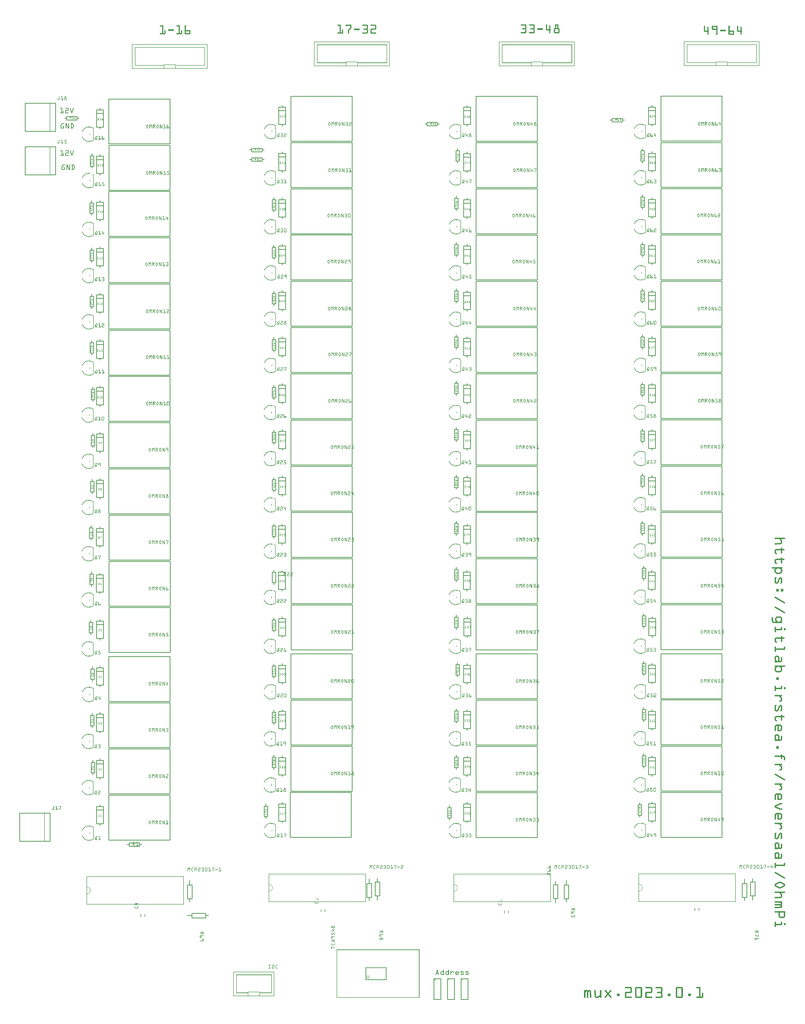
<source format=gto>
G04 MADE WITH FRITZING*
G04 WWW.FRITZING.ORG*
G04 DOUBLE SIDED*
G04 HOLES PLATED*
G04 CONTOUR ON CENTER OF CONTOUR VECTOR*
%ASAXBY*%
%FSLAX23Y23*%
%MOIN*%
%OFA0B0*%
%SFA1.0B1.0*%
%ADD10C,0.042000X0.03*%
%ADD11R,1.405916X0.405916X1.394084X0.394084*%
%ADD12C,0.005916*%
%ADD13R,0.595200X0.354200X0.579200X0.338200*%
%ADD14C,0.008000*%
%ADD15R,0.173200X0.063000X0.157200X0.047000*%
%ADD16R,1.095200X0.354200X1.079200X0.338200*%
%ADD17C,0.010000*%
%ADD18C,0.005000*%
%ADD19C,0.006000*%
%ADD20C,0.002000*%
%ADD21C,0.011102*%
%ADD22R,0.001000X0.001000*%
%LNSILK1*%
G90*
G70*
G54D10*
X5168Y584D03*
G54D12*
X9088Y2076D02*
X10488Y2076D01*
X10488Y1676D01*
X9088Y1676D01*
X9088Y2076D01*
D02*
X6412Y2073D02*
X7812Y2073D01*
X7812Y1673D01*
X6412Y1673D01*
X6412Y2073D01*
D02*
X3734Y2073D02*
X5134Y2073D01*
X5134Y1673D01*
X3734Y1673D01*
X3734Y2073D01*
D02*
X1098Y2035D02*
X2498Y2035D01*
X2498Y1635D01*
X1098Y1635D01*
X1098Y2035D01*
D02*
G54D14*
X3220Y657D02*
X3807Y657D01*
X3807Y311D01*
X3220Y311D01*
X3220Y657D01*
D02*
X3431Y366D02*
X3596Y366D01*
X3596Y311D01*
X3431Y311D01*
X3431Y366D01*
D02*
X9744Y14122D02*
X10831Y14122D01*
X10831Y13776D01*
X9744Y13776D01*
X9744Y14122D01*
D02*
X10205Y13831D02*
X10370Y13831D01*
X10370Y13776D01*
X10205Y13776D01*
X10205Y13831D01*
D02*
X7068Y14120D02*
X8155Y14120D01*
X8155Y13774D01*
X7068Y13774D01*
X7068Y14120D01*
D02*
X7529Y13829D02*
X7694Y13829D01*
X7694Y13774D01*
X7529Y13774D01*
X7529Y13829D01*
D02*
X4390Y14120D02*
X5477Y14120D01*
X5477Y13774D01*
X4390Y13774D01*
X4390Y14120D01*
D02*
X4851Y13829D02*
X5016Y13829D01*
X5016Y13774D01*
X4851Y13774D01*
X4851Y13829D01*
D02*
X1754Y14082D02*
X2841Y14082D01*
X2841Y13736D01*
X1754Y13736D01*
X1754Y14082D01*
D02*
X2215Y13791D02*
X2380Y13791D01*
X2380Y13736D01*
X2215Y13736D01*
X2215Y13791D01*
D02*
G54D17*
X2619Y1915D02*
X2619Y1715D01*
D02*
X2619Y1715D02*
X2553Y1715D01*
D02*
X2553Y1715D02*
X2553Y1915D01*
D02*
X2553Y1915D02*
X2619Y1915D01*
D02*
X2617Y1507D02*
X2817Y1507D01*
D02*
X2817Y1507D02*
X2817Y1441D01*
D02*
X2817Y1441D02*
X2617Y1441D01*
D02*
X2617Y1441D02*
X2617Y1507D01*
D02*
X10651Y1935D02*
X10651Y1735D01*
D02*
X10651Y1735D02*
X10585Y1735D01*
D02*
X10585Y1735D02*
X10585Y1935D01*
D02*
X10585Y1935D02*
X10651Y1935D01*
D02*
X10703Y1760D02*
X10703Y1960D01*
D02*
X10703Y1960D02*
X10769Y1960D01*
D02*
X10769Y1960D02*
X10769Y1760D01*
D02*
X10769Y1760D02*
X10703Y1760D01*
D02*
X5218Y1935D02*
X5218Y1735D01*
D02*
X5218Y1735D02*
X5152Y1735D01*
D02*
X5152Y1735D02*
X5152Y1935D01*
D02*
X5152Y1935D02*
X5218Y1935D01*
D02*
X1710Y2527D02*
X1860Y2527D01*
D02*
X1860Y2527D02*
X1860Y2477D01*
D02*
X1860Y2477D02*
X1710Y2477D01*
D02*
X1710Y2477D02*
X1710Y2527D01*
D02*
X9127Y3077D02*
X9127Y2927D01*
D02*
X9127Y2927D02*
X9077Y2927D01*
D02*
X9077Y2927D02*
X9077Y3077D01*
D02*
X9077Y3077D02*
X9127Y3077D01*
D02*
X9186Y3786D02*
X9186Y3636D01*
D02*
X9186Y3636D02*
X9136Y3636D01*
D02*
X9136Y3636D02*
X9136Y3786D01*
D02*
X9136Y3786D02*
X9186Y3786D01*
D02*
X9186Y4455D02*
X9186Y4305D01*
D02*
X9186Y4305D02*
X9136Y4305D01*
D02*
X9136Y4305D02*
X9136Y4455D01*
D02*
X9136Y4455D02*
X9186Y4455D01*
D02*
X9186Y5124D02*
X9186Y4974D01*
D02*
X9186Y4974D02*
X9136Y4974D01*
D02*
X9136Y4974D02*
X9136Y5124D01*
D02*
X9136Y5124D02*
X9186Y5124D01*
D02*
X9186Y5813D02*
X9186Y5663D01*
D02*
X9186Y5663D02*
X9136Y5663D01*
D02*
X9136Y5663D02*
X9136Y5813D01*
D02*
X9136Y5813D02*
X9186Y5813D01*
D02*
X9186Y6502D02*
X9186Y6352D01*
D02*
X9186Y6352D02*
X9136Y6352D01*
D02*
X9136Y6352D02*
X9136Y6502D01*
D02*
X9136Y6502D02*
X9186Y6502D01*
D02*
X9166Y7152D02*
X9166Y7002D01*
D02*
X9166Y7002D02*
X9116Y7002D01*
D02*
X9116Y7002D02*
X9116Y7152D01*
D02*
X9116Y7152D02*
X9166Y7152D01*
D02*
X9166Y7841D02*
X9166Y7691D01*
D02*
X9166Y7691D02*
X9116Y7691D01*
D02*
X9116Y7691D02*
X9116Y7841D01*
D02*
X9116Y7841D02*
X9166Y7841D01*
D02*
X9166Y8490D02*
X9166Y8340D01*
D02*
X9166Y8340D02*
X9116Y8340D01*
D02*
X9116Y8340D02*
X9116Y8490D01*
D02*
X9116Y8490D02*
X9166Y8490D01*
D02*
X9166Y9160D02*
X9166Y9010D01*
D02*
X9166Y9010D02*
X9116Y9010D01*
D02*
X9116Y9010D02*
X9116Y9160D01*
D02*
X9116Y9160D02*
X9166Y9160D01*
D02*
X9166Y9849D02*
X9166Y9699D01*
D02*
X9166Y9699D02*
X9116Y9699D01*
D02*
X9116Y9699D02*
X9116Y9849D01*
D02*
X9116Y9849D02*
X9166Y9849D01*
D02*
X9166Y10518D02*
X9166Y10368D01*
D02*
X9166Y10368D02*
X9116Y10368D01*
D02*
X9116Y10368D02*
X9116Y10518D01*
D02*
X9116Y10518D02*
X9166Y10518D01*
D02*
X9166Y11187D02*
X9166Y11037D01*
D02*
X9166Y11037D02*
X9116Y11037D01*
D02*
X9116Y11037D02*
X9116Y11187D01*
D02*
X9116Y11187D02*
X9166Y11187D01*
D02*
X9166Y11876D02*
X9166Y11726D01*
D02*
X9166Y11726D02*
X9116Y11726D01*
D02*
X9116Y11726D02*
X9116Y11876D01*
D02*
X9116Y11876D02*
X9166Y11876D01*
D02*
X9166Y12545D02*
X9166Y12395D01*
D02*
X9166Y12395D02*
X9116Y12395D01*
D02*
X9116Y12395D02*
X9116Y12545D01*
D02*
X9116Y12545D02*
X9166Y12545D01*
D02*
X8700Y13014D02*
X8850Y13014D01*
D02*
X8850Y13014D02*
X8850Y12964D01*
D02*
X8850Y12964D02*
X8700Y12964D01*
D02*
X8700Y12964D02*
X8700Y13014D01*
D02*
X6022Y12955D02*
X6172Y12955D01*
D02*
X6172Y12955D02*
X6172Y12905D01*
D02*
X6172Y12905D02*
X6022Y12905D01*
D02*
X6022Y12905D02*
X6022Y12955D01*
D02*
X6489Y12545D02*
X6489Y12395D01*
D02*
X6489Y12395D02*
X6439Y12395D01*
D02*
X6439Y12395D02*
X6439Y12545D01*
D02*
X6439Y12545D02*
X6489Y12545D01*
D02*
X6469Y11857D02*
X6469Y11707D01*
D02*
X6469Y11707D02*
X6419Y11707D01*
D02*
X6419Y11707D02*
X6419Y11857D01*
D02*
X6419Y11857D02*
X6469Y11857D01*
D02*
X6469Y11187D02*
X6469Y11037D01*
D02*
X6469Y11037D02*
X6419Y11037D01*
D02*
X6419Y11037D02*
X6419Y11187D01*
D02*
X6419Y11187D02*
X6469Y11187D01*
D02*
X6469Y10518D02*
X6469Y10368D01*
D02*
X6469Y10368D02*
X6419Y10368D01*
D02*
X6419Y10368D02*
X6419Y10518D01*
D02*
X6419Y10518D02*
X6469Y10518D01*
D02*
X6469Y9849D02*
X6469Y9699D01*
D02*
X6469Y9699D02*
X6419Y9699D01*
D02*
X6419Y9699D02*
X6419Y9849D01*
D02*
X6419Y9849D02*
X6469Y9849D01*
D02*
X6469Y9179D02*
X6469Y9029D01*
D02*
X6469Y9029D02*
X6419Y9029D01*
D02*
X6419Y9029D02*
X6419Y9179D01*
D02*
X6419Y9179D02*
X6469Y9179D01*
D02*
X6469Y8510D02*
X6469Y8360D01*
D02*
X6469Y8360D02*
X6419Y8360D01*
D02*
X6419Y8360D02*
X6419Y8510D01*
D02*
X6419Y8510D02*
X6469Y8510D01*
D02*
X6469Y7821D02*
X6469Y7671D01*
D02*
X6469Y7671D02*
X6419Y7671D01*
D02*
X6419Y7671D02*
X6419Y7821D01*
D02*
X6419Y7821D02*
X6469Y7821D01*
D02*
X6469Y7152D02*
X6469Y7002D01*
D02*
X6469Y7002D02*
X6419Y7002D01*
D02*
X6419Y7002D02*
X6419Y7152D01*
D02*
X6419Y7152D02*
X6469Y7152D01*
D02*
X6469Y6483D02*
X6469Y6333D01*
D02*
X6469Y6333D02*
X6419Y6333D01*
D02*
X6419Y6333D02*
X6419Y6483D01*
D02*
X6419Y6483D02*
X6469Y6483D01*
D02*
X6469Y5794D02*
X6469Y5644D01*
D02*
X6469Y5644D02*
X6419Y5644D01*
D02*
X6419Y5644D02*
X6419Y5794D01*
D02*
X6419Y5794D02*
X6469Y5794D01*
D02*
X6489Y5105D02*
X6489Y4955D01*
D02*
X6489Y4955D02*
X6439Y4955D01*
D02*
X6439Y4955D02*
X6439Y5105D01*
D02*
X6439Y5105D02*
X6489Y5105D01*
D02*
X6469Y4435D02*
X6469Y4285D01*
D02*
X6469Y4285D02*
X6419Y4285D01*
D02*
X6419Y4285D02*
X6419Y4435D01*
D02*
X6419Y4435D02*
X6469Y4435D01*
D02*
X6469Y3766D02*
X6469Y3616D01*
D02*
X6469Y3616D02*
X6419Y3616D01*
D02*
X6419Y3616D02*
X6419Y3766D01*
D02*
X6419Y3766D02*
X6469Y3766D01*
D02*
X6371Y3038D02*
X6371Y2888D01*
D02*
X6371Y2888D02*
X6321Y2888D01*
D02*
X6321Y2888D02*
X6321Y3038D01*
D02*
X6321Y3038D02*
X6371Y3038D01*
D02*
X3713Y3057D02*
X3713Y2907D01*
D02*
X3713Y2907D02*
X3663Y2907D01*
D02*
X3663Y2907D02*
X3663Y3057D01*
D02*
X3663Y3057D02*
X3713Y3057D01*
D02*
X3831Y3766D02*
X3831Y3616D01*
D02*
X3831Y3616D02*
X3781Y3616D01*
D02*
X3781Y3616D02*
X3781Y3766D01*
D02*
X3781Y3766D02*
X3831Y3766D01*
D02*
X3831Y4416D02*
X3831Y4266D01*
D02*
X3831Y4266D02*
X3781Y4266D01*
D02*
X3781Y4266D02*
X3781Y4416D01*
D02*
X3781Y4416D02*
X3831Y4416D01*
D02*
X3831Y5085D02*
X3831Y4935D01*
D02*
X3831Y4935D02*
X3781Y4935D01*
D02*
X3781Y4935D02*
X3781Y5085D01*
D02*
X3781Y5085D02*
X3831Y5085D01*
D02*
X3831Y5754D02*
X3831Y5604D01*
D02*
X3831Y5604D02*
X3781Y5604D01*
D02*
X3781Y5604D02*
X3781Y5754D01*
D02*
X3781Y5754D02*
X3831Y5754D01*
D02*
X3831Y6443D02*
X3831Y6293D01*
D02*
X3831Y6293D02*
X3781Y6293D01*
D02*
X3781Y6293D02*
X3781Y6443D01*
D02*
X3781Y6443D02*
X3831Y6443D01*
D02*
X3831Y7112D02*
X3831Y6962D01*
D02*
X3831Y6962D02*
X3781Y6962D01*
D02*
X3781Y6962D02*
X3781Y7112D01*
D02*
X3781Y7112D02*
X3831Y7112D01*
D02*
X3831Y7782D02*
X3831Y7632D01*
D02*
X3831Y7632D02*
X3781Y7632D01*
D02*
X3781Y7632D02*
X3781Y7782D01*
D02*
X3781Y7782D02*
X3831Y7782D01*
D02*
X3831Y8471D02*
X3831Y8321D01*
D02*
X3831Y8321D02*
X3781Y8321D01*
D02*
X3781Y8321D02*
X3781Y8471D01*
D02*
X3781Y8471D02*
X3831Y8471D01*
D02*
X3831Y9120D02*
X3831Y8970D01*
D02*
X3831Y8970D02*
X3781Y8970D01*
D02*
X3781Y8970D02*
X3781Y9120D01*
D02*
X3781Y9120D02*
X3831Y9120D01*
D02*
X3831Y9809D02*
X3831Y9659D01*
D02*
X3831Y9659D02*
X3781Y9659D01*
D02*
X3781Y9659D02*
X3781Y9809D01*
D02*
X3781Y9809D02*
X3831Y9809D01*
D02*
X3831Y10479D02*
X3831Y10329D01*
D02*
X3831Y10329D02*
X3781Y10329D01*
D02*
X3781Y10329D02*
X3781Y10479D01*
D02*
X3781Y10479D02*
X3831Y10479D01*
D02*
X3483Y12443D02*
X3633Y12443D01*
D02*
X3633Y12443D02*
X3633Y12393D01*
D02*
X3633Y12393D02*
X3483Y12393D01*
D02*
X3483Y12393D02*
X3483Y12443D01*
D02*
X3831Y11148D02*
X3831Y10998D01*
D02*
X3831Y10998D02*
X3781Y10998D01*
D02*
X3781Y10998D02*
X3781Y11148D01*
D02*
X3781Y11148D02*
X3831Y11148D01*
D02*
X3831Y11837D02*
X3831Y11687D01*
D02*
X3831Y11687D02*
X3781Y11687D01*
D02*
X3781Y11687D02*
X3781Y11837D01*
D02*
X3781Y11837D02*
X3831Y11837D01*
D02*
X3483Y12581D02*
X3633Y12581D01*
D02*
X3633Y12581D02*
X3633Y12531D01*
D02*
X3633Y12531D02*
X3483Y12531D01*
D02*
X3483Y12531D02*
X3483Y12581D01*
D02*
X804Y13039D02*
X954Y13039D01*
D02*
X954Y13039D02*
X954Y12989D01*
D02*
X954Y12989D02*
X804Y12989D01*
D02*
X804Y12989D02*
X804Y13039D01*
D02*
X1147Y12321D02*
X1147Y12471D01*
D02*
X1147Y12471D02*
X1197Y12471D01*
D02*
X1197Y12471D02*
X1197Y12321D01*
D02*
X1197Y12321D02*
X1147Y12321D01*
D02*
X1139Y11640D02*
X1139Y11790D01*
D02*
X1139Y11790D02*
X1189Y11790D01*
D02*
X1189Y11790D02*
X1189Y11640D01*
D02*
X1189Y11640D02*
X1139Y11640D01*
D02*
X1143Y10955D02*
X1143Y11105D01*
D02*
X1143Y11105D02*
X1193Y11105D01*
D02*
X1193Y11105D02*
X1193Y10955D01*
D02*
X1193Y10955D02*
X1143Y10955D01*
D02*
X1143Y10286D02*
X1143Y10436D01*
D02*
X1143Y10436D02*
X1193Y10436D01*
D02*
X1193Y10436D02*
X1193Y10286D01*
D02*
X1193Y10286D02*
X1143Y10286D01*
D02*
X1143Y9617D02*
X1143Y9767D01*
D02*
X1143Y9767D02*
X1193Y9767D01*
D02*
X1193Y9767D02*
X1193Y9617D01*
D02*
X1193Y9617D02*
X1143Y9617D01*
D02*
X1159Y8943D02*
X1159Y9093D01*
D02*
X1159Y9093D02*
X1209Y9093D01*
D02*
X1209Y9093D02*
X1209Y8943D01*
D02*
X1209Y8943D02*
X1159Y8943D01*
D02*
X1159Y8274D02*
X1159Y8424D01*
D02*
X1159Y8424D02*
X1209Y8424D01*
D02*
X1209Y8424D02*
X1209Y8274D01*
D02*
X1209Y8274D02*
X1159Y8274D01*
D02*
X1151Y7605D02*
X1151Y7755D01*
D02*
X1151Y7755D02*
X1201Y7755D01*
D02*
X1201Y7755D02*
X1201Y7605D01*
D02*
X1201Y7605D02*
X1151Y7605D01*
D02*
X1135Y6935D02*
X1135Y7085D01*
D02*
X1135Y7085D02*
X1185Y7085D01*
D02*
X1185Y7085D02*
X1185Y6935D01*
D02*
X1185Y6935D02*
X1135Y6935D01*
D02*
X1139Y6266D02*
X1139Y6416D01*
D02*
X1139Y6416D02*
X1189Y6416D01*
D02*
X1189Y6416D02*
X1189Y6266D01*
D02*
X1189Y6266D02*
X1139Y6266D01*
D02*
X1131Y5565D02*
X1131Y5715D01*
D02*
X1131Y5715D02*
X1181Y5715D01*
D02*
X1181Y5715D02*
X1181Y5565D01*
D02*
X1181Y5565D02*
X1131Y5565D01*
D02*
X1155Y4892D02*
X1155Y5042D01*
D02*
X1155Y5042D02*
X1205Y5042D01*
D02*
X1205Y5042D02*
X1205Y4892D01*
D02*
X1205Y4892D02*
X1155Y4892D01*
D02*
X1159Y3540D02*
X1159Y3690D01*
D02*
X1159Y3690D02*
X1209Y3690D01*
D02*
X1209Y3690D02*
X1209Y3540D01*
D02*
X1209Y3540D02*
X1159Y3540D01*
D02*
X1151Y4221D02*
X1151Y4371D01*
D02*
X1151Y4371D02*
X1201Y4371D01*
D02*
X1201Y4371D02*
X1201Y4221D01*
D02*
X1201Y4221D02*
X1151Y4221D01*
D02*
X6513Y561D02*
X6513Y261D01*
D02*
X6513Y261D02*
X6613Y261D01*
D02*
X6613Y261D02*
X6613Y561D01*
D02*
X6613Y561D02*
X6513Y561D01*
D02*
X6316Y561D02*
X6316Y261D01*
D02*
X6316Y261D02*
X6416Y261D01*
D02*
X6416Y261D02*
X6416Y561D01*
D02*
X6416Y561D02*
X6316Y561D01*
D02*
X6119Y561D02*
X6119Y261D01*
D02*
X6119Y261D02*
X6219Y261D01*
D02*
X6219Y261D02*
X6219Y561D01*
D02*
X6219Y561D02*
X6119Y561D01*
G54D18*
D02*
X6119Y526D02*
X6154Y561D01*
G54D19*
D02*
X5133Y542D02*
X5434Y542D01*
D02*
X5434Y722D02*
X5434Y542D01*
D02*
X5434Y722D02*
X5133Y722D01*
D02*
X5133Y542D02*
X5133Y722D01*
G54D20*
D02*
X5142Y551D02*
X5425Y551D01*
D02*
X5425Y713D02*
X5425Y551D01*
D02*
X5425Y713D02*
X5142Y713D01*
D02*
X5142Y551D02*
X5142Y713D01*
G54D17*
D02*
X123Y2955D02*
X123Y2551D01*
D02*
X123Y2551D02*
X563Y2551D01*
D02*
X563Y2551D02*
X563Y2955D01*
D02*
X563Y2955D02*
X123Y2955D01*
G54D18*
D02*
X483Y2551D02*
X483Y2955D01*
G54D14*
D02*
X9185Y12741D02*
X9185Y12906D01*
D02*
X6509Y12739D02*
X6509Y12904D01*
D02*
X3831Y12739D02*
X3831Y12904D01*
D02*
X9186Y12071D02*
X9186Y12236D01*
D02*
X6510Y12068D02*
X6510Y12233D01*
D02*
X3832Y12068D02*
X3832Y12233D01*
D02*
X1195Y12701D02*
X1195Y12866D01*
D02*
X1195Y12030D02*
X1195Y12195D01*
D02*
X9185Y11363D02*
X9185Y11528D01*
D02*
X6509Y11361D02*
X6509Y11526D01*
D02*
X3831Y11361D02*
X3831Y11526D01*
D02*
X1195Y11323D02*
X1195Y11488D01*
D02*
X9185Y10694D02*
X9185Y10859D01*
D02*
X6509Y10692D02*
X6509Y10857D01*
D02*
X3831Y10692D02*
X3831Y10857D01*
D02*
X1195Y10654D02*
X1195Y10819D01*
D02*
X9185Y9355D02*
X9185Y9520D01*
D02*
X6509Y9353D02*
X6509Y9518D01*
D02*
X3831Y9353D02*
X3831Y9518D01*
D02*
X1195Y9315D02*
X1195Y9480D01*
D02*
X9185Y10025D02*
X9185Y10190D01*
D02*
X6509Y10022D02*
X6509Y10187D01*
D02*
X3831Y10022D02*
X3831Y10187D01*
D02*
X1195Y9984D02*
X1195Y10149D01*
D02*
X9182Y7337D02*
X9182Y7502D01*
D02*
X6506Y7335D02*
X6506Y7499D01*
D02*
X3828Y7335D02*
X3828Y7500D01*
D02*
X1191Y7297D02*
X1191Y7462D01*
D02*
X9182Y8675D02*
X9182Y8840D01*
D02*
X6506Y8673D02*
X6506Y8838D01*
D02*
X3828Y8673D02*
X3828Y8838D01*
D02*
X1191Y8635D02*
X1191Y8800D01*
D02*
X9182Y8006D02*
X9182Y8171D01*
D02*
X6506Y8004D02*
X6506Y8169D01*
D02*
X3828Y8004D02*
X3828Y8169D01*
D02*
X1191Y7966D02*
X1191Y8131D01*
D02*
X9182Y6668D02*
X9182Y6833D01*
D02*
X6506Y6665D02*
X6506Y6830D01*
D02*
X3828Y6665D02*
X3828Y6830D01*
D02*
X1191Y6627D02*
X1191Y6792D01*
D02*
X9182Y5998D02*
X9182Y6163D01*
D02*
X6506Y5996D02*
X6506Y6161D01*
D02*
X3828Y5996D02*
X3828Y6161D01*
D02*
X1191Y5958D02*
X1191Y6123D01*
D02*
X9182Y5290D02*
X9182Y5455D01*
D02*
X6506Y5287D02*
X6506Y5452D01*
D02*
X3828Y5287D02*
X3828Y5452D01*
D02*
X1191Y5249D02*
X1191Y5414D01*
D02*
X9185Y4631D02*
X9185Y4796D01*
D02*
X6509Y4629D02*
X6509Y4794D01*
D02*
X3831Y4629D02*
X3831Y4794D01*
D02*
X1195Y4591D02*
X1195Y4756D01*
D02*
X9182Y3951D02*
X9182Y4116D01*
D02*
X6506Y3949D02*
X6506Y4114D01*
D02*
X3828Y3949D02*
X3828Y4114D01*
D02*
X1191Y3911D02*
X1191Y4076D01*
D02*
X9182Y3282D02*
X9182Y3447D01*
D02*
X6506Y3279D02*
X6506Y3444D01*
D02*
X3828Y3280D02*
X3828Y3445D01*
D02*
X1191Y3241D02*
X1191Y3406D01*
D02*
X9185Y2623D02*
X9185Y2788D01*
D02*
X6509Y2621D02*
X6509Y2786D01*
D02*
X3831Y2621D02*
X3831Y2786D01*
D02*
X1195Y2583D02*
X1195Y2748D01*
G54D17*
D02*
X9228Y11170D02*
X9228Y11120D01*
D02*
X9228Y11120D02*
X9228Y10920D01*
D02*
X9228Y10920D02*
X9278Y10920D01*
D02*
X9278Y10920D02*
X9328Y10920D01*
D02*
X9328Y10920D02*
X9328Y11120D01*
D02*
X9328Y11120D02*
X9328Y11170D01*
D02*
X9328Y11170D02*
X9278Y11170D01*
D02*
X9278Y11170D02*
X9228Y11170D01*
D02*
X9228Y11120D02*
X9328Y11120D01*
D02*
X9278Y10920D02*
X9278Y10895D01*
D02*
X9278Y11170D02*
X9278Y11195D01*
D02*
X6552Y11167D02*
X6552Y11117D01*
D02*
X6552Y11117D02*
X6552Y10917D01*
D02*
X6552Y10917D02*
X6602Y10917D01*
D02*
X6602Y10917D02*
X6652Y10917D01*
D02*
X6652Y10917D02*
X6652Y11117D01*
D02*
X6652Y11117D02*
X6652Y11167D01*
D02*
X6652Y11167D02*
X6602Y11167D01*
D02*
X6602Y11167D02*
X6552Y11167D01*
D02*
X6552Y11117D02*
X6652Y11117D01*
D02*
X6602Y10917D02*
X6602Y10892D01*
D02*
X6602Y11167D02*
X6602Y11192D01*
D02*
X3874Y11167D02*
X3874Y11117D01*
D02*
X3874Y11117D02*
X3874Y10917D01*
D02*
X3874Y10917D02*
X3924Y10917D01*
D02*
X3924Y10917D02*
X3974Y10917D01*
D02*
X3974Y10917D02*
X3974Y11117D01*
D02*
X3974Y11117D02*
X3974Y11167D01*
D02*
X3974Y11167D02*
X3924Y11167D01*
D02*
X3924Y11167D02*
X3874Y11167D01*
D02*
X3874Y11117D02*
X3974Y11117D01*
D02*
X3924Y10917D02*
X3924Y10892D01*
D02*
X3924Y11167D02*
X3924Y11192D01*
D02*
X1237Y11129D02*
X1237Y11079D01*
D02*
X1237Y11079D02*
X1237Y10879D01*
D02*
X1237Y10879D02*
X1287Y10879D01*
D02*
X1287Y10879D02*
X1337Y10879D01*
D02*
X1337Y10879D02*
X1337Y11079D01*
D02*
X1337Y11079D02*
X1337Y11129D01*
D02*
X1337Y11129D02*
X1287Y11129D01*
D02*
X1287Y11129D02*
X1237Y11129D01*
D02*
X1237Y11079D02*
X1337Y11079D01*
D02*
X1287Y10879D02*
X1287Y10854D01*
D02*
X1287Y11129D02*
X1287Y11154D01*
D02*
X9228Y10500D02*
X9228Y10450D01*
D02*
X9228Y10450D02*
X9228Y10250D01*
D02*
X9228Y10250D02*
X9278Y10250D01*
D02*
X9278Y10250D02*
X9328Y10250D01*
D02*
X9328Y10250D02*
X9328Y10450D01*
D02*
X9328Y10450D02*
X9328Y10500D01*
D02*
X9328Y10500D02*
X9278Y10500D01*
D02*
X9278Y10500D02*
X9228Y10500D01*
D02*
X9228Y10450D02*
X9328Y10450D01*
D02*
X9278Y10250D02*
X9278Y10225D01*
D02*
X9278Y10500D02*
X9278Y10525D01*
D02*
X6552Y10498D02*
X6552Y10448D01*
D02*
X6552Y10448D02*
X6552Y10248D01*
D02*
X6552Y10248D02*
X6602Y10248D01*
D02*
X6602Y10248D02*
X6652Y10248D01*
D02*
X6652Y10248D02*
X6652Y10448D01*
D02*
X6652Y10448D02*
X6652Y10498D01*
D02*
X6652Y10498D02*
X6602Y10498D01*
D02*
X6602Y10498D02*
X6552Y10498D01*
D02*
X6552Y10448D02*
X6652Y10448D01*
D02*
X6602Y10248D02*
X6602Y10223D01*
D02*
X6602Y10498D02*
X6602Y10523D01*
D02*
X3874Y10498D02*
X3874Y10448D01*
D02*
X3874Y10448D02*
X3874Y10248D01*
D02*
X3874Y10248D02*
X3924Y10248D01*
D02*
X3924Y10248D02*
X3974Y10248D01*
D02*
X3974Y10248D02*
X3974Y10448D01*
D02*
X3974Y10448D02*
X3974Y10498D01*
D02*
X3974Y10498D02*
X3924Y10498D01*
D02*
X3924Y10498D02*
X3874Y10498D01*
D02*
X3874Y10448D02*
X3974Y10448D01*
D02*
X3924Y10248D02*
X3924Y10223D01*
D02*
X3924Y10498D02*
X3924Y10523D01*
D02*
X1237Y10460D02*
X1237Y10410D01*
D02*
X1237Y10410D02*
X1237Y10210D01*
D02*
X1237Y10210D02*
X1287Y10210D01*
D02*
X1287Y10210D02*
X1337Y10210D01*
D02*
X1337Y10210D02*
X1337Y10410D01*
D02*
X1337Y10410D02*
X1337Y10460D01*
D02*
X1337Y10460D02*
X1287Y10460D01*
D02*
X1287Y10460D02*
X1237Y10460D01*
D02*
X1237Y10410D02*
X1337Y10410D01*
D02*
X1287Y10210D02*
X1287Y10185D01*
D02*
X1287Y10460D02*
X1287Y10485D01*
D02*
X9228Y13177D02*
X9228Y13127D01*
D02*
X9228Y13127D02*
X9228Y12927D01*
D02*
X9228Y12927D02*
X9278Y12927D01*
D02*
X9278Y12927D02*
X9328Y12927D01*
D02*
X9328Y12927D02*
X9328Y13127D01*
D02*
X9328Y13127D02*
X9328Y13177D01*
D02*
X9328Y13177D02*
X9278Y13177D01*
D02*
X9278Y13177D02*
X9228Y13177D01*
D02*
X9228Y13127D02*
X9328Y13127D01*
D02*
X9278Y12927D02*
X9278Y12902D01*
D02*
X9278Y13177D02*
X9278Y13202D01*
D02*
X6552Y13175D02*
X6552Y13125D01*
D02*
X6552Y13125D02*
X6552Y12925D01*
D02*
X6552Y12925D02*
X6602Y12925D01*
D02*
X6602Y12925D02*
X6652Y12925D01*
D02*
X6652Y12925D02*
X6652Y13125D01*
D02*
X6652Y13125D02*
X6652Y13175D01*
D02*
X6652Y13175D02*
X6602Y13175D01*
D02*
X6602Y13175D02*
X6552Y13175D01*
D02*
X6552Y13125D02*
X6652Y13125D01*
D02*
X6602Y12925D02*
X6602Y12900D01*
D02*
X6602Y13175D02*
X6602Y13200D01*
D02*
X3874Y13175D02*
X3874Y13125D01*
D02*
X3874Y13125D02*
X3874Y12925D01*
D02*
X3874Y12925D02*
X3924Y12925D01*
D02*
X3924Y12925D02*
X3974Y12925D01*
D02*
X3974Y12925D02*
X3974Y13125D01*
D02*
X3974Y13125D02*
X3974Y13175D01*
D02*
X3974Y13175D02*
X3924Y13175D01*
D02*
X3924Y13175D02*
X3874Y13175D01*
D02*
X3874Y13125D02*
X3974Y13125D01*
D02*
X3924Y12925D02*
X3924Y12900D01*
D02*
X3924Y13175D02*
X3924Y13200D01*
D02*
X9228Y12507D02*
X9228Y12457D01*
D02*
X9228Y12457D02*
X9228Y12257D01*
D02*
X9228Y12257D02*
X9278Y12257D01*
D02*
X9278Y12257D02*
X9328Y12257D01*
D02*
X9328Y12257D02*
X9328Y12457D01*
D02*
X9328Y12457D02*
X9328Y12507D01*
D02*
X9328Y12507D02*
X9278Y12507D01*
D02*
X9278Y12507D02*
X9228Y12507D01*
D02*
X9228Y12457D02*
X9328Y12457D01*
D02*
X9278Y12257D02*
X9278Y12232D01*
D02*
X9278Y12507D02*
X9278Y12532D01*
D02*
X6552Y12504D02*
X6552Y12454D01*
D02*
X6552Y12454D02*
X6552Y12254D01*
D02*
X6552Y12254D02*
X6602Y12254D01*
D02*
X6602Y12254D02*
X6652Y12254D01*
D02*
X6652Y12254D02*
X6652Y12454D01*
D02*
X6652Y12454D02*
X6652Y12504D01*
D02*
X6652Y12504D02*
X6602Y12504D01*
D02*
X6602Y12504D02*
X6552Y12504D01*
D02*
X6552Y12454D02*
X6652Y12454D01*
D02*
X6602Y12254D02*
X6602Y12229D01*
D02*
X6602Y12504D02*
X6602Y12529D01*
D02*
X3874Y12505D02*
X3874Y12455D01*
D02*
X3874Y12455D02*
X3874Y12255D01*
D02*
X3874Y12255D02*
X3924Y12255D01*
D02*
X3924Y12255D02*
X3974Y12255D01*
D02*
X3974Y12255D02*
X3974Y12455D01*
D02*
X3974Y12455D02*
X3974Y12505D01*
D02*
X3974Y12505D02*
X3924Y12505D01*
D02*
X3924Y12505D02*
X3874Y12505D01*
D02*
X3874Y12455D02*
X3974Y12455D01*
D02*
X3924Y12255D02*
X3924Y12230D01*
D02*
X3924Y12505D02*
X3924Y12530D01*
D02*
X1237Y13137D02*
X1237Y13087D01*
D02*
X1237Y13087D02*
X1237Y12887D01*
D02*
X1237Y12887D02*
X1287Y12887D01*
D02*
X1287Y12887D02*
X1337Y12887D01*
D02*
X1337Y12887D02*
X1337Y13087D01*
D02*
X1337Y13087D02*
X1337Y13137D01*
D02*
X1337Y13137D02*
X1287Y13137D01*
D02*
X1287Y13137D02*
X1237Y13137D01*
D02*
X1237Y13087D02*
X1337Y13087D01*
D02*
X1287Y12887D02*
X1287Y12862D01*
D02*
X1287Y13137D02*
X1287Y13162D01*
D02*
X1238Y12466D02*
X1238Y12416D01*
D02*
X1238Y12416D02*
X1238Y12216D01*
D02*
X1238Y12216D02*
X1288Y12216D01*
D02*
X1288Y12216D02*
X1338Y12216D01*
D02*
X1338Y12216D02*
X1338Y12416D01*
D02*
X1338Y12416D02*
X1338Y12466D01*
D02*
X1338Y12466D02*
X1288Y12466D01*
D02*
X1288Y12466D02*
X1238Y12466D01*
D02*
X1238Y12416D02*
X1338Y12416D01*
D02*
X1288Y12216D02*
X1288Y12191D01*
D02*
X1288Y12466D02*
X1288Y12491D01*
D02*
X9228Y11839D02*
X9228Y11789D01*
D02*
X9228Y11789D02*
X9228Y11589D01*
D02*
X9228Y11589D02*
X9278Y11589D01*
D02*
X9278Y11589D02*
X9328Y11589D01*
D02*
X9328Y11589D02*
X9328Y11789D01*
D02*
X9328Y11789D02*
X9328Y11839D01*
D02*
X9328Y11839D02*
X9278Y11839D01*
D02*
X9278Y11839D02*
X9228Y11839D01*
D02*
X9228Y11789D02*
X9328Y11789D01*
D02*
X9278Y11589D02*
X9278Y11564D01*
D02*
X9278Y11839D02*
X9278Y11864D01*
D02*
X6552Y11836D02*
X6552Y11786D01*
D02*
X6552Y11786D02*
X6552Y11586D01*
D02*
X6552Y11586D02*
X6602Y11586D01*
D02*
X6602Y11586D02*
X6652Y11586D01*
D02*
X6652Y11586D02*
X6652Y11786D01*
D02*
X6652Y11786D02*
X6652Y11836D01*
D02*
X6652Y11836D02*
X6602Y11836D01*
D02*
X6602Y11836D02*
X6552Y11836D01*
D02*
X6552Y11786D02*
X6652Y11786D01*
D02*
X6602Y11586D02*
X6602Y11561D01*
D02*
X6602Y11836D02*
X6602Y11861D01*
D02*
X3874Y11837D02*
X3874Y11787D01*
D02*
X3874Y11787D02*
X3874Y11587D01*
D02*
X3874Y11587D02*
X3924Y11587D01*
D02*
X3924Y11587D02*
X3974Y11587D01*
D02*
X3974Y11587D02*
X3974Y11787D01*
D02*
X3974Y11787D02*
X3974Y11837D01*
D02*
X3974Y11837D02*
X3924Y11837D01*
D02*
X3924Y11837D02*
X3874Y11837D01*
D02*
X3874Y11787D02*
X3974Y11787D01*
D02*
X3924Y11587D02*
X3924Y11562D01*
D02*
X3924Y11837D02*
X3924Y11862D01*
D02*
X1237Y11799D02*
X1237Y11749D01*
D02*
X1237Y11749D02*
X1237Y11549D01*
D02*
X1237Y11549D02*
X1287Y11549D01*
D02*
X1287Y11549D02*
X1337Y11549D01*
D02*
X1337Y11549D02*
X1337Y11749D01*
D02*
X1337Y11749D02*
X1337Y11799D01*
D02*
X1337Y11799D02*
X1287Y11799D01*
D02*
X1287Y11799D02*
X1237Y11799D01*
D02*
X1237Y11749D02*
X1337Y11749D01*
D02*
X1287Y11549D02*
X1287Y11524D01*
D02*
X1287Y11799D02*
X1287Y11824D01*
D02*
X9228Y9155D02*
X9228Y9105D01*
D02*
X9228Y9105D02*
X9228Y8905D01*
D02*
X9228Y8905D02*
X9278Y8905D01*
D02*
X9278Y8905D02*
X9328Y8905D01*
D02*
X9328Y8905D02*
X9328Y9105D01*
D02*
X9328Y9105D02*
X9328Y9155D01*
D02*
X9328Y9155D02*
X9278Y9155D01*
D02*
X9278Y9155D02*
X9228Y9155D01*
D02*
X9228Y9105D02*
X9328Y9105D01*
D02*
X9278Y8905D02*
X9278Y8880D01*
D02*
X9278Y9155D02*
X9278Y9180D01*
D02*
X6552Y9153D02*
X6552Y9103D01*
D02*
X6552Y9103D02*
X6552Y8903D01*
D02*
X6552Y8903D02*
X6602Y8903D01*
D02*
X6602Y8903D02*
X6652Y8903D01*
D02*
X6652Y8903D02*
X6652Y9103D01*
D02*
X6652Y9103D02*
X6652Y9153D01*
D02*
X6652Y9153D02*
X6602Y9153D01*
D02*
X6602Y9153D02*
X6552Y9153D01*
D02*
X6552Y9103D02*
X6652Y9103D01*
D02*
X6602Y8903D02*
X6602Y8878D01*
D02*
X6602Y9153D02*
X6602Y9178D01*
D02*
X3874Y9153D02*
X3874Y9103D01*
D02*
X3874Y9103D02*
X3874Y8903D01*
D02*
X3874Y8903D02*
X3924Y8903D01*
D02*
X3924Y8903D02*
X3974Y8903D01*
D02*
X3974Y8903D02*
X3974Y9103D01*
D02*
X3974Y9103D02*
X3974Y9153D01*
D02*
X3974Y9153D02*
X3924Y9153D01*
D02*
X3924Y9153D02*
X3874Y9153D01*
D02*
X3874Y9103D02*
X3974Y9103D01*
D02*
X3924Y8903D02*
X3924Y8878D01*
D02*
X3924Y9153D02*
X3924Y9178D01*
D02*
X1237Y9115D02*
X1237Y9065D01*
D02*
X1237Y9065D02*
X1237Y8865D01*
D02*
X1237Y8865D02*
X1287Y8865D01*
D02*
X1287Y8865D02*
X1337Y8865D01*
D02*
X1337Y8865D02*
X1337Y9065D01*
D02*
X1337Y9065D02*
X1337Y9115D01*
D02*
X1337Y9115D02*
X1287Y9115D01*
D02*
X1287Y9115D02*
X1237Y9115D01*
D02*
X1237Y9065D02*
X1337Y9065D01*
D02*
X1287Y8865D02*
X1287Y8840D01*
D02*
X1287Y9115D02*
X1287Y9140D01*
D02*
X9228Y7817D02*
X9228Y7767D01*
D02*
X9228Y7767D02*
X9228Y7567D01*
D02*
X9228Y7567D02*
X9278Y7567D01*
D02*
X9278Y7567D02*
X9328Y7567D01*
D02*
X9328Y7567D02*
X9328Y7767D01*
D02*
X9328Y7767D02*
X9328Y7817D01*
D02*
X9328Y7817D02*
X9278Y7817D01*
D02*
X9278Y7817D02*
X9228Y7817D01*
D02*
X9228Y7767D02*
X9328Y7767D01*
D02*
X9278Y7567D02*
X9278Y7542D01*
D02*
X9278Y7817D02*
X9278Y7842D01*
D02*
X6552Y7814D02*
X6552Y7764D01*
D02*
X6552Y7764D02*
X6552Y7564D01*
D02*
X6552Y7564D02*
X6602Y7564D01*
D02*
X6602Y7564D02*
X6652Y7564D01*
D02*
X6652Y7564D02*
X6652Y7764D01*
D02*
X6652Y7764D02*
X6652Y7814D01*
D02*
X6652Y7814D02*
X6602Y7814D01*
D02*
X6602Y7814D02*
X6552Y7814D01*
D02*
X6552Y7764D02*
X6652Y7764D01*
D02*
X6602Y7564D02*
X6602Y7539D01*
D02*
X6602Y7814D02*
X6602Y7839D01*
D02*
X3874Y7815D02*
X3874Y7765D01*
D02*
X3874Y7765D02*
X3874Y7565D01*
D02*
X3874Y7565D02*
X3924Y7565D01*
D02*
X3924Y7565D02*
X3974Y7565D01*
D02*
X3974Y7565D02*
X3974Y7765D01*
D02*
X3974Y7765D02*
X3974Y7815D01*
D02*
X3974Y7815D02*
X3924Y7815D01*
D02*
X3924Y7815D02*
X3874Y7815D01*
D02*
X3874Y7765D02*
X3974Y7765D01*
D02*
X3924Y7565D02*
X3924Y7540D01*
D02*
X3924Y7815D02*
X3924Y7840D01*
D02*
X1237Y7776D02*
X1237Y7726D01*
D02*
X1237Y7726D02*
X1237Y7526D01*
D02*
X1237Y7526D02*
X1287Y7526D01*
D02*
X1287Y7526D02*
X1337Y7526D01*
D02*
X1337Y7526D02*
X1337Y7726D01*
D02*
X1337Y7726D02*
X1337Y7776D01*
D02*
X1337Y7776D02*
X1287Y7776D01*
D02*
X1287Y7776D02*
X1237Y7776D01*
D02*
X1237Y7726D02*
X1337Y7726D01*
D02*
X1287Y7526D02*
X1287Y7501D01*
D02*
X1287Y7776D02*
X1287Y7801D01*
D02*
X9228Y9831D02*
X9228Y9781D01*
D02*
X9228Y9781D02*
X9228Y9581D01*
D02*
X9228Y9581D02*
X9278Y9581D01*
D02*
X9278Y9581D02*
X9328Y9581D01*
D02*
X9328Y9581D02*
X9328Y9781D01*
D02*
X9328Y9781D02*
X9328Y9831D01*
D02*
X9328Y9831D02*
X9278Y9831D01*
D02*
X9278Y9831D02*
X9228Y9831D01*
D02*
X9228Y9781D02*
X9328Y9781D01*
D02*
X9278Y9581D02*
X9278Y9556D01*
D02*
X9278Y9831D02*
X9278Y9856D01*
D02*
X6552Y9829D02*
X6552Y9779D01*
D02*
X6552Y9779D02*
X6552Y9579D01*
D02*
X6552Y9579D02*
X6602Y9579D01*
D02*
X6602Y9579D02*
X6652Y9579D01*
D02*
X6652Y9579D02*
X6652Y9779D01*
D02*
X6652Y9779D02*
X6652Y9829D01*
D02*
X6652Y9829D02*
X6602Y9829D01*
D02*
X6602Y9829D02*
X6552Y9829D01*
D02*
X6552Y9779D02*
X6652Y9779D01*
D02*
X6602Y9579D02*
X6602Y9554D01*
D02*
X6602Y9829D02*
X6602Y9854D01*
D02*
X3874Y9829D02*
X3874Y9779D01*
D02*
X3874Y9779D02*
X3874Y9579D01*
D02*
X3874Y9579D02*
X3924Y9579D01*
D02*
X3924Y9579D02*
X3974Y9579D01*
D02*
X3974Y9579D02*
X3974Y9779D01*
D02*
X3974Y9779D02*
X3974Y9829D01*
D02*
X3974Y9829D02*
X3924Y9829D01*
D02*
X3924Y9829D02*
X3874Y9829D01*
D02*
X3874Y9779D02*
X3974Y9779D01*
D02*
X3924Y9579D02*
X3924Y9554D01*
D02*
X3924Y9829D02*
X3924Y9854D01*
D02*
X1237Y9791D02*
X1237Y9741D01*
D02*
X1237Y9741D02*
X1237Y9541D01*
D02*
X1237Y9541D02*
X1287Y9541D01*
D02*
X1287Y9541D02*
X1337Y9541D01*
D02*
X1337Y9541D02*
X1337Y9741D01*
D02*
X1337Y9741D02*
X1337Y9791D01*
D02*
X1337Y9791D02*
X1287Y9791D01*
D02*
X1287Y9791D02*
X1237Y9791D01*
D02*
X1237Y9741D02*
X1337Y9741D01*
D02*
X1287Y9541D02*
X1287Y9516D01*
D02*
X1287Y9791D02*
X1287Y9816D01*
D02*
X9228Y8486D02*
X9228Y8436D01*
D02*
X9228Y8436D02*
X9228Y8236D01*
D02*
X9228Y8236D02*
X9278Y8236D01*
D02*
X9278Y8236D02*
X9328Y8236D01*
D02*
X9328Y8236D02*
X9328Y8436D01*
D02*
X9328Y8436D02*
X9328Y8486D01*
D02*
X9328Y8486D02*
X9278Y8486D01*
D02*
X9278Y8486D02*
X9228Y8486D01*
D02*
X9228Y8436D02*
X9328Y8436D01*
D02*
X9278Y8236D02*
X9278Y8211D01*
D02*
X9278Y8486D02*
X9278Y8511D01*
D02*
X6552Y8484D02*
X6552Y8434D01*
D02*
X6552Y8434D02*
X6552Y8234D01*
D02*
X6552Y8234D02*
X6602Y8234D01*
D02*
X6602Y8234D02*
X6652Y8234D01*
D02*
X6652Y8234D02*
X6652Y8434D01*
D02*
X6652Y8434D02*
X6652Y8484D01*
D02*
X6652Y8484D02*
X6602Y8484D01*
D02*
X6602Y8484D02*
X6552Y8484D01*
D02*
X6552Y8434D02*
X6652Y8434D01*
D02*
X6602Y8234D02*
X6602Y8209D01*
D02*
X6602Y8484D02*
X6602Y8509D01*
D02*
X3874Y8484D02*
X3874Y8434D01*
D02*
X3874Y8434D02*
X3874Y8234D01*
D02*
X3874Y8234D02*
X3924Y8234D01*
D02*
X3924Y8234D02*
X3974Y8234D01*
D02*
X3974Y8234D02*
X3974Y8434D01*
D02*
X3974Y8434D02*
X3974Y8484D01*
D02*
X3974Y8484D02*
X3924Y8484D01*
D02*
X3924Y8484D02*
X3874Y8484D01*
D02*
X3874Y8434D02*
X3974Y8434D01*
D02*
X3924Y8234D02*
X3924Y8209D01*
D02*
X3924Y8484D02*
X3924Y8509D01*
D02*
X1237Y8446D02*
X1237Y8396D01*
D02*
X1237Y8396D02*
X1237Y8196D01*
D02*
X1237Y8196D02*
X1287Y8196D01*
D02*
X1287Y8196D02*
X1337Y8196D01*
D02*
X1337Y8196D02*
X1337Y8396D01*
D02*
X1337Y8396D02*
X1337Y8446D01*
D02*
X1337Y8446D02*
X1287Y8446D01*
D02*
X1287Y8446D02*
X1237Y8446D01*
D02*
X1237Y8396D02*
X1337Y8396D01*
D02*
X1287Y8196D02*
X1287Y8171D01*
D02*
X1287Y8446D02*
X1287Y8471D01*
D02*
X9225Y7118D02*
X9225Y7068D01*
D02*
X9225Y7068D02*
X9225Y6868D01*
D02*
X9225Y6868D02*
X9275Y6868D01*
D02*
X9275Y6868D02*
X9325Y6868D01*
D02*
X9325Y6868D02*
X9325Y7068D01*
D02*
X9325Y7068D02*
X9325Y7118D01*
D02*
X9325Y7118D02*
X9275Y7118D01*
D02*
X9275Y7118D02*
X9225Y7118D01*
D02*
X9225Y7068D02*
X9325Y7068D01*
D02*
X9275Y6868D02*
X9275Y6843D01*
D02*
X9275Y7118D02*
X9275Y7143D01*
D02*
X6549Y7115D02*
X6549Y7065D01*
D02*
X6549Y7065D02*
X6549Y6865D01*
D02*
X6549Y6865D02*
X6599Y6865D01*
D02*
X6599Y6865D02*
X6649Y6865D01*
D02*
X6649Y6865D02*
X6649Y7065D01*
D02*
X6649Y7065D02*
X6649Y7115D01*
D02*
X6649Y7115D02*
X6599Y7115D01*
D02*
X6599Y7115D02*
X6549Y7115D01*
D02*
X6549Y7065D02*
X6649Y7065D01*
D02*
X6599Y6865D02*
X6599Y6840D01*
D02*
X6599Y7115D02*
X6599Y7140D01*
D02*
X3871Y7116D02*
X3871Y7066D01*
D02*
X3871Y7066D02*
X3871Y6866D01*
D02*
X3871Y6866D02*
X3921Y6866D01*
D02*
X3921Y6866D02*
X3971Y6866D01*
D02*
X3971Y6866D02*
X3971Y7066D01*
D02*
X3971Y7066D02*
X3971Y7116D01*
D02*
X3971Y7116D02*
X3921Y7116D01*
D02*
X3921Y7116D02*
X3871Y7116D01*
D02*
X3871Y7066D02*
X3971Y7066D01*
D02*
X3921Y6866D02*
X3921Y6841D01*
D02*
X3921Y7116D02*
X3921Y7141D01*
D02*
X1235Y7077D02*
X1235Y7027D01*
D02*
X1235Y7027D02*
X1235Y6827D01*
D02*
X1235Y6827D02*
X1285Y6827D01*
D02*
X1285Y6827D02*
X1335Y6827D01*
D02*
X1335Y6827D02*
X1335Y7027D01*
D02*
X1335Y7027D02*
X1335Y7077D01*
D02*
X1335Y7077D02*
X1285Y7077D01*
D02*
X1285Y7077D02*
X1235Y7077D01*
D02*
X1235Y7027D02*
X1335Y7027D01*
D02*
X1285Y6827D02*
X1285Y6802D01*
D02*
X1285Y7077D02*
X1285Y7102D01*
D02*
X9224Y6448D02*
X9224Y6398D01*
D02*
X9224Y6398D02*
X9224Y6198D01*
D02*
X9224Y6198D02*
X9274Y6198D01*
D02*
X9274Y6198D02*
X9324Y6198D01*
D02*
X9324Y6198D02*
X9324Y6398D01*
D02*
X9324Y6398D02*
X9324Y6448D01*
D02*
X9324Y6448D02*
X9274Y6448D01*
D02*
X9274Y6448D02*
X9224Y6448D01*
D02*
X9224Y6398D02*
X9324Y6398D01*
D02*
X9274Y6198D02*
X9274Y6173D01*
D02*
X9274Y6448D02*
X9274Y6473D01*
D02*
X6548Y6446D02*
X6548Y6396D01*
D02*
X6548Y6396D02*
X6548Y6196D01*
D02*
X6548Y6196D02*
X6598Y6196D01*
D02*
X6598Y6196D02*
X6648Y6196D01*
D02*
X6648Y6196D02*
X6648Y6396D01*
D02*
X6648Y6396D02*
X6648Y6446D01*
D02*
X6648Y6446D02*
X6598Y6446D01*
D02*
X6598Y6446D02*
X6548Y6446D01*
D02*
X6548Y6396D02*
X6648Y6396D01*
D02*
X6598Y6196D02*
X6598Y6171D01*
D02*
X6598Y6446D02*
X6598Y6471D01*
D02*
X3870Y6446D02*
X3870Y6396D01*
D02*
X3870Y6396D02*
X3870Y6196D01*
D02*
X3870Y6196D02*
X3920Y6196D01*
D02*
X3920Y6196D02*
X3970Y6196D01*
D02*
X3970Y6196D02*
X3970Y6396D01*
D02*
X3970Y6396D02*
X3970Y6446D01*
D02*
X3970Y6446D02*
X3920Y6446D01*
D02*
X3920Y6446D02*
X3870Y6446D01*
D02*
X3870Y6396D02*
X3970Y6396D01*
D02*
X3920Y6196D02*
X3920Y6171D01*
D02*
X3920Y6446D02*
X3920Y6471D01*
D02*
X1234Y6408D02*
X1234Y6358D01*
D02*
X1234Y6358D02*
X1234Y6158D01*
D02*
X1234Y6158D02*
X1284Y6158D01*
D02*
X1284Y6158D02*
X1334Y6158D01*
D02*
X1334Y6158D02*
X1334Y6358D01*
D02*
X1334Y6358D02*
X1334Y6408D01*
D02*
X1334Y6408D02*
X1284Y6408D01*
D02*
X1284Y6408D02*
X1234Y6408D01*
D02*
X1234Y6358D02*
X1334Y6358D01*
D02*
X1284Y6158D02*
X1284Y6133D01*
D02*
X1284Y6408D02*
X1284Y6433D01*
D02*
X9229Y5776D02*
X9229Y5726D01*
D02*
X9229Y5726D02*
X9229Y5526D01*
D02*
X9229Y5526D02*
X9279Y5526D01*
D02*
X9279Y5526D02*
X9329Y5526D01*
D02*
X9329Y5526D02*
X9329Y5726D01*
D02*
X9329Y5726D02*
X9329Y5776D01*
D02*
X9329Y5776D02*
X9279Y5776D01*
D02*
X9279Y5776D02*
X9229Y5776D01*
D02*
X9229Y5726D02*
X9329Y5726D01*
D02*
X9279Y5526D02*
X9279Y5501D01*
D02*
X9279Y5776D02*
X9279Y5801D01*
D02*
X6553Y5774D02*
X6553Y5724D01*
D02*
X6553Y5724D02*
X6553Y5524D01*
D02*
X6553Y5524D02*
X6603Y5524D01*
D02*
X6603Y5524D02*
X6653Y5524D01*
D02*
X6653Y5524D02*
X6653Y5724D01*
D02*
X6653Y5724D02*
X6653Y5774D01*
D02*
X6653Y5774D02*
X6603Y5774D01*
D02*
X6603Y5774D02*
X6553Y5774D01*
D02*
X6553Y5724D02*
X6653Y5724D01*
D02*
X6603Y5524D02*
X6603Y5499D01*
D02*
X6603Y5774D02*
X6603Y5799D01*
D02*
X3875Y5774D02*
X3875Y5724D01*
D02*
X3875Y5724D02*
X3875Y5524D01*
D02*
X3875Y5524D02*
X3925Y5524D01*
D02*
X3925Y5524D02*
X3975Y5524D01*
D02*
X3975Y5524D02*
X3975Y5724D01*
D02*
X3975Y5724D02*
X3975Y5774D01*
D02*
X3975Y5774D02*
X3925Y5774D01*
D02*
X3925Y5774D02*
X3875Y5774D01*
D02*
X3875Y5724D02*
X3975Y5724D01*
D02*
X3925Y5524D02*
X3925Y5499D01*
D02*
X3925Y5774D02*
X3925Y5799D01*
D02*
X1238Y5736D02*
X1238Y5686D01*
D02*
X1238Y5686D02*
X1238Y5486D01*
D02*
X1238Y5486D02*
X1288Y5486D01*
D02*
X1288Y5486D02*
X1338Y5486D01*
D02*
X1338Y5486D02*
X1338Y5686D01*
D02*
X1338Y5686D02*
X1338Y5736D01*
D02*
X1338Y5736D02*
X1288Y5736D01*
D02*
X1288Y5736D02*
X1238Y5736D01*
D02*
X1238Y5686D02*
X1338Y5686D01*
D02*
X1288Y5486D02*
X1288Y5461D01*
D02*
X1288Y5736D02*
X1288Y5761D01*
D02*
X9228Y5100D02*
X9228Y5050D01*
D02*
X9228Y5050D02*
X9228Y4850D01*
D02*
X9228Y4850D02*
X9278Y4850D01*
D02*
X9278Y4850D02*
X9328Y4850D01*
D02*
X9328Y4850D02*
X9328Y5050D01*
D02*
X9328Y5050D02*
X9328Y5100D01*
D02*
X9328Y5100D02*
X9278Y5100D01*
D02*
X9278Y5100D02*
X9228Y5100D01*
D02*
X9228Y5050D02*
X9328Y5050D01*
D02*
X9278Y4850D02*
X9278Y4825D01*
D02*
X9278Y5100D02*
X9278Y5125D01*
D02*
X6552Y5098D02*
X6552Y5048D01*
D02*
X6552Y5048D02*
X6552Y4848D01*
D02*
X6552Y4848D02*
X6602Y4848D01*
D02*
X6602Y4848D02*
X6652Y4848D01*
D02*
X6652Y4848D02*
X6652Y5048D01*
D02*
X6652Y5048D02*
X6652Y5098D01*
D02*
X6652Y5098D02*
X6602Y5098D01*
D02*
X6602Y5098D02*
X6552Y5098D01*
D02*
X6552Y5048D02*
X6652Y5048D01*
D02*
X6602Y4848D02*
X6602Y4823D01*
D02*
X6602Y5098D02*
X6602Y5123D01*
D02*
X3874Y5098D02*
X3874Y5048D01*
D02*
X3874Y5048D02*
X3874Y4848D01*
D02*
X3874Y4848D02*
X3924Y4848D01*
D02*
X3924Y4848D02*
X3974Y4848D01*
D02*
X3974Y4848D02*
X3974Y5048D01*
D02*
X3974Y5048D02*
X3974Y5098D01*
D02*
X3974Y5098D02*
X3924Y5098D01*
D02*
X3924Y5098D02*
X3874Y5098D01*
D02*
X3874Y5048D02*
X3974Y5048D01*
D02*
X3924Y4848D02*
X3924Y4823D01*
D02*
X3924Y5098D02*
X3924Y5123D01*
D02*
X1237Y5060D02*
X1237Y5010D01*
D02*
X1237Y5010D02*
X1237Y4810D01*
D02*
X1237Y4810D02*
X1287Y4810D01*
D02*
X1287Y4810D02*
X1337Y4810D01*
D02*
X1337Y4810D02*
X1337Y5010D01*
D02*
X1337Y5010D02*
X1337Y5060D01*
D02*
X1337Y5060D02*
X1287Y5060D01*
D02*
X1287Y5060D02*
X1237Y5060D01*
D02*
X1237Y5010D02*
X1337Y5010D01*
D02*
X1287Y4810D02*
X1287Y4785D01*
D02*
X1287Y5060D02*
X1287Y5085D01*
D02*
X9228Y4431D02*
X9228Y4381D01*
D02*
X9228Y4381D02*
X9228Y4181D01*
D02*
X9228Y4181D02*
X9278Y4181D01*
D02*
X9278Y4181D02*
X9328Y4181D01*
D02*
X9328Y4181D02*
X9328Y4381D01*
D02*
X9328Y4381D02*
X9328Y4431D01*
D02*
X9328Y4431D02*
X9278Y4431D01*
D02*
X9278Y4431D02*
X9228Y4431D01*
D02*
X9228Y4381D02*
X9328Y4381D01*
D02*
X9278Y4181D02*
X9278Y4156D01*
D02*
X9278Y4431D02*
X9278Y4456D01*
D02*
X6552Y4429D02*
X6552Y4379D01*
D02*
X6552Y4379D02*
X6552Y4179D01*
D02*
X6552Y4179D02*
X6602Y4179D01*
D02*
X6602Y4179D02*
X6652Y4179D01*
D02*
X6652Y4179D02*
X6652Y4379D01*
D02*
X6652Y4379D02*
X6652Y4429D01*
D02*
X6652Y4429D02*
X6602Y4429D01*
D02*
X6602Y4429D02*
X6552Y4429D01*
D02*
X6552Y4379D02*
X6652Y4379D01*
D02*
X6602Y4179D02*
X6602Y4154D01*
D02*
X6602Y4429D02*
X6602Y4454D01*
D02*
X3874Y4429D02*
X3874Y4379D01*
D02*
X3874Y4379D02*
X3874Y4179D01*
D02*
X3874Y4179D02*
X3924Y4179D01*
D02*
X3924Y4179D02*
X3974Y4179D01*
D02*
X3974Y4179D02*
X3974Y4379D01*
D02*
X3974Y4379D02*
X3974Y4429D01*
D02*
X3974Y4429D02*
X3924Y4429D01*
D02*
X3924Y4429D02*
X3874Y4429D01*
D02*
X3874Y4379D02*
X3974Y4379D01*
D02*
X3924Y4179D02*
X3924Y4154D01*
D02*
X3924Y4429D02*
X3924Y4454D01*
D02*
X1237Y4391D02*
X1237Y4341D01*
D02*
X1237Y4341D02*
X1237Y4141D01*
D02*
X1237Y4141D02*
X1287Y4141D01*
D02*
X1287Y4141D02*
X1337Y4141D01*
D02*
X1337Y4141D02*
X1337Y4341D01*
D02*
X1337Y4341D02*
X1337Y4391D01*
D02*
X1337Y4391D02*
X1287Y4391D01*
D02*
X1287Y4391D02*
X1237Y4391D01*
D02*
X1237Y4341D02*
X1337Y4341D01*
D02*
X1287Y4141D02*
X1287Y4116D01*
D02*
X1287Y4391D02*
X1287Y4416D01*
D02*
X9228Y3762D02*
X9228Y3712D01*
D02*
X9228Y3712D02*
X9228Y3512D01*
D02*
X9228Y3512D02*
X9278Y3512D01*
D02*
X9278Y3512D02*
X9328Y3512D01*
D02*
X9328Y3512D02*
X9328Y3712D01*
D02*
X9328Y3712D02*
X9328Y3762D01*
D02*
X9328Y3762D02*
X9278Y3762D01*
D02*
X9278Y3762D02*
X9228Y3762D01*
D02*
X9228Y3712D02*
X9328Y3712D01*
D02*
X9278Y3512D02*
X9278Y3487D01*
D02*
X9278Y3762D02*
X9278Y3787D01*
D02*
X6552Y3759D02*
X6552Y3709D01*
D02*
X6552Y3709D02*
X6552Y3509D01*
D02*
X6552Y3509D02*
X6602Y3509D01*
D02*
X6602Y3509D02*
X6652Y3509D01*
D02*
X6652Y3509D02*
X6652Y3709D01*
D02*
X6652Y3709D02*
X6652Y3759D01*
D02*
X6652Y3759D02*
X6602Y3759D01*
D02*
X6602Y3759D02*
X6552Y3759D01*
D02*
X6552Y3709D02*
X6652Y3709D01*
D02*
X6602Y3509D02*
X6602Y3484D01*
D02*
X6602Y3759D02*
X6602Y3784D01*
D02*
X3874Y3760D02*
X3874Y3710D01*
D02*
X3874Y3710D02*
X3874Y3510D01*
D02*
X3874Y3510D02*
X3924Y3510D01*
D02*
X3924Y3510D02*
X3974Y3510D01*
D02*
X3974Y3510D02*
X3974Y3710D01*
D02*
X3974Y3710D02*
X3974Y3760D01*
D02*
X3974Y3760D02*
X3924Y3760D01*
D02*
X3924Y3760D02*
X3874Y3760D01*
D02*
X3874Y3710D02*
X3974Y3710D01*
D02*
X3924Y3510D02*
X3924Y3485D01*
D02*
X3924Y3760D02*
X3924Y3785D01*
D02*
X1237Y3721D02*
X1237Y3671D01*
D02*
X1237Y3671D02*
X1237Y3471D01*
D02*
X1237Y3471D02*
X1287Y3471D01*
D02*
X1287Y3471D02*
X1337Y3471D01*
D02*
X1337Y3471D02*
X1337Y3671D01*
D02*
X1337Y3671D02*
X1337Y3721D01*
D02*
X1337Y3721D02*
X1287Y3721D01*
D02*
X1287Y3721D02*
X1237Y3721D01*
D02*
X1237Y3671D02*
X1337Y3671D01*
D02*
X1287Y3471D02*
X1287Y3446D01*
D02*
X1287Y3721D02*
X1287Y3746D01*
D02*
X9228Y3092D02*
X9228Y3042D01*
D02*
X9228Y3042D02*
X9228Y2842D01*
D02*
X9228Y2842D02*
X9278Y2842D01*
D02*
X9278Y2842D02*
X9328Y2842D01*
D02*
X9328Y2842D02*
X9328Y3042D01*
D02*
X9328Y3042D02*
X9328Y3092D01*
D02*
X9328Y3092D02*
X9278Y3092D01*
D02*
X9278Y3092D02*
X9228Y3092D01*
D02*
X9228Y3042D02*
X9328Y3042D01*
D02*
X9278Y2842D02*
X9278Y2817D01*
D02*
X9278Y3092D02*
X9278Y3117D01*
D02*
X6552Y3090D02*
X6552Y3040D01*
D02*
X6552Y3040D02*
X6552Y2840D01*
D02*
X6552Y2840D02*
X6602Y2840D01*
D02*
X6602Y2840D02*
X6652Y2840D01*
D02*
X6652Y2840D02*
X6652Y3040D01*
D02*
X6652Y3040D02*
X6652Y3090D01*
D02*
X6652Y3090D02*
X6602Y3090D01*
D02*
X6602Y3090D02*
X6552Y3090D01*
D02*
X6552Y3040D02*
X6652Y3040D01*
D02*
X6602Y2840D02*
X6602Y2815D01*
D02*
X6602Y3090D02*
X6602Y3115D01*
D02*
X3874Y3090D02*
X3874Y3040D01*
D02*
X3874Y3040D02*
X3874Y2840D01*
D02*
X3874Y2840D02*
X3924Y2840D01*
D02*
X3924Y2840D02*
X3974Y2840D01*
D02*
X3974Y2840D02*
X3974Y3040D01*
D02*
X3974Y3040D02*
X3974Y3090D01*
D02*
X3974Y3090D02*
X3924Y3090D01*
D02*
X3924Y3090D02*
X3874Y3090D01*
D02*
X3874Y3040D02*
X3974Y3040D01*
D02*
X3924Y2840D02*
X3924Y2815D01*
D02*
X3924Y3090D02*
X3924Y3115D01*
D02*
X1237Y3052D02*
X1237Y3002D01*
D02*
X1237Y3002D02*
X1237Y2802D01*
D02*
X1237Y2802D02*
X1287Y2802D01*
D02*
X1287Y2802D02*
X1337Y2802D01*
D02*
X1337Y2802D02*
X1337Y3002D01*
D02*
X1337Y3002D02*
X1337Y3052D01*
D02*
X1337Y3052D02*
X1287Y3052D01*
D02*
X1287Y3052D02*
X1237Y3052D01*
D02*
X1237Y3002D02*
X1337Y3002D01*
D02*
X1287Y2802D02*
X1287Y2777D01*
D02*
X1287Y3052D02*
X1287Y3077D01*
D02*
X203Y13232D02*
X203Y12828D01*
D02*
X203Y12828D02*
X643Y12828D01*
D02*
X643Y12828D02*
X643Y13232D01*
D02*
X643Y13232D02*
X203Y13232D01*
G54D18*
D02*
X563Y12828D02*
X563Y13232D01*
G54D17*
D02*
X203Y12602D02*
X203Y12198D01*
D02*
X203Y12198D02*
X643Y12198D01*
D02*
X643Y12198D02*
X643Y12602D01*
D02*
X643Y12602D02*
X203Y12602D01*
G54D18*
D02*
X563Y12198D02*
X563Y12602D01*
G54D17*
D02*
X8072Y1915D02*
X8072Y1715D01*
D02*
X8072Y1715D02*
X8006Y1715D01*
D02*
X8006Y1715D02*
X8006Y1915D01*
D02*
X8006Y1915D02*
X8072Y1915D01*
D02*
X7849Y1721D02*
X7849Y1921D01*
D02*
X7849Y1921D02*
X7915Y1921D01*
D02*
X7915Y1921D02*
X7915Y1721D01*
D02*
X7915Y1721D02*
X7849Y1721D01*
D02*
X5270Y1760D02*
X5270Y1960D01*
D02*
X5270Y1960D02*
X5336Y1960D01*
D02*
X5336Y1960D02*
X5336Y1760D01*
D02*
X5336Y1760D02*
X5270Y1760D01*
G54D21*
X1415Y2566D02*
X2301Y2566D01*
X2301Y3216D01*
X1415Y3216D01*
X1415Y2566D01*
D02*
D02*
X9406Y12685D02*
X10292Y12685D01*
X10292Y13335D01*
X9406Y13335D01*
X9406Y12685D01*
D02*
D02*
X6730Y12683D02*
X7616Y12683D01*
X7616Y13332D01*
X6730Y13332D01*
X6730Y12683D01*
D02*
D02*
X4052Y12683D02*
X4938Y12683D01*
X4938Y13332D01*
X4052Y13332D01*
X4052Y12683D01*
D02*
D02*
X9406Y12015D02*
X10292Y12015D01*
X10292Y12664D01*
X9406Y12664D01*
X9406Y12015D01*
D02*
D02*
X6730Y12012D02*
X7616Y12012D01*
X7616Y12662D01*
X6730Y12662D01*
X6730Y12012D01*
D02*
D02*
X4052Y12012D02*
X4938Y12012D01*
X4938Y12662D01*
X4052Y12662D01*
X4052Y12012D01*
D02*
D02*
X1415Y12645D02*
X2301Y12645D01*
X2301Y13294D01*
X1415Y13294D01*
X1415Y12645D01*
D02*
D02*
X1416Y11974D02*
X2301Y11974D01*
X2301Y12624D01*
X1416Y12624D01*
X1416Y11974D01*
D02*
D02*
X9406Y10677D02*
X10292Y10677D01*
X10292Y11327D01*
X9406Y11327D01*
X9406Y10677D01*
D02*
D02*
X6730Y10675D02*
X7616Y10675D01*
X7616Y11324D01*
X6730Y11324D01*
X6730Y10675D01*
D02*
D02*
X4052Y10675D02*
X4938Y10675D01*
X4938Y11325D01*
X4052Y11325D01*
X4052Y10675D01*
D02*
D02*
X1415Y10637D02*
X2301Y10637D01*
X2301Y11287D01*
X1415Y11287D01*
X1415Y10637D01*
D02*
D02*
X9406Y10008D02*
X10292Y10008D01*
X10292Y10658D01*
X9406Y10658D01*
X9406Y10008D01*
D02*
D02*
X6730Y10006D02*
X7616Y10006D01*
X7616Y10655D01*
X6730Y10655D01*
X6730Y10006D01*
D02*
D02*
X4052Y10006D02*
X4938Y10006D01*
X4938Y10655D01*
X4052Y10655D01*
X4052Y10006D01*
D02*
D02*
X1415Y9968D02*
X2301Y9968D01*
X2301Y10617D01*
X1415Y10617D01*
X1415Y9968D01*
D02*
D02*
X9406Y11347D02*
X10292Y11347D01*
X10292Y11996D01*
X9406Y11996D01*
X9406Y11347D01*
D02*
D02*
X6730Y11344D02*
X7616Y11344D01*
X7616Y11994D01*
X6730Y11994D01*
X6730Y11344D01*
D02*
D02*
X4052Y11344D02*
X4938Y11344D01*
X4938Y11994D01*
X4052Y11994D01*
X4052Y11344D01*
D02*
D02*
X1415Y11306D02*
X2301Y11306D01*
X2301Y11956D01*
X1415Y11956D01*
X1415Y11306D01*
D02*
D02*
X9406Y7331D02*
X10292Y7331D01*
X10292Y7980D01*
X9406Y7980D01*
X9406Y7331D01*
D02*
D02*
X6730Y7328D02*
X7616Y7328D01*
X7616Y7978D01*
X6730Y7978D01*
X6730Y7328D01*
D02*
D02*
X4052Y7329D02*
X4938Y7329D01*
X4938Y7978D01*
X4052Y7978D01*
X4052Y7329D01*
D02*
D02*
X1415Y7290D02*
X2301Y7290D01*
X2301Y7940D01*
X1415Y7940D01*
X1415Y7290D01*
D02*
D02*
X9406Y8000D02*
X10292Y8000D01*
X10292Y8650D01*
X9406Y8650D01*
X9406Y8000D01*
D02*
D02*
X6730Y7998D02*
X7616Y7998D01*
X7616Y8647D01*
X6730Y8647D01*
X6730Y7998D01*
D02*
D02*
X4052Y7998D02*
X4938Y7998D01*
X4938Y8647D01*
X4052Y8647D01*
X4052Y7998D01*
D02*
D02*
X1415Y7960D02*
X2301Y7960D01*
X2301Y8609D01*
X1415Y8609D01*
X1415Y7960D01*
D02*
D02*
X9406Y9339D02*
X10292Y9339D01*
X10292Y9988D01*
X9406Y9988D01*
X9406Y9339D01*
D02*
D02*
X6730Y9336D02*
X7616Y9336D01*
X7616Y9986D01*
X6730Y9986D01*
X6730Y9336D01*
D02*
D02*
X4052Y9336D02*
X4938Y9336D01*
X4938Y9986D01*
X4052Y9986D01*
X4052Y9336D01*
D02*
D02*
X1415Y9298D02*
X2301Y9298D01*
X2301Y9948D01*
X1415Y9948D01*
X1415Y9298D01*
D02*
D02*
X9406Y8669D02*
X10292Y8669D01*
X10292Y9319D01*
X9406Y9319D01*
X9406Y8669D01*
D02*
D02*
X6730Y8667D02*
X7616Y8667D01*
X7616Y9317D01*
X6730Y9317D01*
X6730Y8667D01*
D02*
D02*
X4052Y8667D02*
X4938Y8667D01*
X4938Y9317D01*
X4052Y9317D01*
X4052Y8667D01*
D02*
D02*
X1415Y8629D02*
X2301Y8629D01*
X2301Y9279D01*
X1415Y9279D01*
X1415Y8629D01*
D02*
D02*
X9407Y6662D02*
X10293Y6662D01*
X10293Y7311D01*
X9407Y7311D01*
X9407Y6662D01*
D02*
D02*
X6731Y6659D02*
X7617Y6659D01*
X7617Y7309D01*
X6731Y7309D01*
X6731Y6659D01*
D02*
D02*
X4053Y6659D02*
X4939Y6659D01*
X4939Y7309D01*
X4053Y7309D01*
X4053Y6659D01*
D02*
D02*
X1417Y6621D02*
X2303Y6621D01*
X2303Y7271D01*
X1417Y7271D01*
X1417Y6621D01*
D02*
D02*
X9407Y5992D02*
X10293Y5992D01*
X10293Y6642D01*
X9407Y6642D01*
X9407Y5992D01*
D02*
D02*
X6731Y5990D02*
X7617Y5990D01*
X7617Y6639D01*
X6731Y6639D01*
X6731Y5990D01*
D02*
D02*
X4053Y5990D02*
X4939Y5990D01*
X4939Y6640D01*
X4053Y6640D01*
X4053Y5990D01*
D02*
D02*
X1417Y5952D02*
X2303Y5952D01*
X2303Y6601D01*
X1417Y6601D01*
X1417Y5952D01*
D02*
D02*
X9406Y4614D02*
X10292Y4614D01*
X10292Y5264D01*
X9406Y5264D01*
X9406Y4614D01*
D02*
D02*
X6730Y4612D02*
X7616Y4612D01*
X7616Y5262D01*
X6730Y5262D01*
X6730Y4612D01*
D02*
D02*
X4052Y4612D02*
X4938Y4612D01*
X4938Y5262D01*
X4052Y5262D01*
X4052Y4612D01*
D02*
D02*
X1415Y4574D02*
X2301Y4574D01*
X2301Y5224D01*
X1415Y5224D01*
X1415Y4574D01*
D02*
D02*
X9407Y5323D02*
X10293Y5323D01*
X10293Y5973D01*
X9407Y5973D01*
X9407Y5323D01*
D02*
D02*
X6731Y5321D02*
X7617Y5321D01*
X7617Y5970D01*
X6731Y5970D01*
X6731Y5321D01*
D02*
D02*
X4053Y5321D02*
X4939Y5321D01*
X4939Y5970D01*
X4053Y5970D01*
X4053Y5321D01*
D02*
D02*
X1417Y5283D02*
X2303Y5283D01*
X2303Y5932D01*
X1417Y5932D01*
X1417Y5283D01*
D02*
D02*
X9406Y3945D02*
X10292Y3945D01*
X10292Y4595D01*
X9406Y4595D01*
X9406Y3945D01*
D02*
D02*
X6730Y3943D02*
X7616Y3943D01*
X7616Y4592D01*
X6730Y4592D01*
X6730Y3943D01*
D02*
D02*
X1415Y3905D02*
X2301Y3905D01*
X2301Y4554D01*
X1415Y4554D01*
X1415Y3905D01*
D02*
D02*
X9406Y3276D02*
X10292Y3276D01*
X10292Y3925D01*
X9406Y3925D01*
X9406Y3276D01*
D02*
D02*
X6730Y3273D02*
X7616Y3273D01*
X7616Y3923D01*
X6730Y3923D01*
X6730Y3273D01*
D02*
D02*
X4052Y3273D02*
X4938Y3273D01*
X4938Y3923D01*
X4052Y3923D01*
X4052Y3273D01*
D02*
D02*
X1415Y3235D02*
X2301Y3235D01*
X2301Y3885D01*
X1415Y3885D01*
X1415Y3235D01*
D02*
D02*
X9406Y2606D02*
X10292Y2606D01*
X10292Y3256D01*
X9406Y3256D01*
X9406Y2606D01*
D02*
D02*
X6730Y2604D02*
X7616Y2604D01*
X7616Y3254D01*
X6730Y3254D01*
X6730Y2604D01*
D02*
D02*
X4039Y2605D02*
X4925Y2605D01*
X4925Y3255D01*
X4039Y3255D01*
X4039Y2605D01*
D02*
D02*
X4052Y3943D02*
X4938Y3943D01*
X4938Y4592D01*
X4052Y4592D01*
X4052Y3943D01*
D02*
D02*
G54D22*
X7383Y14374D02*
X7449Y14374D01*
X7503Y14374D02*
X7569Y14374D01*
X7748Y14374D02*
X7754Y14374D01*
X7880Y14374D02*
X7919Y14374D01*
X7382Y14373D02*
X7451Y14373D01*
X7502Y14373D02*
X7571Y14373D01*
X7746Y14373D02*
X7755Y14373D01*
X7878Y14373D02*
X7921Y14373D01*
X7381Y14372D02*
X7453Y14372D01*
X7501Y14372D02*
X7573Y14372D01*
X7745Y14372D02*
X7756Y14372D01*
X7877Y14372D02*
X7922Y14372D01*
X7380Y14371D02*
X7454Y14371D01*
X7500Y14371D02*
X7574Y14371D01*
X7744Y14371D02*
X7757Y14371D01*
X7877Y14371D02*
X7923Y14371D01*
X4731Y14370D02*
X4773Y14370D01*
X4851Y14370D02*
X4926Y14370D01*
X5091Y14370D02*
X5152Y14370D01*
X5211Y14370D02*
X5272Y14370D01*
X7380Y14370D02*
X7455Y14370D01*
X7500Y14370D02*
X7575Y14370D01*
X7744Y14370D02*
X7758Y14370D01*
X7876Y14370D02*
X7923Y14370D01*
X4729Y14369D02*
X4773Y14369D01*
X4849Y14369D02*
X4927Y14369D01*
X5089Y14369D02*
X5156Y14369D01*
X5209Y14369D02*
X5276Y14369D01*
X7379Y14369D02*
X7456Y14369D01*
X7499Y14369D02*
X7576Y14369D01*
X7743Y14369D02*
X7758Y14369D01*
X7876Y14369D02*
X7923Y14369D01*
X4727Y14368D02*
X4773Y14368D01*
X4847Y14368D02*
X4927Y14368D01*
X5087Y14368D02*
X5158Y14368D01*
X5207Y14368D02*
X5278Y14368D01*
X7379Y14368D02*
X7457Y14368D01*
X7499Y14368D02*
X7577Y14368D01*
X7743Y14368D02*
X7758Y14368D01*
X7876Y14368D02*
X7924Y14368D01*
X4726Y14367D02*
X4773Y14367D01*
X4846Y14367D02*
X4927Y14367D01*
X5086Y14367D02*
X5159Y14367D01*
X5206Y14367D02*
X5279Y14367D01*
X7379Y14367D02*
X7458Y14367D01*
X7499Y14367D02*
X7578Y14367D01*
X7743Y14367D02*
X7759Y14367D01*
X7875Y14367D02*
X7924Y14367D01*
X4726Y14366D02*
X4773Y14366D01*
X4846Y14366D02*
X4927Y14366D01*
X5086Y14366D02*
X5161Y14366D01*
X5206Y14366D02*
X5280Y14366D01*
X7379Y14366D02*
X7459Y14366D01*
X7499Y14366D02*
X7579Y14366D01*
X7743Y14366D02*
X7759Y14366D01*
X7875Y14366D02*
X7924Y14366D01*
X4725Y14365D02*
X4773Y14365D01*
X4845Y14365D02*
X4927Y14365D01*
X5085Y14365D02*
X5162Y14365D01*
X5205Y14365D02*
X5282Y14365D01*
X7379Y14365D02*
X7459Y14365D01*
X7499Y14365D02*
X7579Y14365D01*
X7743Y14365D02*
X7759Y14365D01*
X7875Y14365D02*
X7924Y14365D01*
X4725Y14364D02*
X4773Y14364D01*
X4845Y14364D02*
X4927Y14364D01*
X5085Y14364D02*
X5162Y14364D01*
X5205Y14364D02*
X5282Y14364D01*
X7379Y14364D02*
X7460Y14364D01*
X7499Y14364D02*
X7580Y14364D01*
X7743Y14364D02*
X7759Y14364D01*
X7875Y14364D02*
X7924Y14364D01*
X4725Y14363D02*
X4773Y14363D01*
X4845Y14363D02*
X4927Y14363D01*
X5085Y14363D02*
X5163Y14363D01*
X5205Y14363D02*
X5283Y14363D01*
X7379Y14363D02*
X7460Y14363D01*
X7499Y14363D02*
X7580Y14363D01*
X7743Y14363D02*
X7759Y14363D01*
X7875Y14363D02*
X7924Y14363D01*
X4725Y14362D02*
X4773Y14362D01*
X4845Y14362D02*
X4927Y14362D01*
X5085Y14362D02*
X5164Y14362D01*
X5205Y14362D02*
X5284Y14362D01*
X7380Y14362D02*
X7460Y14362D01*
X7500Y14362D02*
X7580Y14362D01*
X7743Y14362D02*
X7759Y14362D01*
X7875Y14362D02*
X7924Y14362D01*
X4725Y14361D02*
X4773Y14361D01*
X4845Y14361D02*
X4927Y14361D01*
X5085Y14361D02*
X5165Y14361D01*
X5205Y14361D02*
X5285Y14361D01*
X7381Y14361D02*
X7460Y14361D01*
X7501Y14361D02*
X7580Y14361D01*
X7743Y14361D02*
X7759Y14361D01*
X7875Y14361D02*
X7924Y14361D01*
X2160Y14360D02*
X2203Y14360D01*
X2400Y14360D02*
X2443Y14360D01*
X2520Y14360D02*
X2532Y14360D01*
X4725Y14360D02*
X4773Y14360D01*
X4845Y14360D02*
X4927Y14360D01*
X5085Y14360D02*
X5165Y14360D01*
X5205Y14360D02*
X5285Y14360D01*
X7382Y14360D02*
X7461Y14360D01*
X7502Y14360D02*
X7581Y14360D01*
X7743Y14360D02*
X7759Y14360D01*
X7798Y14360D02*
X7803Y14360D01*
X7875Y14360D02*
X7924Y14360D01*
X2158Y14359D02*
X2203Y14359D01*
X2398Y14359D02*
X2443Y14359D01*
X2518Y14359D02*
X2534Y14359D01*
X4725Y14359D02*
X4773Y14359D01*
X4845Y14359D02*
X4927Y14359D01*
X5085Y14359D02*
X5166Y14359D01*
X5205Y14359D02*
X5286Y14359D01*
X7383Y14359D02*
X7461Y14359D01*
X7503Y14359D02*
X7581Y14359D01*
X7743Y14359D02*
X7759Y14359D01*
X7796Y14359D02*
X7805Y14359D01*
X7875Y14359D02*
X7924Y14359D01*
X2157Y14358D02*
X2203Y14358D01*
X2397Y14358D02*
X2443Y14358D01*
X2517Y14358D02*
X2536Y14358D01*
X4726Y14358D02*
X4773Y14358D01*
X4845Y14358D02*
X4927Y14358D01*
X5085Y14358D02*
X5166Y14358D01*
X5205Y14358D02*
X5286Y14358D01*
X7387Y14358D02*
X7461Y14358D01*
X7507Y14358D02*
X7581Y14358D01*
X7743Y14358D02*
X7759Y14358D01*
X7795Y14358D02*
X7806Y14358D01*
X7875Y14358D02*
X7924Y14358D01*
X2156Y14357D02*
X2203Y14357D01*
X2396Y14357D02*
X2443Y14357D01*
X2516Y14357D02*
X2537Y14357D01*
X4726Y14357D02*
X4773Y14357D01*
X4845Y14357D02*
X4927Y14357D01*
X5086Y14357D02*
X5166Y14357D01*
X5206Y14357D02*
X5286Y14357D01*
X7445Y14357D02*
X7461Y14357D01*
X7565Y14357D02*
X7581Y14357D01*
X7743Y14357D02*
X7759Y14357D01*
X7794Y14357D02*
X7807Y14357D01*
X7875Y14357D02*
X7891Y14357D01*
X7908Y14357D02*
X7924Y14357D01*
X2155Y14356D02*
X2203Y14356D01*
X2395Y14356D02*
X2443Y14356D01*
X2515Y14356D02*
X2537Y14356D01*
X4727Y14356D02*
X4773Y14356D01*
X4845Y14356D02*
X4927Y14356D01*
X5087Y14356D02*
X5166Y14356D01*
X5207Y14356D02*
X5286Y14356D01*
X7445Y14356D02*
X7461Y14356D01*
X7565Y14356D02*
X7581Y14356D01*
X7743Y14356D02*
X7759Y14356D01*
X7793Y14356D02*
X7807Y14356D01*
X7875Y14356D02*
X7891Y14356D01*
X7908Y14356D02*
X7924Y14356D01*
X2155Y14355D02*
X2203Y14355D01*
X2395Y14355D02*
X2443Y14355D01*
X2515Y14355D02*
X2538Y14355D01*
X4728Y14355D02*
X4773Y14355D01*
X4845Y14355D02*
X4927Y14355D01*
X5088Y14355D02*
X5166Y14355D01*
X5208Y14355D02*
X5286Y14355D01*
X7445Y14355D02*
X7461Y14355D01*
X7565Y14355D02*
X7581Y14355D01*
X7743Y14355D02*
X7759Y14355D01*
X7793Y14355D02*
X7808Y14355D01*
X7875Y14355D02*
X7891Y14355D01*
X7908Y14355D02*
X7924Y14355D01*
X2155Y14354D02*
X2203Y14354D01*
X2395Y14354D02*
X2443Y14354D01*
X2515Y14354D02*
X2538Y14354D01*
X4730Y14354D02*
X4773Y14354D01*
X4845Y14354D02*
X4927Y14354D01*
X5090Y14354D02*
X5167Y14354D01*
X5210Y14354D02*
X5287Y14354D01*
X7445Y14354D02*
X7461Y14354D01*
X7565Y14354D02*
X7581Y14354D01*
X7743Y14354D02*
X7759Y14354D01*
X7793Y14354D02*
X7808Y14354D01*
X7875Y14354D02*
X7891Y14354D01*
X7908Y14354D02*
X7924Y14354D01*
X2154Y14353D02*
X2203Y14353D01*
X2394Y14353D02*
X2443Y14353D01*
X2514Y14353D02*
X2538Y14353D01*
X4758Y14353D02*
X4773Y14353D01*
X4845Y14353D02*
X4860Y14353D01*
X4911Y14353D02*
X4927Y14353D01*
X5151Y14353D02*
X5167Y14353D01*
X5271Y14353D02*
X5287Y14353D01*
X7445Y14353D02*
X7461Y14353D01*
X7565Y14353D02*
X7581Y14353D01*
X7743Y14353D02*
X7759Y14353D01*
X7792Y14353D02*
X7808Y14353D01*
X7875Y14353D02*
X7891Y14353D01*
X7908Y14353D02*
X7924Y14353D01*
X10036Y14353D02*
X10041Y14353D01*
X10152Y14353D02*
X10223Y14353D01*
X10392Y14353D02*
X10405Y14353D01*
X10516Y14353D02*
X10521Y14353D01*
X2154Y14352D02*
X2203Y14352D01*
X2394Y14352D02*
X2443Y14352D01*
X2514Y14352D02*
X2538Y14352D01*
X4758Y14352D02*
X4773Y14352D01*
X4845Y14352D02*
X4860Y14352D01*
X4911Y14352D02*
X4927Y14352D01*
X5151Y14352D02*
X5167Y14352D01*
X5271Y14352D02*
X5287Y14352D01*
X7445Y14352D02*
X7461Y14352D01*
X7565Y14352D02*
X7581Y14352D01*
X7743Y14352D02*
X7759Y14352D01*
X7792Y14352D02*
X7808Y14352D01*
X7875Y14352D02*
X7891Y14352D01*
X7908Y14352D02*
X7924Y14352D01*
X10034Y14352D02*
X10043Y14352D01*
X10150Y14352D02*
X10225Y14352D01*
X10390Y14352D02*
X10407Y14352D01*
X10514Y14352D02*
X10523Y14352D01*
X2154Y14351D02*
X2203Y14351D01*
X2394Y14351D02*
X2443Y14351D01*
X2514Y14351D02*
X2538Y14351D01*
X4758Y14351D02*
X4773Y14351D01*
X4845Y14351D02*
X4860Y14351D01*
X4911Y14351D02*
X4927Y14351D01*
X5151Y14351D02*
X5167Y14351D01*
X5271Y14351D02*
X5287Y14351D01*
X7445Y14351D02*
X7461Y14351D01*
X7565Y14351D02*
X7581Y14351D01*
X7743Y14351D02*
X7759Y14351D01*
X7792Y14351D02*
X7808Y14351D01*
X7875Y14351D02*
X7891Y14351D01*
X7908Y14351D02*
X7924Y14351D01*
X10033Y14351D02*
X10044Y14351D01*
X10149Y14351D02*
X10226Y14351D01*
X10389Y14351D02*
X10408Y14351D01*
X10513Y14351D02*
X10524Y14351D01*
X2155Y14350D02*
X2203Y14350D01*
X2395Y14350D02*
X2443Y14350D01*
X2514Y14350D02*
X2538Y14350D01*
X4758Y14350D02*
X4773Y14350D01*
X4846Y14350D02*
X4859Y14350D01*
X4911Y14350D02*
X4927Y14350D01*
X5151Y14350D02*
X5167Y14350D01*
X5271Y14350D02*
X5287Y14350D01*
X7445Y14350D02*
X7461Y14350D01*
X7565Y14350D02*
X7581Y14350D01*
X7743Y14350D02*
X7759Y14350D01*
X7792Y14350D02*
X7808Y14350D01*
X7875Y14350D02*
X7891Y14350D01*
X7908Y14350D02*
X7924Y14350D01*
X10032Y14350D02*
X10045Y14350D01*
X10148Y14350D02*
X10227Y14350D01*
X10388Y14350D02*
X10409Y14350D01*
X10512Y14350D02*
X10525Y14350D01*
X2155Y14349D02*
X2203Y14349D01*
X2395Y14349D02*
X2443Y14349D01*
X2514Y14349D02*
X2538Y14349D01*
X4758Y14349D02*
X4773Y14349D01*
X4847Y14349D02*
X4858Y14349D01*
X4911Y14349D02*
X4927Y14349D01*
X5151Y14349D02*
X5167Y14349D01*
X5271Y14349D02*
X5287Y14349D01*
X7445Y14349D02*
X7461Y14349D01*
X7565Y14349D02*
X7581Y14349D01*
X7743Y14349D02*
X7759Y14349D01*
X7792Y14349D02*
X7808Y14349D01*
X7875Y14349D02*
X7891Y14349D01*
X7908Y14349D02*
X7924Y14349D01*
X10031Y14349D02*
X10045Y14349D01*
X10147Y14349D02*
X10227Y14349D01*
X10387Y14349D02*
X10409Y14349D01*
X10511Y14349D02*
X10525Y14349D01*
X2155Y14348D02*
X2203Y14348D01*
X2395Y14348D02*
X2443Y14348D01*
X2514Y14348D02*
X2537Y14348D01*
X4758Y14348D02*
X4773Y14348D01*
X4848Y14348D02*
X4857Y14348D01*
X4911Y14348D02*
X4927Y14348D01*
X5151Y14348D02*
X5167Y14348D01*
X5271Y14348D02*
X5287Y14348D01*
X7445Y14348D02*
X7461Y14348D01*
X7565Y14348D02*
X7581Y14348D01*
X7743Y14348D02*
X7759Y14348D01*
X7792Y14348D02*
X7808Y14348D01*
X7875Y14348D02*
X7891Y14348D01*
X7908Y14348D02*
X7924Y14348D01*
X10031Y14348D02*
X10046Y14348D01*
X10147Y14348D02*
X10228Y14348D01*
X10387Y14348D02*
X10410Y14348D01*
X10511Y14348D02*
X10526Y14348D01*
X2156Y14347D02*
X2203Y14347D01*
X2396Y14347D02*
X2443Y14347D01*
X2514Y14347D02*
X2537Y14347D01*
X4758Y14347D02*
X4773Y14347D01*
X4850Y14347D02*
X4855Y14347D01*
X4911Y14347D02*
X4927Y14347D01*
X5151Y14347D02*
X5167Y14347D01*
X5271Y14347D02*
X5287Y14347D01*
X7445Y14347D02*
X7461Y14347D01*
X7565Y14347D02*
X7581Y14347D01*
X7743Y14347D02*
X7759Y14347D01*
X7792Y14347D02*
X7808Y14347D01*
X7875Y14347D02*
X7891Y14347D01*
X7908Y14347D02*
X7924Y14347D01*
X10031Y14347D02*
X10046Y14347D01*
X10147Y14347D02*
X10228Y14347D01*
X10387Y14347D02*
X10410Y14347D01*
X10511Y14347D02*
X10526Y14347D01*
X2157Y14346D02*
X2203Y14346D01*
X2397Y14346D02*
X2443Y14346D01*
X2514Y14346D02*
X2536Y14346D01*
X4758Y14346D02*
X4773Y14346D01*
X4911Y14346D02*
X4927Y14346D01*
X5151Y14346D02*
X5167Y14346D01*
X5271Y14346D02*
X5287Y14346D01*
X7445Y14346D02*
X7461Y14346D01*
X7565Y14346D02*
X7581Y14346D01*
X7743Y14346D02*
X7759Y14346D01*
X7792Y14346D02*
X7808Y14346D01*
X7875Y14346D02*
X7891Y14346D01*
X7908Y14346D02*
X7924Y14346D01*
X10030Y14346D02*
X10046Y14346D01*
X10146Y14346D02*
X10228Y14346D01*
X10386Y14346D02*
X10410Y14346D01*
X10510Y14346D02*
X10526Y14346D01*
X2158Y14345D02*
X2203Y14345D01*
X2398Y14345D02*
X2443Y14345D01*
X2514Y14345D02*
X2535Y14345D01*
X4758Y14345D02*
X4773Y14345D01*
X4911Y14345D02*
X4927Y14345D01*
X5151Y14345D02*
X5167Y14345D01*
X5271Y14345D02*
X5287Y14345D01*
X7445Y14345D02*
X7461Y14345D01*
X7565Y14345D02*
X7581Y14345D01*
X7743Y14345D02*
X7759Y14345D01*
X7792Y14345D02*
X7808Y14345D01*
X7875Y14345D02*
X7891Y14345D01*
X7908Y14345D02*
X7924Y14345D01*
X10030Y14345D02*
X10046Y14345D01*
X10146Y14345D02*
X10228Y14345D01*
X10386Y14345D02*
X10410Y14345D01*
X10510Y14345D02*
X10526Y14345D01*
X2160Y14344D02*
X2203Y14344D01*
X2400Y14344D02*
X2443Y14344D01*
X2514Y14344D02*
X2533Y14344D01*
X4758Y14344D02*
X4773Y14344D01*
X4911Y14344D02*
X4927Y14344D01*
X5151Y14344D02*
X5167Y14344D01*
X5271Y14344D02*
X5287Y14344D01*
X7445Y14344D02*
X7461Y14344D01*
X7565Y14344D02*
X7581Y14344D01*
X7743Y14344D02*
X7759Y14344D01*
X7792Y14344D02*
X7808Y14344D01*
X7875Y14344D02*
X7891Y14344D01*
X7908Y14344D02*
X7924Y14344D01*
X10030Y14344D02*
X10046Y14344D01*
X10146Y14344D02*
X10228Y14344D01*
X10386Y14344D02*
X10410Y14344D01*
X10510Y14344D02*
X10526Y14344D01*
X2187Y14343D02*
X2203Y14343D01*
X2427Y14343D02*
X2443Y14343D01*
X2514Y14343D02*
X2530Y14343D01*
X4758Y14343D02*
X4773Y14343D01*
X4911Y14343D02*
X4927Y14343D01*
X5151Y14343D02*
X5167Y14343D01*
X5271Y14343D02*
X5287Y14343D01*
X7445Y14343D02*
X7461Y14343D01*
X7565Y14343D02*
X7581Y14343D01*
X7743Y14343D02*
X7759Y14343D01*
X7792Y14343D02*
X7808Y14343D01*
X7875Y14343D02*
X7891Y14343D01*
X7908Y14343D02*
X7924Y14343D01*
X10030Y14343D02*
X10046Y14343D01*
X10146Y14343D02*
X10228Y14343D01*
X10386Y14343D02*
X10410Y14343D01*
X10510Y14343D02*
X10526Y14343D01*
X2187Y14342D02*
X2203Y14342D01*
X2427Y14342D02*
X2443Y14342D01*
X2514Y14342D02*
X2530Y14342D01*
X4758Y14342D02*
X4773Y14342D01*
X4911Y14342D02*
X4927Y14342D01*
X5151Y14342D02*
X5167Y14342D01*
X5271Y14342D02*
X5287Y14342D01*
X7445Y14342D02*
X7461Y14342D01*
X7565Y14342D02*
X7581Y14342D01*
X7743Y14342D02*
X7759Y14342D01*
X7792Y14342D02*
X7808Y14342D01*
X7875Y14342D02*
X7891Y14342D01*
X7908Y14342D02*
X7924Y14342D01*
X10030Y14342D02*
X10046Y14342D01*
X10146Y14342D02*
X10228Y14342D01*
X10386Y14342D02*
X10410Y14342D01*
X10510Y14342D02*
X10526Y14342D01*
X2187Y14341D02*
X2203Y14341D01*
X2427Y14341D02*
X2443Y14341D01*
X2514Y14341D02*
X2530Y14341D01*
X4758Y14341D02*
X4773Y14341D01*
X4911Y14341D02*
X4927Y14341D01*
X5151Y14341D02*
X5167Y14341D01*
X5271Y14341D02*
X5287Y14341D01*
X7445Y14341D02*
X7461Y14341D01*
X7565Y14341D02*
X7581Y14341D01*
X7743Y14341D02*
X7759Y14341D01*
X7792Y14341D02*
X7808Y14341D01*
X7875Y14341D02*
X7891Y14341D01*
X7908Y14341D02*
X7924Y14341D01*
X10030Y14341D02*
X10046Y14341D01*
X10146Y14341D02*
X10228Y14341D01*
X10386Y14341D02*
X10409Y14341D01*
X10510Y14341D02*
X10526Y14341D01*
X2187Y14340D02*
X2203Y14340D01*
X2427Y14340D02*
X2443Y14340D01*
X2514Y14340D02*
X2530Y14340D01*
X4758Y14340D02*
X4773Y14340D01*
X4911Y14340D02*
X4927Y14340D01*
X5151Y14340D02*
X5167Y14340D01*
X5271Y14340D02*
X5287Y14340D01*
X7445Y14340D02*
X7461Y14340D01*
X7565Y14340D02*
X7581Y14340D01*
X7743Y14340D02*
X7759Y14340D01*
X7792Y14340D02*
X7808Y14340D01*
X7875Y14340D02*
X7891Y14340D01*
X7908Y14340D02*
X7924Y14340D01*
X10030Y14340D02*
X10046Y14340D01*
X10146Y14340D02*
X10228Y14340D01*
X10386Y14340D02*
X10409Y14340D01*
X10510Y14340D02*
X10526Y14340D01*
X2187Y14339D02*
X2203Y14339D01*
X2427Y14339D02*
X2443Y14339D01*
X2514Y14339D02*
X2530Y14339D01*
X4758Y14339D02*
X4773Y14339D01*
X4911Y14339D02*
X4927Y14339D01*
X5151Y14339D02*
X5167Y14339D01*
X5271Y14339D02*
X5287Y14339D01*
X7445Y14339D02*
X7461Y14339D01*
X7565Y14339D02*
X7581Y14339D01*
X7743Y14339D02*
X7759Y14339D01*
X7792Y14339D02*
X7808Y14339D01*
X7875Y14339D02*
X7891Y14339D01*
X7908Y14339D02*
X7924Y14339D01*
X10030Y14339D02*
X10046Y14339D01*
X10086Y14339D02*
X10090Y14339D01*
X10146Y14339D02*
X10228Y14339D01*
X10386Y14339D02*
X10408Y14339D01*
X10510Y14339D02*
X10526Y14339D01*
X10566Y14339D02*
X10570Y14339D01*
X2187Y14338D02*
X2203Y14338D01*
X2427Y14338D02*
X2443Y14338D01*
X2514Y14338D02*
X2530Y14338D01*
X4758Y14338D02*
X4773Y14338D01*
X4911Y14338D02*
X4927Y14338D01*
X5151Y14338D02*
X5167Y14338D01*
X5271Y14338D02*
X5287Y14338D01*
X7445Y14338D02*
X7461Y14338D01*
X7565Y14338D02*
X7581Y14338D01*
X7743Y14338D02*
X7759Y14338D01*
X7792Y14338D02*
X7808Y14338D01*
X7875Y14338D02*
X7891Y14338D01*
X7908Y14338D02*
X7924Y14338D01*
X10030Y14338D02*
X10046Y14338D01*
X10084Y14338D02*
X10092Y14338D01*
X10146Y14338D02*
X10228Y14338D01*
X10386Y14338D02*
X10406Y14338D01*
X10510Y14338D02*
X10526Y14338D01*
X10564Y14338D02*
X10572Y14338D01*
X2187Y14337D02*
X2203Y14337D01*
X2427Y14337D02*
X2443Y14337D01*
X2514Y14337D02*
X2530Y14337D01*
X4758Y14337D02*
X4773Y14337D01*
X4911Y14337D02*
X4927Y14337D01*
X5151Y14337D02*
X5167Y14337D01*
X5271Y14337D02*
X5287Y14337D01*
X7445Y14337D02*
X7461Y14337D01*
X7565Y14337D02*
X7581Y14337D01*
X7743Y14337D02*
X7759Y14337D01*
X7792Y14337D02*
X7808Y14337D01*
X7875Y14337D02*
X7891Y14337D01*
X7908Y14337D02*
X7924Y14337D01*
X10030Y14337D02*
X10046Y14337D01*
X10083Y14337D02*
X10093Y14337D01*
X10146Y14337D02*
X10228Y14337D01*
X10386Y14337D02*
X10404Y14337D01*
X10510Y14337D02*
X10526Y14337D01*
X10563Y14337D02*
X10573Y14337D01*
X2187Y14336D02*
X2203Y14336D01*
X2427Y14336D02*
X2443Y14336D01*
X2514Y14336D02*
X2530Y14336D01*
X4758Y14336D02*
X4773Y14336D01*
X4911Y14336D02*
X4927Y14336D01*
X5151Y14336D02*
X5167Y14336D01*
X5271Y14336D02*
X5287Y14336D01*
X7445Y14336D02*
X7461Y14336D01*
X7565Y14336D02*
X7581Y14336D01*
X7743Y14336D02*
X7759Y14336D01*
X7792Y14336D02*
X7808Y14336D01*
X7875Y14336D02*
X7891Y14336D01*
X7908Y14336D02*
X7924Y14336D01*
X10030Y14336D02*
X10046Y14336D01*
X10082Y14336D02*
X10094Y14336D01*
X10146Y14336D02*
X10162Y14336D01*
X10212Y14336D02*
X10228Y14336D01*
X10386Y14336D02*
X10402Y14336D01*
X10510Y14336D02*
X10526Y14336D01*
X10562Y14336D02*
X10574Y14336D01*
X2187Y14335D02*
X2203Y14335D01*
X2427Y14335D02*
X2443Y14335D01*
X2514Y14335D02*
X2530Y14335D01*
X4758Y14335D02*
X4773Y14335D01*
X4911Y14335D02*
X4927Y14335D01*
X5151Y14335D02*
X5167Y14335D01*
X5271Y14335D02*
X5287Y14335D01*
X7445Y14335D02*
X7461Y14335D01*
X7565Y14335D02*
X7581Y14335D01*
X7743Y14335D02*
X7759Y14335D01*
X7792Y14335D02*
X7808Y14335D01*
X7875Y14335D02*
X7891Y14335D01*
X7908Y14335D02*
X7924Y14335D01*
X10030Y14335D02*
X10046Y14335D01*
X10081Y14335D02*
X10095Y14335D01*
X10146Y14335D02*
X10162Y14335D01*
X10212Y14335D02*
X10228Y14335D01*
X10386Y14335D02*
X10402Y14335D01*
X10510Y14335D02*
X10526Y14335D01*
X10561Y14335D02*
X10575Y14335D01*
X2187Y14334D02*
X2203Y14334D01*
X2427Y14334D02*
X2443Y14334D01*
X2514Y14334D02*
X2530Y14334D01*
X4758Y14334D02*
X4773Y14334D01*
X4911Y14334D02*
X4927Y14334D01*
X5151Y14334D02*
X5167Y14334D01*
X5271Y14334D02*
X5287Y14334D01*
X7445Y14334D02*
X7461Y14334D01*
X7565Y14334D02*
X7581Y14334D01*
X7743Y14334D02*
X7759Y14334D01*
X7792Y14334D02*
X7808Y14334D01*
X7875Y14334D02*
X7891Y14334D01*
X7908Y14334D02*
X7924Y14334D01*
X10030Y14334D02*
X10046Y14334D01*
X10081Y14334D02*
X10095Y14334D01*
X10146Y14334D02*
X10162Y14334D01*
X10212Y14334D02*
X10228Y14334D01*
X10386Y14334D02*
X10402Y14334D01*
X10510Y14334D02*
X10526Y14334D01*
X10561Y14334D02*
X10575Y14334D01*
X2187Y14333D02*
X2203Y14333D01*
X2427Y14333D02*
X2443Y14333D01*
X2514Y14333D02*
X2530Y14333D01*
X4758Y14333D02*
X4773Y14333D01*
X4911Y14333D02*
X4927Y14333D01*
X5151Y14333D02*
X5167Y14333D01*
X5271Y14333D02*
X5287Y14333D01*
X7445Y14333D02*
X7461Y14333D01*
X7565Y14333D02*
X7581Y14333D01*
X7743Y14333D02*
X7759Y14333D01*
X7792Y14333D02*
X7808Y14333D01*
X7875Y14333D02*
X7891Y14333D01*
X7908Y14333D02*
X7924Y14333D01*
X10030Y14333D02*
X10046Y14333D01*
X10080Y14333D02*
X10096Y14333D01*
X10146Y14333D02*
X10162Y14333D01*
X10212Y14333D02*
X10228Y14333D01*
X10386Y14333D02*
X10402Y14333D01*
X10510Y14333D02*
X10526Y14333D01*
X10560Y14333D02*
X10576Y14333D01*
X2187Y14332D02*
X2203Y14332D01*
X2427Y14332D02*
X2443Y14332D01*
X2514Y14332D02*
X2530Y14332D01*
X4758Y14332D02*
X4773Y14332D01*
X4911Y14332D02*
X4927Y14332D01*
X5151Y14332D02*
X5167Y14332D01*
X5271Y14332D02*
X5287Y14332D01*
X7445Y14332D02*
X7461Y14332D01*
X7565Y14332D02*
X7581Y14332D01*
X7743Y14332D02*
X7759Y14332D01*
X7792Y14332D02*
X7808Y14332D01*
X7875Y14332D02*
X7891Y14332D01*
X7908Y14332D02*
X7924Y14332D01*
X10030Y14332D02*
X10046Y14332D01*
X10080Y14332D02*
X10096Y14332D01*
X10146Y14332D02*
X10162Y14332D01*
X10212Y14332D02*
X10228Y14332D01*
X10386Y14332D02*
X10402Y14332D01*
X10510Y14332D02*
X10526Y14332D01*
X10560Y14332D02*
X10576Y14332D01*
X2187Y14331D02*
X2203Y14331D01*
X2427Y14331D02*
X2443Y14331D01*
X2514Y14331D02*
X2530Y14331D01*
X4758Y14331D02*
X4773Y14331D01*
X4911Y14331D02*
X4927Y14331D01*
X5151Y14331D02*
X5167Y14331D01*
X5271Y14331D02*
X5287Y14331D01*
X7445Y14331D02*
X7461Y14331D01*
X7565Y14331D02*
X7581Y14331D01*
X7743Y14331D02*
X7759Y14331D01*
X7792Y14331D02*
X7808Y14331D01*
X7875Y14331D02*
X7891Y14331D01*
X7908Y14331D02*
X7924Y14331D01*
X10030Y14331D02*
X10046Y14331D01*
X10080Y14331D02*
X10096Y14331D01*
X10146Y14331D02*
X10162Y14331D01*
X10212Y14331D02*
X10228Y14331D01*
X10386Y14331D02*
X10402Y14331D01*
X10510Y14331D02*
X10526Y14331D01*
X10560Y14331D02*
X10576Y14331D01*
X2187Y14330D02*
X2203Y14330D01*
X2427Y14330D02*
X2443Y14330D01*
X2514Y14330D02*
X2530Y14330D01*
X4758Y14330D02*
X4773Y14330D01*
X4911Y14330D02*
X4927Y14330D01*
X5151Y14330D02*
X5167Y14330D01*
X5271Y14330D02*
X5287Y14330D01*
X7445Y14330D02*
X7461Y14330D01*
X7565Y14330D02*
X7581Y14330D01*
X7743Y14330D02*
X7759Y14330D01*
X7792Y14330D02*
X7808Y14330D01*
X7875Y14330D02*
X7891Y14330D01*
X7908Y14330D02*
X7924Y14330D01*
X10030Y14330D02*
X10046Y14330D01*
X10080Y14330D02*
X10096Y14330D01*
X10146Y14330D02*
X10162Y14330D01*
X10212Y14330D02*
X10228Y14330D01*
X10386Y14330D02*
X10402Y14330D01*
X10510Y14330D02*
X10526Y14330D01*
X10560Y14330D02*
X10576Y14330D01*
X2187Y14329D02*
X2203Y14329D01*
X2427Y14329D02*
X2443Y14329D01*
X2514Y14329D02*
X2530Y14329D01*
X4758Y14329D02*
X4773Y14329D01*
X4911Y14329D02*
X4927Y14329D01*
X5151Y14329D02*
X5167Y14329D01*
X5271Y14329D02*
X5287Y14329D01*
X7445Y14329D02*
X7461Y14329D01*
X7565Y14329D02*
X7581Y14329D01*
X7743Y14329D02*
X7759Y14329D01*
X7792Y14329D02*
X7808Y14329D01*
X7875Y14329D02*
X7891Y14329D01*
X7908Y14329D02*
X7924Y14329D01*
X10030Y14329D02*
X10046Y14329D01*
X10080Y14329D02*
X10096Y14329D01*
X10146Y14329D02*
X10162Y14329D01*
X10212Y14329D02*
X10228Y14329D01*
X10386Y14329D02*
X10402Y14329D01*
X10510Y14329D02*
X10526Y14329D01*
X10560Y14329D02*
X10576Y14329D01*
X2187Y14328D02*
X2203Y14328D01*
X2427Y14328D02*
X2443Y14328D01*
X2514Y14328D02*
X2530Y14328D01*
X4758Y14328D02*
X4773Y14328D01*
X4911Y14328D02*
X4927Y14328D01*
X5151Y14328D02*
X5167Y14328D01*
X5271Y14328D02*
X5287Y14328D01*
X7445Y14328D02*
X7461Y14328D01*
X7565Y14328D02*
X7581Y14328D01*
X7743Y14328D02*
X7759Y14328D01*
X7792Y14328D02*
X7808Y14328D01*
X7875Y14328D02*
X7891Y14328D01*
X7908Y14328D02*
X7924Y14328D01*
X10030Y14328D02*
X10046Y14328D01*
X10080Y14328D02*
X10096Y14328D01*
X10146Y14328D02*
X10162Y14328D01*
X10212Y14328D02*
X10228Y14328D01*
X10386Y14328D02*
X10402Y14328D01*
X10510Y14328D02*
X10526Y14328D01*
X10560Y14328D02*
X10576Y14328D01*
X2187Y14327D02*
X2203Y14327D01*
X2427Y14327D02*
X2443Y14327D01*
X2514Y14327D02*
X2530Y14327D01*
X4758Y14327D02*
X4773Y14327D01*
X4911Y14327D02*
X4927Y14327D01*
X5151Y14327D02*
X5167Y14327D01*
X5271Y14327D02*
X5287Y14327D01*
X7445Y14327D02*
X7461Y14327D01*
X7565Y14327D02*
X7581Y14327D01*
X7743Y14327D02*
X7759Y14327D01*
X7792Y14327D02*
X7808Y14327D01*
X7875Y14327D02*
X7891Y14327D01*
X7908Y14327D02*
X7924Y14327D01*
X10030Y14327D02*
X10046Y14327D01*
X10080Y14327D02*
X10096Y14327D01*
X10146Y14327D02*
X10162Y14327D01*
X10212Y14327D02*
X10228Y14327D01*
X10386Y14327D02*
X10402Y14327D01*
X10510Y14327D02*
X10526Y14327D01*
X10560Y14327D02*
X10576Y14327D01*
X2187Y14326D02*
X2203Y14326D01*
X2427Y14326D02*
X2443Y14326D01*
X2514Y14326D02*
X2530Y14326D01*
X4758Y14326D02*
X4773Y14326D01*
X4911Y14326D02*
X4927Y14326D01*
X5151Y14326D02*
X5167Y14326D01*
X5271Y14326D02*
X5287Y14326D01*
X7445Y14326D02*
X7461Y14326D01*
X7565Y14326D02*
X7581Y14326D01*
X7743Y14326D02*
X7759Y14326D01*
X7792Y14326D02*
X7808Y14326D01*
X7875Y14326D02*
X7891Y14326D01*
X7908Y14326D02*
X7924Y14326D01*
X10030Y14326D02*
X10046Y14326D01*
X10080Y14326D02*
X10096Y14326D01*
X10146Y14326D02*
X10162Y14326D01*
X10212Y14326D02*
X10228Y14326D01*
X10386Y14326D02*
X10402Y14326D01*
X10510Y14326D02*
X10526Y14326D01*
X10560Y14326D02*
X10576Y14326D01*
X2187Y14325D02*
X2203Y14325D01*
X2427Y14325D02*
X2443Y14325D01*
X2514Y14325D02*
X2530Y14325D01*
X4758Y14325D02*
X4773Y14325D01*
X4911Y14325D02*
X4927Y14325D01*
X5151Y14325D02*
X5167Y14325D01*
X5271Y14325D02*
X5287Y14325D01*
X7445Y14325D02*
X7461Y14325D01*
X7565Y14325D02*
X7581Y14325D01*
X7743Y14325D02*
X7759Y14325D01*
X7792Y14325D02*
X7808Y14325D01*
X7875Y14325D02*
X7891Y14325D01*
X7908Y14325D02*
X7924Y14325D01*
X10030Y14325D02*
X10046Y14325D01*
X10080Y14325D02*
X10096Y14325D01*
X10146Y14325D02*
X10162Y14325D01*
X10212Y14325D02*
X10228Y14325D01*
X10386Y14325D02*
X10402Y14325D01*
X10510Y14325D02*
X10526Y14325D01*
X10560Y14325D02*
X10576Y14325D01*
X2187Y14324D02*
X2203Y14324D01*
X2427Y14324D02*
X2443Y14324D01*
X2514Y14324D02*
X2530Y14324D01*
X4758Y14324D02*
X4773Y14324D01*
X4911Y14324D02*
X4927Y14324D01*
X5151Y14324D02*
X5167Y14324D01*
X5271Y14324D02*
X5287Y14324D01*
X7444Y14324D02*
X7461Y14324D01*
X7564Y14324D02*
X7581Y14324D01*
X7743Y14324D02*
X7759Y14324D01*
X7792Y14324D02*
X7808Y14324D01*
X7875Y14324D02*
X7891Y14324D01*
X7908Y14324D02*
X7924Y14324D01*
X10030Y14324D02*
X10046Y14324D01*
X10080Y14324D02*
X10096Y14324D01*
X10146Y14324D02*
X10162Y14324D01*
X10212Y14324D02*
X10228Y14324D01*
X10386Y14324D02*
X10402Y14324D01*
X10510Y14324D02*
X10526Y14324D01*
X10560Y14324D02*
X10576Y14324D01*
X2187Y14323D02*
X2203Y14323D01*
X2427Y14323D02*
X2443Y14323D01*
X2514Y14323D02*
X2530Y14323D01*
X4758Y14323D02*
X4773Y14323D01*
X4910Y14323D02*
X4927Y14323D01*
X5151Y14323D02*
X5167Y14323D01*
X5271Y14323D02*
X5287Y14323D01*
X7444Y14323D02*
X7460Y14323D01*
X7564Y14323D02*
X7580Y14323D01*
X7743Y14323D02*
X7759Y14323D01*
X7792Y14323D02*
X7808Y14323D01*
X7875Y14323D02*
X7891Y14323D01*
X7908Y14323D02*
X7924Y14323D01*
X10030Y14323D02*
X10046Y14323D01*
X10080Y14323D02*
X10096Y14323D01*
X10146Y14323D02*
X10162Y14323D01*
X10212Y14323D02*
X10228Y14323D01*
X10386Y14323D02*
X10402Y14323D01*
X10510Y14323D02*
X10526Y14323D01*
X10560Y14323D02*
X10576Y14323D01*
X2187Y14322D02*
X2203Y14322D01*
X2427Y14322D02*
X2443Y14322D01*
X2514Y14322D02*
X2530Y14322D01*
X4758Y14322D02*
X4773Y14322D01*
X4909Y14322D02*
X4927Y14322D01*
X5151Y14322D02*
X5167Y14322D01*
X5271Y14322D02*
X5287Y14322D01*
X7443Y14322D02*
X7460Y14322D01*
X7563Y14322D02*
X7580Y14322D01*
X7743Y14322D02*
X7759Y14322D01*
X7792Y14322D02*
X7808Y14322D01*
X7875Y14322D02*
X7891Y14322D01*
X7908Y14322D02*
X7924Y14322D01*
X10030Y14322D02*
X10046Y14322D01*
X10080Y14322D02*
X10096Y14322D01*
X10146Y14322D02*
X10162Y14322D01*
X10212Y14322D02*
X10228Y14322D01*
X10386Y14322D02*
X10402Y14322D01*
X10510Y14322D02*
X10526Y14322D01*
X10560Y14322D02*
X10576Y14322D01*
X2187Y14321D02*
X2203Y14321D01*
X2427Y14321D02*
X2443Y14321D01*
X2514Y14321D02*
X2530Y14321D01*
X4758Y14321D02*
X4773Y14321D01*
X4908Y14321D02*
X4927Y14321D01*
X5151Y14321D02*
X5167Y14321D01*
X5271Y14321D02*
X5287Y14321D01*
X7443Y14321D02*
X7460Y14321D01*
X7563Y14321D02*
X7580Y14321D01*
X7743Y14321D02*
X7759Y14321D01*
X7792Y14321D02*
X7808Y14321D01*
X7875Y14321D02*
X7891Y14321D01*
X7908Y14321D02*
X7924Y14321D01*
X10030Y14321D02*
X10046Y14321D01*
X10080Y14321D02*
X10096Y14321D01*
X10146Y14321D02*
X10162Y14321D01*
X10212Y14321D02*
X10228Y14321D01*
X10386Y14321D02*
X10402Y14321D01*
X10510Y14321D02*
X10526Y14321D01*
X10560Y14321D02*
X10576Y14321D01*
X2187Y14320D02*
X2203Y14320D01*
X2427Y14320D02*
X2443Y14320D01*
X2514Y14320D02*
X2530Y14320D01*
X4758Y14320D02*
X4773Y14320D01*
X4907Y14320D02*
X4927Y14320D01*
X5150Y14320D02*
X5166Y14320D01*
X5271Y14320D02*
X5287Y14320D01*
X7441Y14320D02*
X7460Y14320D01*
X7561Y14320D02*
X7580Y14320D01*
X7743Y14320D02*
X7759Y14320D01*
X7792Y14320D02*
X7808Y14320D01*
X7875Y14320D02*
X7891Y14320D01*
X7908Y14320D02*
X7924Y14320D01*
X10030Y14320D02*
X10046Y14320D01*
X10080Y14320D02*
X10096Y14320D01*
X10146Y14320D02*
X10162Y14320D01*
X10212Y14320D02*
X10228Y14320D01*
X10386Y14320D02*
X10402Y14320D01*
X10510Y14320D02*
X10526Y14320D01*
X10560Y14320D02*
X10576Y14320D01*
X2187Y14319D02*
X2203Y14319D01*
X2427Y14319D02*
X2443Y14319D01*
X2514Y14319D02*
X2530Y14319D01*
X4758Y14319D02*
X4773Y14319D01*
X4906Y14319D02*
X4927Y14319D01*
X5150Y14319D02*
X5166Y14319D01*
X5271Y14319D02*
X5287Y14319D01*
X7440Y14319D02*
X7459Y14319D01*
X7560Y14319D02*
X7579Y14319D01*
X7743Y14319D02*
X7759Y14319D01*
X7792Y14319D02*
X7808Y14319D01*
X7875Y14319D02*
X7891Y14319D01*
X7908Y14319D02*
X7924Y14319D01*
X10030Y14319D02*
X10046Y14319D01*
X10080Y14319D02*
X10096Y14319D01*
X10146Y14319D02*
X10162Y14319D01*
X10212Y14319D02*
X10228Y14319D01*
X10386Y14319D02*
X10402Y14319D01*
X10510Y14319D02*
X10526Y14319D01*
X10560Y14319D02*
X10576Y14319D01*
X2187Y14318D02*
X2203Y14318D01*
X2427Y14318D02*
X2443Y14318D01*
X2514Y14318D02*
X2530Y14318D01*
X4758Y14318D02*
X4773Y14318D01*
X4905Y14318D02*
X4926Y14318D01*
X5150Y14318D02*
X5166Y14318D01*
X5271Y14318D02*
X5287Y14318D01*
X7401Y14318D02*
X7459Y14318D01*
X7521Y14318D02*
X7579Y14318D01*
X7625Y14318D02*
X7694Y14318D01*
X7743Y14318D02*
X7759Y14318D01*
X7792Y14318D02*
X7808Y14318D01*
X7872Y14318D02*
X7927Y14318D01*
X10030Y14318D02*
X10046Y14318D01*
X10080Y14318D02*
X10096Y14318D01*
X10146Y14318D02*
X10162Y14318D01*
X10212Y14318D02*
X10228Y14318D01*
X10386Y14318D02*
X10402Y14318D01*
X10510Y14318D02*
X10526Y14318D01*
X10560Y14318D02*
X10576Y14318D01*
X2187Y14317D02*
X2203Y14317D01*
X2427Y14317D02*
X2443Y14317D01*
X2514Y14317D02*
X2530Y14317D01*
X4758Y14317D02*
X4773Y14317D01*
X4904Y14317D02*
X4926Y14317D01*
X5149Y14317D02*
X5166Y14317D01*
X5271Y14317D02*
X5287Y14317D01*
X7399Y14317D02*
X7459Y14317D01*
X7519Y14317D02*
X7579Y14317D01*
X7623Y14317D02*
X7697Y14317D01*
X7743Y14317D02*
X7759Y14317D01*
X7792Y14317D02*
X7808Y14317D01*
X7869Y14317D02*
X7930Y14317D01*
X10030Y14317D02*
X10046Y14317D01*
X10080Y14317D02*
X10096Y14317D01*
X10146Y14317D02*
X10162Y14317D01*
X10212Y14317D02*
X10228Y14317D01*
X10386Y14317D02*
X10402Y14317D01*
X10510Y14317D02*
X10526Y14317D01*
X10560Y14317D02*
X10576Y14317D01*
X2187Y14316D02*
X2203Y14316D01*
X2427Y14316D02*
X2443Y14316D01*
X2514Y14316D02*
X2530Y14316D01*
X4758Y14316D02*
X4773Y14316D01*
X4902Y14316D02*
X4926Y14316D01*
X5148Y14316D02*
X5166Y14316D01*
X5271Y14316D02*
X5287Y14316D01*
X7398Y14316D02*
X7458Y14316D01*
X7518Y14316D02*
X7578Y14316D01*
X7621Y14316D02*
X7698Y14316D01*
X7743Y14316D02*
X7759Y14316D01*
X7792Y14316D02*
X7808Y14316D01*
X7867Y14316D02*
X7932Y14316D01*
X10030Y14316D02*
X10046Y14316D01*
X10080Y14316D02*
X10096Y14316D01*
X10146Y14316D02*
X10162Y14316D01*
X10212Y14316D02*
X10228Y14316D01*
X10386Y14316D02*
X10402Y14316D01*
X10510Y14316D02*
X10526Y14316D01*
X10560Y14316D02*
X10576Y14316D01*
X2187Y14315D02*
X2203Y14315D01*
X2427Y14315D02*
X2443Y14315D01*
X2514Y14315D02*
X2530Y14315D01*
X4758Y14315D02*
X4773Y14315D01*
X4901Y14315D02*
X4925Y14315D01*
X5147Y14315D02*
X5165Y14315D01*
X5271Y14315D02*
X5287Y14315D01*
X7397Y14315D02*
X7458Y14315D01*
X7517Y14315D02*
X7578Y14315D01*
X7620Y14315D02*
X7699Y14315D01*
X7743Y14315D02*
X7759Y14315D01*
X7792Y14315D02*
X7808Y14315D01*
X7866Y14315D02*
X7934Y14315D01*
X10030Y14315D02*
X10046Y14315D01*
X10080Y14315D02*
X10096Y14315D01*
X10146Y14315D02*
X10162Y14315D01*
X10212Y14315D02*
X10228Y14315D01*
X10386Y14315D02*
X10402Y14315D01*
X10510Y14315D02*
X10526Y14315D01*
X10560Y14315D02*
X10576Y14315D01*
X2187Y14314D02*
X2203Y14314D01*
X2427Y14314D02*
X2443Y14314D01*
X2514Y14314D02*
X2530Y14314D01*
X4758Y14314D02*
X4773Y14314D01*
X4900Y14314D02*
X4925Y14314D01*
X5144Y14314D02*
X5165Y14314D01*
X5271Y14314D02*
X5287Y14314D01*
X7396Y14314D02*
X7457Y14314D01*
X7516Y14314D02*
X7577Y14314D01*
X7620Y14314D02*
X7700Y14314D01*
X7743Y14314D02*
X7759Y14314D01*
X7792Y14314D02*
X7808Y14314D01*
X7864Y14314D02*
X7935Y14314D01*
X10030Y14314D02*
X10046Y14314D01*
X10080Y14314D02*
X10096Y14314D01*
X10146Y14314D02*
X10162Y14314D01*
X10212Y14314D02*
X10228Y14314D01*
X10386Y14314D02*
X10402Y14314D01*
X10510Y14314D02*
X10526Y14314D01*
X10560Y14314D02*
X10576Y14314D01*
X2187Y14313D02*
X2203Y14313D01*
X2427Y14313D02*
X2443Y14313D01*
X2514Y14313D02*
X2530Y14313D01*
X4758Y14313D02*
X4773Y14313D01*
X4899Y14313D02*
X4924Y14313D01*
X4970Y14313D02*
X5041Y14313D01*
X5106Y14313D02*
X5165Y14313D01*
X5217Y14313D02*
X5287Y14313D01*
X7396Y14313D02*
X7457Y14313D01*
X7516Y14313D02*
X7577Y14313D01*
X7619Y14313D02*
X7700Y14313D01*
X7743Y14313D02*
X7759Y14313D01*
X7792Y14313D02*
X7808Y14313D01*
X7863Y14313D02*
X7936Y14313D01*
X10030Y14313D02*
X10046Y14313D01*
X10080Y14313D02*
X10096Y14313D01*
X10146Y14313D02*
X10162Y14313D01*
X10212Y14313D02*
X10228Y14313D01*
X10386Y14313D02*
X10402Y14313D01*
X10510Y14313D02*
X10526Y14313D01*
X10560Y14313D02*
X10576Y14313D01*
X2187Y14312D02*
X2203Y14312D01*
X2427Y14312D02*
X2443Y14312D01*
X2514Y14312D02*
X2530Y14312D01*
X4758Y14312D02*
X4773Y14312D01*
X4898Y14312D02*
X4923Y14312D01*
X4968Y14312D02*
X5043Y14312D01*
X5104Y14312D02*
X5164Y14312D01*
X5215Y14312D02*
X5286Y14312D01*
X7396Y14312D02*
X7456Y14312D01*
X7516Y14312D02*
X7576Y14312D01*
X7619Y14312D02*
X7700Y14312D01*
X7743Y14312D02*
X7759Y14312D01*
X7792Y14312D02*
X7808Y14312D01*
X7863Y14312D02*
X7937Y14312D01*
X10030Y14312D02*
X10046Y14312D01*
X10080Y14312D02*
X10096Y14312D01*
X10146Y14312D02*
X10162Y14312D01*
X10212Y14312D02*
X10228Y14312D01*
X10386Y14312D02*
X10402Y14312D01*
X10510Y14312D02*
X10526Y14312D01*
X10560Y14312D02*
X10576Y14312D01*
X2187Y14311D02*
X2203Y14311D01*
X2427Y14311D02*
X2443Y14311D01*
X2514Y14311D02*
X2530Y14311D01*
X4758Y14311D02*
X4773Y14311D01*
X4896Y14311D02*
X4921Y14311D01*
X4967Y14311D02*
X5044Y14311D01*
X5103Y14311D02*
X5164Y14311D01*
X5213Y14311D02*
X5286Y14311D01*
X7395Y14311D02*
X7455Y14311D01*
X7515Y14311D02*
X7575Y14311D01*
X7619Y14311D02*
X7701Y14311D01*
X7743Y14311D02*
X7759Y14311D01*
X7792Y14311D02*
X7808Y14311D01*
X7862Y14311D02*
X7938Y14311D01*
X10030Y14311D02*
X10046Y14311D01*
X10080Y14311D02*
X10096Y14311D01*
X10146Y14311D02*
X10228Y14311D01*
X10386Y14311D02*
X10402Y14311D01*
X10510Y14311D02*
X10526Y14311D01*
X10560Y14311D02*
X10576Y14311D01*
X2187Y14310D02*
X2203Y14310D01*
X2427Y14310D02*
X2443Y14310D01*
X2514Y14310D02*
X2530Y14310D01*
X4758Y14310D02*
X4773Y14310D01*
X4895Y14310D02*
X4920Y14310D01*
X4966Y14310D02*
X5045Y14310D01*
X5103Y14310D02*
X5163Y14310D01*
X5211Y14310D02*
X5286Y14310D01*
X7395Y14310D02*
X7454Y14310D01*
X7515Y14310D02*
X7574Y14310D01*
X7619Y14310D02*
X7701Y14310D01*
X7743Y14310D02*
X7759Y14310D01*
X7792Y14310D02*
X7808Y14310D01*
X7861Y14310D02*
X7938Y14310D01*
X10030Y14310D02*
X10046Y14310D01*
X10080Y14310D02*
X10096Y14310D01*
X10146Y14310D02*
X10228Y14310D01*
X10386Y14310D02*
X10402Y14310D01*
X10510Y14310D02*
X10526Y14310D01*
X10560Y14310D02*
X10576Y14310D01*
X2187Y14309D02*
X2203Y14309D01*
X2427Y14309D02*
X2443Y14309D01*
X2514Y14309D02*
X2530Y14309D01*
X4758Y14309D02*
X4773Y14309D01*
X4894Y14309D02*
X4919Y14309D01*
X4966Y14309D02*
X5046Y14309D01*
X5102Y14309D02*
X5163Y14309D01*
X5210Y14309D02*
X5286Y14309D01*
X7395Y14309D02*
X7455Y14309D01*
X7515Y14309D02*
X7575Y14309D01*
X7619Y14309D02*
X7701Y14309D01*
X7743Y14309D02*
X7759Y14309D01*
X7792Y14309D02*
X7808Y14309D01*
X7861Y14309D02*
X7939Y14309D01*
X10030Y14309D02*
X10046Y14309D01*
X10080Y14309D02*
X10096Y14309D01*
X10146Y14309D02*
X10228Y14309D01*
X10386Y14309D02*
X10402Y14309D01*
X10510Y14309D02*
X10526Y14309D01*
X10560Y14309D02*
X10576Y14309D01*
X2187Y14308D02*
X2203Y14308D01*
X2427Y14308D02*
X2443Y14308D01*
X2514Y14308D02*
X2530Y14308D01*
X4758Y14308D02*
X4773Y14308D01*
X4893Y14308D02*
X4918Y14308D01*
X4965Y14308D02*
X5046Y14308D01*
X5102Y14308D02*
X5162Y14308D01*
X5209Y14308D02*
X5286Y14308D01*
X7395Y14308D02*
X7455Y14308D01*
X7515Y14308D02*
X7575Y14308D01*
X7619Y14308D02*
X7701Y14308D01*
X7743Y14308D02*
X7759Y14308D01*
X7792Y14308D02*
X7808Y14308D01*
X7860Y14308D02*
X7939Y14308D01*
X10030Y14308D02*
X10046Y14308D01*
X10080Y14308D02*
X10096Y14308D01*
X10146Y14308D02*
X10228Y14308D01*
X10386Y14308D02*
X10402Y14308D01*
X10510Y14308D02*
X10526Y14308D01*
X10560Y14308D02*
X10576Y14308D01*
X2187Y14307D02*
X2203Y14307D01*
X2427Y14307D02*
X2443Y14307D01*
X2514Y14307D02*
X2530Y14307D01*
X4758Y14307D02*
X4773Y14307D01*
X4892Y14307D02*
X4917Y14307D01*
X4965Y14307D02*
X5046Y14307D01*
X5101Y14307D02*
X5161Y14307D01*
X5208Y14307D02*
X5285Y14307D01*
X7396Y14307D02*
X7456Y14307D01*
X7516Y14307D02*
X7576Y14307D01*
X7619Y14307D02*
X7701Y14307D01*
X7743Y14307D02*
X7759Y14307D01*
X7792Y14307D02*
X7808Y14307D01*
X7860Y14307D02*
X7940Y14307D01*
X10030Y14307D02*
X10046Y14307D01*
X10080Y14307D02*
X10096Y14307D01*
X10146Y14307D02*
X10228Y14307D01*
X10386Y14307D02*
X10402Y14307D01*
X10510Y14307D02*
X10526Y14307D01*
X10560Y14307D02*
X10576Y14307D01*
X2187Y14306D02*
X2203Y14306D01*
X2427Y14306D02*
X2443Y14306D01*
X2514Y14306D02*
X2530Y14306D01*
X4758Y14306D02*
X4773Y14306D01*
X4891Y14306D02*
X4916Y14306D01*
X4965Y14306D02*
X5047Y14306D01*
X5101Y14306D02*
X5161Y14306D01*
X5207Y14306D02*
X5285Y14306D01*
X7396Y14306D02*
X7457Y14306D01*
X7516Y14306D02*
X7577Y14306D01*
X7619Y14306D02*
X7701Y14306D01*
X7743Y14306D02*
X7759Y14306D01*
X7792Y14306D02*
X7808Y14306D01*
X7859Y14306D02*
X7940Y14306D01*
X10030Y14306D02*
X10046Y14306D01*
X10080Y14306D02*
X10096Y14306D01*
X10146Y14306D02*
X10228Y14306D01*
X10386Y14306D02*
X10402Y14306D01*
X10510Y14306D02*
X10526Y14306D01*
X10560Y14306D02*
X10576Y14306D01*
X2187Y14305D02*
X2203Y14305D01*
X2427Y14305D02*
X2443Y14305D01*
X2514Y14305D02*
X2530Y14305D01*
X4758Y14305D02*
X4773Y14305D01*
X4889Y14305D02*
X4914Y14305D01*
X4965Y14305D02*
X5047Y14305D01*
X5101Y14305D02*
X5160Y14305D01*
X5207Y14305D02*
X5284Y14305D01*
X7397Y14305D02*
X7458Y14305D01*
X7517Y14305D02*
X7578Y14305D01*
X7619Y14305D02*
X7701Y14305D01*
X7743Y14305D02*
X7759Y14305D01*
X7792Y14305D02*
X7808Y14305D01*
X7859Y14305D02*
X7940Y14305D01*
X10030Y14305D02*
X10046Y14305D01*
X10080Y14305D02*
X10096Y14305D01*
X10146Y14305D02*
X10228Y14305D01*
X10386Y14305D02*
X10402Y14305D01*
X10510Y14305D02*
X10526Y14305D01*
X10560Y14305D02*
X10576Y14305D01*
X2187Y14304D02*
X2203Y14304D01*
X2427Y14304D02*
X2443Y14304D01*
X2514Y14304D02*
X2530Y14304D01*
X4758Y14304D02*
X4773Y14304D01*
X4888Y14304D02*
X4913Y14304D01*
X4965Y14304D02*
X5047Y14304D01*
X5101Y14304D02*
X5161Y14304D01*
X5206Y14304D02*
X5283Y14304D01*
X7398Y14304D02*
X7458Y14304D01*
X7518Y14304D02*
X7578Y14304D01*
X7619Y14304D02*
X7701Y14304D01*
X7743Y14304D02*
X7810Y14304D01*
X7859Y14304D02*
X7940Y14304D01*
X10030Y14304D02*
X10046Y14304D01*
X10080Y14304D02*
X10096Y14304D01*
X10146Y14304D02*
X10228Y14304D01*
X10386Y14304D02*
X10402Y14304D01*
X10510Y14304D02*
X10526Y14304D01*
X10560Y14304D02*
X10576Y14304D01*
X2187Y14303D02*
X2203Y14303D01*
X2279Y14303D02*
X2352Y14303D01*
X2427Y14303D02*
X2443Y14303D01*
X2514Y14303D02*
X2530Y14303D01*
X4758Y14303D02*
X4773Y14303D01*
X4887Y14303D02*
X4912Y14303D01*
X4965Y14303D02*
X5047Y14303D01*
X5101Y14303D02*
X5162Y14303D01*
X5206Y14303D02*
X5283Y14303D01*
X7399Y14303D02*
X7459Y14303D01*
X7519Y14303D02*
X7579Y14303D01*
X7619Y14303D02*
X7701Y14303D01*
X7743Y14303D02*
X7812Y14303D01*
X7859Y14303D02*
X7941Y14303D01*
X10030Y14303D02*
X10046Y14303D01*
X10080Y14303D02*
X10096Y14303D01*
X10146Y14303D02*
X10228Y14303D01*
X10386Y14303D02*
X10402Y14303D01*
X10510Y14303D02*
X10526Y14303D01*
X10560Y14303D02*
X10576Y14303D01*
X2187Y14302D02*
X2203Y14302D01*
X2277Y14302D02*
X2353Y14302D01*
X2427Y14302D02*
X2443Y14302D01*
X2514Y14302D02*
X2530Y14302D01*
X4758Y14302D02*
X4773Y14302D01*
X4886Y14302D02*
X4911Y14302D01*
X4965Y14302D02*
X5047Y14302D01*
X5102Y14302D02*
X5162Y14302D01*
X5205Y14302D02*
X5282Y14302D01*
X7401Y14302D02*
X7459Y14302D01*
X7521Y14302D02*
X7579Y14302D01*
X7619Y14302D02*
X7701Y14302D01*
X7743Y14302D02*
X7814Y14302D01*
X7859Y14302D02*
X7941Y14302D01*
X10030Y14302D02*
X10046Y14302D01*
X10080Y14302D02*
X10096Y14302D01*
X10146Y14302D02*
X10228Y14302D01*
X10386Y14302D02*
X10402Y14302D01*
X10510Y14302D02*
X10526Y14302D01*
X10560Y14302D02*
X10576Y14302D01*
X2187Y14301D02*
X2203Y14301D01*
X2276Y14301D02*
X2354Y14301D01*
X2427Y14301D02*
X2443Y14301D01*
X2514Y14301D02*
X2530Y14301D01*
X4758Y14301D02*
X4773Y14301D01*
X4885Y14301D02*
X4910Y14301D01*
X4965Y14301D02*
X5047Y14301D01*
X5102Y14301D02*
X5163Y14301D01*
X5205Y14301D02*
X5281Y14301D01*
X7439Y14301D02*
X7459Y14301D01*
X7559Y14301D02*
X7579Y14301D01*
X7619Y14301D02*
X7701Y14301D01*
X7743Y14301D02*
X7815Y14301D01*
X7859Y14301D02*
X7874Y14301D01*
X7925Y14301D02*
X7941Y14301D01*
X10030Y14301D02*
X10046Y14301D01*
X10080Y14301D02*
X10096Y14301D01*
X10146Y14301D02*
X10228Y14301D01*
X10386Y14301D02*
X10402Y14301D01*
X10510Y14301D02*
X10526Y14301D01*
X10560Y14301D02*
X10576Y14301D01*
X2187Y14300D02*
X2203Y14300D01*
X2276Y14300D02*
X2355Y14300D01*
X2427Y14300D02*
X2443Y14300D01*
X2514Y14300D02*
X2530Y14300D01*
X4758Y14300D02*
X4773Y14300D01*
X4884Y14300D02*
X4909Y14300D01*
X4965Y14300D02*
X5047Y14300D01*
X5103Y14300D02*
X5164Y14300D01*
X5205Y14300D02*
X5279Y14300D01*
X7441Y14300D02*
X7460Y14300D01*
X7561Y14300D02*
X7580Y14300D01*
X7619Y14300D02*
X7700Y14300D01*
X7743Y14300D02*
X7815Y14300D01*
X7859Y14300D02*
X7874Y14300D01*
X7925Y14300D02*
X7941Y14300D01*
X10030Y14300D02*
X10046Y14300D01*
X10080Y14300D02*
X10096Y14300D01*
X10147Y14300D02*
X10228Y14300D01*
X10386Y14300D02*
X10402Y14300D01*
X10510Y14300D02*
X10526Y14300D01*
X10560Y14300D02*
X10576Y14300D01*
X2187Y14299D02*
X2203Y14299D01*
X2275Y14299D02*
X2355Y14299D01*
X2427Y14299D02*
X2443Y14299D01*
X2514Y14299D02*
X2530Y14299D01*
X4758Y14299D02*
X4773Y14299D01*
X4796Y14299D02*
X4801Y14299D01*
X4882Y14299D02*
X4907Y14299D01*
X4965Y14299D02*
X5047Y14299D01*
X5104Y14299D02*
X5164Y14299D01*
X5205Y14299D02*
X5278Y14299D01*
X7442Y14299D02*
X7460Y14299D01*
X7562Y14299D02*
X7580Y14299D01*
X7620Y14299D02*
X7700Y14299D01*
X7743Y14299D02*
X7816Y14299D01*
X7859Y14299D02*
X7874Y14299D01*
X7925Y14299D02*
X7941Y14299D01*
X10030Y14299D02*
X10046Y14299D01*
X10080Y14299D02*
X10096Y14299D01*
X10147Y14299D02*
X10228Y14299D01*
X10386Y14299D02*
X10402Y14299D01*
X10510Y14299D02*
X10526Y14299D01*
X10560Y14299D02*
X10576Y14299D01*
X2187Y14298D02*
X2203Y14298D01*
X2275Y14298D02*
X2356Y14298D01*
X2427Y14298D02*
X2443Y14298D01*
X2514Y14298D02*
X2530Y14298D01*
X4758Y14298D02*
X4773Y14298D01*
X4794Y14298D02*
X4803Y14298D01*
X4881Y14298D02*
X4906Y14298D01*
X4965Y14298D02*
X5047Y14298D01*
X5105Y14298D02*
X5165Y14298D01*
X5205Y14298D02*
X5276Y14298D01*
X7443Y14298D02*
X7460Y14298D01*
X7563Y14298D02*
X7580Y14298D01*
X7620Y14298D02*
X7699Y14298D01*
X7743Y14298D02*
X7816Y14298D01*
X7859Y14298D02*
X7874Y14298D01*
X7925Y14298D02*
X7941Y14298D01*
X10030Y14298D02*
X10046Y14298D01*
X10080Y14298D02*
X10096Y14298D01*
X10148Y14298D02*
X10228Y14298D01*
X10386Y14298D02*
X10402Y14298D01*
X10510Y14298D02*
X10526Y14298D01*
X10560Y14298D02*
X10576Y14298D01*
X2187Y14297D02*
X2203Y14297D01*
X2274Y14297D02*
X2356Y14297D01*
X2427Y14297D02*
X2443Y14297D01*
X2514Y14297D02*
X2530Y14297D01*
X4758Y14297D02*
X4773Y14297D01*
X4793Y14297D02*
X4804Y14297D01*
X4880Y14297D02*
X4905Y14297D01*
X4965Y14297D02*
X5046Y14297D01*
X5108Y14297D02*
X5165Y14297D01*
X5205Y14297D02*
X5272Y14297D01*
X7444Y14297D02*
X7460Y14297D01*
X7564Y14297D02*
X7580Y14297D01*
X7621Y14297D02*
X7698Y14297D01*
X7743Y14297D02*
X7816Y14297D01*
X7859Y14297D02*
X7874Y14297D01*
X7925Y14297D02*
X7941Y14297D01*
X10030Y14297D02*
X10046Y14297D01*
X10080Y14297D02*
X10096Y14297D01*
X10148Y14297D02*
X10228Y14297D01*
X10275Y14297D02*
X10340Y14297D01*
X10386Y14297D02*
X10402Y14297D01*
X10510Y14297D02*
X10526Y14297D01*
X10560Y14297D02*
X10576Y14297D01*
X2187Y14296D02*
X2203Y14296D01*
X2274Y14296D02*
X2356Y14296D01*
X2427Y14296D02*
X2443Y14296D01*
X2514Y14296D02*
X2530Y14296D01*
X4758Y14296D02*
X4773Y14296D01*
X4792Y14296D02*
X4805Y14296D01*
X4879Y14296D02*
X4904Y14296D01*
X4965Y14296D02*
X5046Y14296D01*
X5146Y14296D02*
X5165Y14296D01*
X5205Y14296D02*
X5220Y14296D01*
X7444Y14296D02*
X7461Y14296D01*
X7564Y14296D02*
X7581Y14296D01*
X7622Y14296D02*
X7697Y14296D01*
X7743Y14296D02*
X7817Y14296D01*
X7859Y14296D02*
X7874Y14296D01*
X7925Y14296D02*
X7941Y14296D01*
X10030Y14296D02*
X10046Y14296D01*
X10080Y14296D02*
X10096Y14296D01*
X10150Y14296D02*
X10228Y14296D01*
X10271Y14296D02*
X10344Y14296D01*
X10386Y14296D02*
X10402Y14296D01*
X10510Y14296D02*
X10526Y14296D01*
X10560Y14296D02*
X10576Y14296D01*
X2187Y14295D02*
X2203Y14295D01*
X2274Y14295D02*
X2356Y14295D01*
X2427Y14295D02*
X2443Y14295D01*
X2514Y14295D02*
X2530Y14295D01*
X4758Y14295D02*
X4773Y14295D01*
X4792Y14295D02*
X4806Y14295D01*
X4879Y14295D02*
X4903Y14295D01*
X4965Y14295D02*
X5046Y14295D01*
X5147Y14295D02*
X5166Y14295D01*
X5205Y14295D02*
X5220Y14295D01*
X7445Y14295D02*
X7461Y14295D01*
X7565Y14295D02*
X7581Y14295D01*
X7624Y14295D02*
X7696Y14295D01*
X7743Y14295D02*
X7816Y14295D01*
X7859Y14295D02*
X7874Y14295D01*
X7925Y14295D02*
X7941Y14295D01*
X10030Y14295D02*
X10046Y14295D01*
X10080Y14295D02*
X10096Y14295D01*
X10151Y14295D02*
X10228Y14295D01*
X10269Y14295D02*
X10345Y14295D01*
X10386Y14295D02*
X10402Y14295D01*
X10510Y14295D02*
X10526Y14295D01*
X10560Y14295D02*
X10576Y14295D01*
X2187Y14294D02*
X2203Y14294D01*
X2274Y14294D02*
X2356Y14294D01*
X2427Y14294D02*
X2443Y14294D01*
X2514Y14294D02*
X2530Y14294D01*
X4758Y14294D02*
X4773Y14294D01*
X4791Y14294D02*
X4806Y14294D01*
X4878Y14294D02*
X4901Y14294D01*
X4966Y14294D02*
X5045Y14294D01*
X5148Y14294D02*
X5166Y14294D01*
X5205Y14294D02*
X5220Y14294D01*
X7445Y14294D02*
X7461Y14294D01*
X7565Y14294D02*
X7581Y14294D01*
X7743Y14294D02*
X7816Y14294D01*
X7859Y14294D02*
X7874Y14294D01*
X7925Y14294D02*
X7941Y14294D01*
X10030Y14294D02*
X10046Y14294D01*
X10080Y14294D02*
X10096Y14294D01*
X10212Y14294D02*
X10228Y14294D01*
X10268Y14294D02*
X10346Y14294D01*
X10386Y14294D02*
X10402Y14294D01*
X10510Y14294D02*
X10526Y14294D01*
X10560Y14294D02*
X10576Y14294D01*
X2187Y14293D02*
X2203Y14293D01*
X2274Y14293D02*
X2356Y14293D01*
X2427Y14293D02*
X2443Y14293D01*
X2514Y14293D02*
X2530Y14293D01*
X4758Y14293D02*
X4773Y14293D01*
X4791Y14293D02*
X4806Y14293D01*
X4878Y14293D02*
X4900Y14293D01*
X4966Y14293D02*
X5045Y14293D01*
X5149Y14293D02*
X5166Y14293D01*
X5205Y14293D02*
X5220Y14293D01*
X7445Y14293D02*
X7461Y14293D01*
X7565Y14293D02*
X7581Y14293D01*
X7743Y14293D02*
X7816Y14293D01*
X7859Y14293D02*
X7874Y14293D01*
X7925Y14293D02*
X7941Y14293D01*
X10030Y14293D02*
X10046Y14293D01*
X10080Y14293D02*
X10096Y14293D01*
X10212Y14293D02*
X10228Y14293D01*
X10268Y14293D02*
X10347Y14293D01*
X10386Y14293D02*
X10402Y14293D01*
X10510Y14293D02*
X10526Y14293D01*
X10560Y14293D02*
X10576Y14293D01*
X2187Y14292D02*
X2203Y14292D01*
X2274Y14292D02*
X2356Y14292D01*
X2427Y14292D02*
X2443Y14292D01*
X2514Y14292D02*
X2530Y14292D01*
X4758Y14292D02*
X4773Y14292D01*
X4791Y14292D02*
X4807Y14292D01*
X4878Y14292D02*
X4899Y14292D01*
X4967Y14292D02*
X5044Y14292D01*
X5150Y14292D02*
X5166Y14292D01*
X5205Y14292D02*
X5220Y14292D01*
X7445Y14292D02*
X7461Y14292D01*
X7565Y14292D02*
X7581Y14292D01*
X7743Y14292D02*
X7816Y14292D01*
X7859Y14292D02*
X7874Y14292D01*
X7925Y14292D02*
X7941Y14292D01*
X10030Y14292D02*
X10046Y14292D01*
X10080Y14292D02*
X10096Y14292D01*
X10212Y14292D02*
X10228Y14292D01*
X10267Y14292D02*
X10348Y14292D01*
X10386Y14292D02*
X10402Y14292D01*
X10510Y14292D02*
X10526Y14292D01*
X10560Y14292D02*
X10576Y14292D01*
X2187Y14291D02*
X2203Y14291D01*
X2274Y14291D02*
X2356Y14291D01*
X2427Y14291D02*
X2443Y14291D01*
X2514Y14291D02*
X2530Y14291D01*
X4758Y14291D02*
X4773Y14291D01*
X4791Y14291D02*
X4807Y14291D01*
X4878Y14291D02*
X4898Y14291D01*
X4968Y14291D02*
X5043Y14291D01*
X5150Y14291D02*
X5166Y14291D01*
X5205Y14291D02*
X5220Y14291D01*
X7445Y14291D02*
X7461Y14291D01*
X7565Y14291D02*
X7581Y14291D01*
X7743Y14291D02*
X7815Y14291D01*
X7859Y14291D02*
X7874Y14291D01*
X7925Y14291D02*
X7941Y14291D01*
X10030Y14291D02*
X10046Y14291D01*
X10080Y14291D02*
X10096Y14291D01*
X10212Y14291D02*
X10228Y14291D01*
X10267Y14291D02*
X10348Y14291D01*
X10386Y14291D02*
X10402Y14291D01*
X10510Y14291D02*
X10526Y14291D01*
X10560Y14291D02*
X10576Y14291D01*
X2187Y14290D02*
X2203Y14290D01*
X2274Y14290D02*
X2356Y14290D01*
X2427Y14290D02*
X2443Y14290D01*
X2514Y14290D02*
X2530Y14290D01*
X4758Y14290D02*
X4773Y14290D01*
X4791Y14290D02*
X4807Y14290D01*
X4878Y14290D02*
X4897Y14290D01*
X4971Y14290D02*
X5040Y14290D01*
X5151Y14290D02*
X5167Y14290D01*
X5205Y14290D02*
X5220Y14290D01*
X7445Y14290D02*
X7461Y14290D01*
X7565Y14290D02*
X7581Y14290D01*
X7743Y14290D02*
X7814Y14290D01*
X7859Y14290D02*
X7874Y14290D01*
X7925Y14290D02*
X7941Y14290D01*
X10030Y14290D02*
X10046Y14290D01*
X10080Y14290D02*
X10096Y14290D01*
X10212Y14290D02*
X10228Y14290D01*
X10266Y14290D02*
X10348Y14290D01*
X10386Y14290D02*
X10402Y14290D01*
X10510Y14290D02*
X10526Y14290D01*
X10560Y14290D02*
X10576Y14290D01*
X2187Y14289D02*
X2203Y14289D01*
X2225Y14289D02*
X2231Y14289D01*
X2274Y14289D02*
X2356Y14289D01*
X2427Y14289D02*
X2443Y14289D01*
X2465Y14289D02*
X2471Y14289D01*
X2514Y14289D02*
X2591Y14289D01*
X4758Y14289D02*
X4773Y14289D01*
X4791Y14289D02*
X4807Y14289D01*
X4878Y14289D02*
X4896Y14289D01*
X5151Y14289D02*
X5167Y14289D01*
X5205Y14289D02*
X5220Y14289D01*
X7445Y14289D02*
X7461Y14289D01*
X7565Y14289D02*
X7581Y14289D01*
X7743Y14289D02*
X7813Y14289D01*
X7859Y14289D02*
X7874Y14289D01*
X7925Y14289D02*
X7941Y14289D01*
X10030Y14289D02*
X10046Y14289D01*
X10080Y14289D02*
X10096Y14289D01*
X10212Y14289D02*
X10228Y14289D01*
X10266Y14289D02*
X10348Y14289D01*
X10386Y14289D02*
X10402Y14289D01*
X10510Y14289D02*
X10526Y14289D01*
X10560Y14289D02*
X10576Y14289D01*
X2187Y14288D02*
X2203Y14288D01*
X2224Y14288D02*
X2233Y14288D01*
X2274Y14288D02*
X2356Y14288D01*
X2427Y14288D02*
X2443Y14288D01*
X2464Y14288D02*
X2473Y14288D01*
X2514Y14288D02*
X2593Y14288D01*
X4758Y14288D02*
X4773Y14288D01*
X4791Y14288D02*
X4807Y14288D01*
X4878Y14288D02*
X4894Y14288D01*
X5151Y14288D02*
X5167Y14288D01*
X5205Y14288D02*
X5220Y14288D01*
X7445Y14288D02*
X7461Y14288D01*
X7565Y14288D02*
X7581Y14288D01*
X7743Y14288D02*
X7812Y14288D01*
X7859Y14288D02*
X7874Y14288D01*
X7925Y14288D02*
X7941Y14288D01*
X10030Y14288D02*
X10046Y14288D01*
X10080Y14288D02*
X10096Y14288D01*
X10212Y14288D02*
X10228Y14288D01*
X10266Y14288D02*
X10348Y14288D01*
X10386Y14288D02*
X10402Y14288D01*
X10510Y14288D02*
X10526Y14288D01*
X10560Y14288D02*
X10576Y14288D01*
X2187Y14287D02*
X2203Y14287D01*
X2223Y14287D02*
X2234Y14287D01*
X2274Y14287D02*
X2356Y14287D01*
X2427Y14287D02*
X2443Y14287D01*
X2463Y14287D02*
X2474Y14287D01*
X2514Y14287D02*
X2594Y14287D01*
X4758Y14287D02*
X4773Y14287D01*
X4791Y14287D02*
X4807Y14287D01*
X4878Y14287D02*
X4894Y14287D01*
X5151Y14287D02*
X5167Y14287D01*
X5205Y14287D02*
X5220Y14287D01*
X7445Y14287D02*
X7461Y14287D01*
X7565Y14287D02*
X7581Y14287D01*
X7792Y14287D02*
X7808Y14287D01*
X7859Y14287D02*
X7874Y14287D01*
X7925Y14287D02*
X7941Y14287D01*
X10030Y14287D02*
X10046Y14287D01*
X10080Y14287D02*
X10096Y14287D01*
X10212Y14287D02*
X10228Y14287D01*
X10266Y14287D02*
X10348Y14287D01*
X10386Y14287D02*
X10402Y14287D01*
X10510Y14287D02*
X10526Y14287D01*
X10560Y14287D02*
X10576Y14287D01*
X2187Y14286D02*
X2203Y14286D01*
X2222Y14286D02*
X2235Y14286D01*
X2275Y14286D02*
X2356Y14286D01*
X2427Y14286D02*
X2443Y14286D01*
X2462Y14286D02*
X2475Y14286D01*
X2514Y14286D02*
X2595Y14286D01*
X4758Y14286D02*
X4773Y14286D01*
X4791Y14286D02*
X4807Y14286D01*
X4878Y14286D02*
X4893Y14286D01*
X5151Y14286D02*
X5167Y14286D01*
X5205Y14286D02*
X5220Y14286D01*
X7445Y14286D02*
X7461Y14286D01*
X7565Y14286D02*
X7581Y14286D01*
X7792Y14286D02*
X7808Y14286D01*
X7859Y14286D02*
X7874Y14286D01*
X7925Y14286D02*
X7941Y14286D01*
X10030Y14286D02*
X10046Y14286D01*
X10080Y14286D02*
X10096Y14286D01*
X10212Y14286D02*
X10228Y14286D01*
X10266Y14286D02*
X10348Y14286D01*
X10386Y14286D02*
X10402Y14286D01*
X10510Y14286D02*
X10526Y14286D01*
X10560Y14286D02*
X10576Y14286D01*
X2187Y14285D02*
X2203Y14285D01*
X2221Y14285D02*
X2235Y14285D01*
X2275Y14285D02*
X2356Y14285D01*
X2427Y14285D02*
X2443Y14285D01*
X2461Y14285D02*
X2475Y14285D01*
X2514Y14285D02*
X2595Y14285D01*
X4758Y14285D02*
X4773Y14285D01*
X4791Y14285D02*
X4807Y14285D01*
X4878Y14285D02*
X4893Y14285D01*
X5151Y14285D02*
X5167Y14285D01*
X5205Y14285D02*
X5220Y14285D01*
X7445Y14285D02*
X7461Y14285D01*
X7565Y14285D02*
X7581Y14285D01*
X7792Y14285D02*
X7808Y14285D01*
X7859Y14285D02*
X7874Y14285D01*
X7925Y14285D02*
X7941Y14285D01*
X10030Y14285D02*
X10046Y14285D01*
X10080Y14285D02*
X10096Y14285D01*
X10212Y14285D02*
X10228Y14285D01*
X10266Y14285D02*
X10348Y14285D01*
X10386Y14285D02*
X10402Y14285D01*
X10510Y14285D02*
X10526Y14285D01*
X10560Y14285D02*
X10576Y14285D01*
X2187Y14284D02*
X2203Y14284D01*
X2221Y14284D02*
X2236Y14284D01*
X2275Y14284D02*
X2355Y14284D01*
X2427Y14284D02*
X2443Y14284D01*
X2461Y14284D02*
X2476Y14284D01*
X2514Y14284D02*
X2596Y14284D01*
X4758Y14284D02*
X4773Y14284D01*
X4791Y14284D02*
X4807Y14284D01*
X4878Y14284D02*
X4893Y14284D01*
X5151Y14284D02*
X5167Y14284D01*
X5205Y14284D02*
X5220Y14284D01*
X7445Y14284D02*
X7461Y14284D01*
X7565Y14284D02*
X7581Y14284D01*
X7792Y14284D02*
X7808Y14284D01*
X7859Y14284D02*
X7874Y14284D01*
X7925Y14284D02*
X7941Y14284D01*
X10030Y14284D02*
X10046Y14284D01*
X10080Y14284D02*
X10096Y14284D01*
X10212Y14284D02*
X10228Y14284D01*
X10266Y14284D02*
X10348Y14284D01*
X10386Y14284D02*
X10402Y14284D01*
X10510Y14284D02*
X10526Y14284D01*
X10560Y14284D02*
X10576Y14284D01*
X2187Y14283D02*
X2203Y14283D01*
X2221Y14283D02*
X2236Y14283D01*
X2276Y14283D02*
X2354Y14283D01*
X2427Y14283D02*
X2443Y14283D01*
X2461Y14283D02*
X2476Y14283D01*
X2514Y14283D02*
X2596Y14283D01*
X4758Y14283D02*
X4773Y14283D01*
X4791Y14283D02*
X4807Y14283D01*
X4878Y14283D02*
X4893Y14283D01*
X5151Y14283D02*
X5167Y14283D01*
X5205Y14283D02*
X5220Y14283D01*
X7445Y14283D02*
X7461Y14283D01*
X7565Y14283D02*
X7581Y14283D01*
X7792Y14283D02*
X7808Y14283D01*
X7859Y14283D02*
X7874Y14283D01*
X7925Y14283D02*
X7941Y14283D01*
X10030Y14283D02*
X10046Y14283D01*
X10080Y14283D02*
X10096Y14283D01*
X10212Y14283D02*
X10228Y14283D01*
X10266Y14283D02*
X10348Y14283D01*
X10386Y14283D02*
X10402Y14283D01*
X10510Y14283D02*
X10526Y14283D01*
X10560Y14283D02*
X10576Y14283D01*
X2187Y14282D02*
X2203Y14282D01*
X2221Y14282D02*
X2236Y14282D01*
X2277Y14282D02*
X2353Y14282D01*
X2427Y14282D02*
X2443Y14282D01*
X2460Y14282D02*
X2476Y14282D01*
X2514Y14282D02*
X2596Y14282D01*
X4758Y14282D02*
X4773Y14282D01*
X4791Y14282D02*
X4807Y14282D01*
X4878Y14282D02*
X4893Y14282D01*
X5151Y14282D02*
X5167Y14282D01*
X5205Y14282D02*
X5220Y14282D01*
X7445Y14282D02*
X7461Y14282D01*
X7565Y14282D02*
X7581Y14282D01*
X7792Y14282D02*
X7808Y14282D01*
X7859Y14282D02*
X7874Y14282D01*
X7925Y14282D02*
X7941Y14282D01*
X10030Y14282D02*
X10099Y14282D01*
X10212Y14282D02*
X10228Y14282D01*
X10266Y14282D02*
X10348Y14282D01*
X10386Y14282D02*
X10463Y14282D01*
X10510Y14282D02*
X10579Y14282D01*
X2187Y14281D02*
X2203Y14281D01*
X2220Y14281D02*
X2236Y14281D01*
X2279Y14281D02*
X2352Y14281D01*
X2427Y14281D02*
X2443Y14281D01*
X2460Y14281D02*
X2476Y14281D01*
X2514Y14281D02*
X2596Y14281D01*
X4758Y14281D02*
X4773Y14281D01*
X4791Y14281D02*
X4807Y14281D01*
X4878Y14281D02*
X4893Y14281D01*
X5151Y14281D02*
X5167Y14281D01*
X5205Y14281D02*
X5220Y14281D01*
X7445Y14281D02*
X7461Y14281D01*
X7565Y14281D02*
X7581Y14281D01*
X7792Y14281D02*
X7808Y14281D01*
X7859Y14281D02*
X7874Y14281D01*
X7925Y14281D02*
X7941Y14281D01*
X10030Y14281D02*
X10101Y14281D01*
X10212Y14281D02*
X10228Y14281D01*
X10266Y14281D02*
X10348Y14281D01*
X10386Y14281D02*
X10465Y14281D01*
X10510Y14281D02*
X10581Y14281D01*
X2187Y14280D02*
X2203Y14280D01*
X2220Y14280D02*
X2236Y14280D01*
X2281Y14280D02*
X2349Y14280D01*
X2427Y14280D02*
X2443Y14280D01*
X2460Y14280D02*
X2476Y14280D01*
X2514Y14280D02*
X2596Y14280D01*
X4758Y14280D02*
X4773Y14280D01*
X4791Y14280D02*
X4807Y14280D01*
X4878Y14280D02*
X4893Y14280D01*
X5151Y14280D02*
X5167Y14280D01*
X5205Y14280D02*
X5220Y14280D01*
X7445Y14280D02*
X7461Y14280D01*
X7565Y14280D02*
X7581Y14280D01*
X7792Y14280D02*
X7808Y14280D01*
X7859Y14280D02*
X7874Y14280D01*
X7925Y14280D02*
X7941Y14280D01*
X10030Y14280D02*
X10102Y14280D01*
X10212Y14280D02*
X10228Y14280D01*
X10266Y14280D02*
X10348Y14280D01*
X10386Y14280D02*
X10466Y14280D01*
X10510Y14280D02*
X10582Y14280D01*
X2187Y14279D02*
X2203Y14279D01*
X2220Y14279D02*
X2236Y14279D01*
X2427Y14279D02*
X2443Y14279D01*
X2460Y14279D02*
X2476Y14279D01*
X2514Y14279D02*
X2596Y14279D01*
X4758Y14279D02*
X4773Y14279D01*
X4791Y14279D02*
X4807Y14279D01*
X4878Y14279D02*
X4893Y14279D01*
X5151Y14279D02*
X5167Y14279D01*
X5205Y14279D02*
X5220Y14279D01*
X7445Y14279D02*
X7461Y14279D01*
X7565Y14279D02*
X7581Y14279D01*
X7792Y14279D02*
X7808Y14279D01*
X7859Y14279D02*
X7874Y14279D01*
X7925Y14279D02*
X7941Y14279D01*
X10030Y14279D02*
X10103Y14279D01*
X10212Y14279D02*
X10228Y14279D01*
X10267Y14279D02*
X10348Y14279D01*
X10386Y14279D02*
X10467Y14279D01*
X10510Y14279D02*
X10583Y14279D01*
X2187Y14278D02*
X2203Y14278D01*
X2220Y14278D02*
X2236Y14278D01*
X2427Y14278D02*
X2443Y14278D01*
X2460Y14278D02*
X2476Y14278D01*
X2514Y14278D02*
X2596Y14278D01*
X4758Y14278D02*
X4773Y14278D01*
X4791Y14278D02*
X4807Y14278D01*
X4878Y14278D02*
X4893Y14278D01*
X5151Y14278D02*
X5167Y14278D01*
X5205Y14278D02*
X5220Y14278D01*
X7445Y14278D02*
X7461Y14278D01*
X7565Y14278D02*
X7581Y14278D01*
X7792Y14278D02*
X7808Y14278D01*
X7859Y14278D02*
X7874Y14278D01*
X7925Y14278D02*
X7941Y14278D01*
X10030Y14278D02*
X10103Y14278D01*
X10212Y14278D02*
X10228Y14278D01*
X10267Y14278D02*
X10348Y14278D01*
X10386Y14278D02*
X10467Y14278D01*
X10510Y14278D02*
X10583Y14278D01*
X2187Y14277D02*
X2203Y14277D01*
X2220Y14277D02*
X2236Y14277D01*
X2427Y14277D02*
X2443Y14277D01*
X2460Y14277D02*
X2476Y14277D01*
X2514Y14277D02*
X2596Y14277D01*
X4758Y14277D02*
X4773Y14277D01*
X4791Y14277D02*
X4807Y14277D01*
X4878Y14277D02*
X4893Y14277D01*
X5151Y14277D02*
X5167Y14277D01*
X5205Y14277D02*
X5220Y14277D01*
X7445Y14277D02*
X7461Y14277D01*
X7565Y14277D02*
X7581Y14277D01*
X7792Y14277D02*
X7808Y14277D01*
X7859Y14277D02*
X7874Y14277D01*
X7925Y14277D02*
X7941Y14277D01*
X10030Y14277D02*
X10104Y14277D01*
X10212Y14277D02*
X10228Y14277D01*
X10268Y14277D02*
X10347Y14277D01*
X10386Y14277D02*
X10468Y14277D01*
X10510Y14277D02*
X10584Y14277D01*
X2187Y14276D02*
X2203Y14276D01*
X2220Y14276D02*
X2236Y14276D01*
X2427Y14276D02*
X2443Y14276D01*
X2460Y14276D02*
X2476Y14276D01*
X2514Y14276D02*
X2596Y14276D01*
X4758Y14276D02*
X4773Y14276D01*
X4791Y14276D02*
X4807Y14276D01*
X4878Y14276D02*
X4893Y14276D01*
X5151Y14276D02*
X5167Y14276D01*
X5205Y14276D02*
X5220Y14276D01*
X7445Y14276D02*
X7461Y14276D01*
X7565Y14276D02*
X7581Y14276D01*
X7792Y14276D02*
X7808Y14276D01*
X7859Y14276D02*
X7874Y14276D01*
X7925Y14276D02*
X7941Y14276D01*
X10030Y14276D02*
X10104Y14276D01*
X10212Y14276D02*
X10228Y14276D01*
X10268Y14276D02*
X10346Y14276D01*
X10386Y14276D02*
X10468Y14276D01*
X10510Y14276D02*
X10584Y14276D01*
X2187Y14275D02*
X2203Y14275D01*
X2220Y14275D02*
X2236Y14275D01*
X2427Y14275D02*
X2443Y14275D01*
X2460Y14275D02*
X2476Y14275D01*
X2514Y14275D02*
X2596Y14275D01*
X4758Y14275D02*
X4773Y14275D01*
X4791Y14275D02*
X4807Y14275D01*
X4878Y14275D02*
X4893Y14275D01*
X5151Y14275D02*
X5167Y14275D01*
X5205Y14275D02*
X5220Y14275D01*
X7445Y14275D02*
X7461Y14275D01*
X7565Y14275D02*
X7581Y14275D01*
X7792Y14275D02*
X7808Y14275D01*
X7859Y14275D02*
X7874Y14275D01*
X7925Y14275D02*
X7941Y14275D01*
X10030Y14275D02*
X10104Y14275D01*
X10212Y14275D02*
X10228Y14275D01*
X10269Y14275D02*
X10345Y14275D01*
X10386Y14275D02*
X10468Y14275D01*
X10510Y14275D02*
X10584Y14275D01*
X2187Y14274D02*
X2203Y14274D01*
X2220Y14274D02*
X2236Y14274D01*
X2427Y14274D02*
X2443Y14274D01*
X2460Y14274D02*
X2476Y14274D01*
X2514Y14274D02*
X2596Y14274D01*
X4758Y14274D02*
X4773Y14274D01*
X4791Y14274D02*
X4807Y14274D01*
X4878Y14274D02*
X4893Y14274D01*
X5151Y14274D02*
X5167Y14274D01*
X5205Y14274D02*
X5220Y14274D01*
X7445Y14274D02*
X7461Y14274D01*
X7565Y14274D02*
X7581Y14274D01*
X7792Y14274D02*
X7808Y14274D01*
X7859Y14274D02*
X7874Y14274D01*
X7925Y14274D02*
X7941Y14274D01*
X10030Y14274D02*
X10104Y14274D01*
X10212Y14274D02*
X10228Y14274D01*
X10271Y14274D02*
X10344Y14274D01*
X10386Y14274D02*
X10468Y14274D01*
X10510Y14274D02*
X10584Y14274D01*
X2187Y14273D02*
X2203Y14273D01*
X2220Y14273D02*
X2236Y14273D01*
X2427Y14273D02*
X2443Y14273D01*
X2460Y14273D02*
X2476Y14273D01*
X2514Y14273D02*
X2596Y14273D01*
X4758Y14273D02*
X4773Y14273D01*
X4791Y14273D02*
X4807Y14273D01*
X4878Y14273D02*
X4893Y14273D01*
X5151Y14273D02*
X5167Y14273D01*
X5205Y14273D02*
X5220Y14273D01*
X7445Y14273D02*
X7461Y14273D01*
X7565Y14273D02*
X7581Y14273D01*
X7792Y14273D02*
X7808Y14273D01*
X7859Y14273D02*
X7874Y14273D01*
X7925Y14273D02*
X7941Y14273D01*
X10030Y14273D02*
X10104Y14273D01*
X10212Y14273D02*
X10228Y14273D01*
X10275Y14273D02*
X10340Y14273D01*
X10386Y14273D02*
X10468Y14273D01*
X10510Y14273D02*
X10584Y14273D01*
X2187Y14272D02*
X2203Y14272D01*
X2220Y14272D02*
X2236Y14272D01*
X2427Y14272D02*
X2443Y14272D01*
X2460Y14272D02*
X2476Y14272D01*
X2514Y14272D02*
X2530Y14272D01*
X2580Y14272D02*
X2596Y14272D01*
X4758Y14272D02*
X4773Y14272D01*
X4791Y14272D02*
X4807Y14272D01*
X4878Y14272D02*
X4893Y14272D01*
X5151Y14272D02*
X5167Y14272D01*
X5205Y14272D02*
X5220Y14272D01*
X7445Y14272D02*
X7461Y14272D01*
X7565Y14272D02*
X7581Y14272D01*
X7792Y14272D02*
X7808Y14272D01*
X7859Y14272D02*
X7874Y14272D01*
X7925Y14272D02*
X7941Y14272D01*
X10030Y14272D02*
X10104Y14272D01*
X10212Y14272D02*
X10228Y14272D01*
X10386Y14272D02*
X10468Y14272D01*
X10510Y14272D02*
X10584Y14272D01*
X2187Y14271D02*
X2203Y14271D01*
X2220Y14271D02*
X2236Y14271D01*
X2427Y14271D02*
X2443Y14271D01*
X2460Y14271D02*
X2476Y14271D01*
X2514Y14271D02*
X2530Y14271D01*
X2580Y14271D02*
X2596Y14271D01*
X4758Y14271D02*
X4773Y14271D01*
X4791Y14271D02*
X4807Y14271D01*
X4878Y14271D02*
X4893Y14271D01*
X5151Y14271D02*
X5167Y14271D01*
X5205Y14271D02*
X5220Y14271D01*
X7445Y14271D02*
X7461Y14271D01*
X7565Y14271D02*
X7581Y14271D01*
X7792Y14271D02*
X7808Y14271D01*
X7859Y14271D02*
X7874Y14271D01*
X7925Y14271D02*
X7941Y14271D01*
X10030Y14271D02*
X10103Y14271D01*
X10212Y14271D02*
X10228Y14271D01*
X10386Y14271D02*
X10468Y14271D01*
X10510Y14271D02*
X10583Y14271D01*
X2187Y14270D02*
X2203Y14270D01*
X2220Y14270D02*
X2236Y14270D01*
X2427Y14270D02*
X2443Y14270D01*
X2460Y14270D02*
X2476Y14270D01*
X2514Y14270D02*
X2530Y14270D01*
X2580Y14270D02*
X2596Y14270D01*
X4758Y14270D02*
X4773Y14270D01*
X4791Y14270D02*
X4807Y14270D01*
X4878Y14270D02*
X4893Y14270D01*
X5151Y14270D02*
X5167Y14270D01*
X5205Y14270D02*
X5220Y14270D01*
X7445Y14270D02*
X7461Y14270D01*
X7565Y14270D02*
X7581Y14270D01*
X7792Y14270D02*
X7808Y14270D01*
X7859Y14270D02*
X7874Y14270D01*
X7925Y14270D02*
X7941Y14270D01*
X10030Y14270D02*
X10103Y14270D01*
X10212Y14270D02*
X10228Y14270D01*
X10386Y14270D02*
X10468Y14270D01*
X10510Y14270D02*
X10583Y14270D01*
X2187Y14269D02*
X2203Y14269D01*
X2220Y14269D02*
X2236Y14269D01*
X2427Y14269D02*
X2443Y14269D01*
X2460Y14269D02*
X2476Y14269D01*
X2514Y14269D02*
X2530Y14269D01*
X2580Y14269D02*
X2596Y14269D01*
X4758Y14269D02*
X4773Y14269D01*
X4791Y14269D02*
X4807Y14269D01*
X4878Y14269D02*
X4893Y14269D01*
X5151Y14269D02*
X5167Y14269D01*
X5205Y14269D02*
X5220Y14269D01*
X7445Y14269D02*
X7461Y14269D01*
X7565Y14269D02*
X7581Y14269D01*
X7792Y14269D02*
X7808Y14269D01*
X7859Y14269D02*
X7874Y14269D01*
X7925Y14269D02*
X7941Y14269D01*
X10030Y14269D02*
X10102Y14269D01*
X10212Y14269D02*
X10228Y14269D01*
X10386Y14269D02*
X10468Y14269D01*
X10510Y14269D02*
X10582Y14269D01*
X2187Y14268D02*
X2203Y14268D01*
X2220Y14268D02*
X2236Y14268D01*
X2427Y14268D02*
X2443Y14268D01*
X2460Y14268D02*
X2476Y14268D01*
X2514Y14268D02*
X2530Y14268D01*
X2580Y14268D02*
X2596Y14268D01*
X4758Y14268D02*
X4773Y14268D01*
X4791Y14268D02*
X4807Y14268D01*
X4878Y14268D02*
X4893Y14268D01*
X5151Y14268D02*
X5167Y14268D01*
X5205Y14268D02*
X5220Y14268D01*
X7445Y14268D02*
X7461Y14268D01*
X7565Y14268D02*
X7581Y14268D01*
X7792Y14268D02*
X7808Y14268D01*
X7859Y14268D02*
X7874Y14268D01*
X7925Y14268D02*
X7941Y14268D01*
X10030Y14268D02*
X10101Y14268D01*
X10212Y14268D02*
X10228Y14268D01*
X10386Y14268D02*
X10468Y14268D01*
X10510Y14268D02*
X10581Y14268D01*
X2187Y14267D02*
X2203Y14267D01*
X2220Y14267D02*
X2236Y14267D01*
X2427Y14267D02*
X2443Y14267D01*
X2460Y14267D02*
X2476Y14267D01*
X2514Y14267D02*
X2530Y14267D01*
X2580Y14267D02*
X2596Y14267D01*
X4758Y14267D02*
X4773Y14267D01*
X4791Y14267D02*
X4807Y14267D01*
X4878Y14267D02*
X4893Y14267D01*
X5151Y14267D02*
X5167Y14267D01*
X5205Y14267D02*
X5220Y14267D01*
X7445Y14267D02*
X7461Y14267D01*
X7565Y14267D02*
X7581Y14267D01*
X7792Y14267D02*
X7808Y14267D01*
X7859Y14267D02*
X7874Y14267D01*
X7925Y14267D02*
X7941Y14267D01*
X10030Y14267D02*
X10100Y14267D01*
X10212Y14267D02*
X10228Y14267D01*
X10386Y14267D02*
X10468Y14267D01*
X10510Y14267D02*
X10580Y14267D01*
X2187Y14266D02*
X2203Y14266D01*
X2220Y14266D02*
X2236Y14266D01*
X2427Y14266D02*
X2443Y14266D01*
X2460Y14266D02*
X2476Y14266D01*
X2514Y14266D02*
X2530Y14266D01*
X2580Y14266D02*
X2596Y14266D01*
X4758Y14266D02*
X4773Y14266D01*
X4791Y14266D02*
X4807Y14266D01*
X4878Y14266D02*
X4893Y14266D01*
X5151Y14266D02*
X5167Y14266D01*
X5205Y14266D02*
X5220Y14266D01*
X7445Y14266D02*
X7461Y14266D01*
X7565Y14266D02*
X7581Y14266D01*
X7792Y14266D02*
X7808Y14266D01*
X7859Y14266D02*
X7874Y14266D01*
X7925Y14266D02*
X7941Y14266D01*
X10031Y14266D02*
X10096Y14266D01*
X10212Y14266D02*
X10228Y14266D01*
X10386Y14266D02*
X10468Y14266D01*
X10511Y14266D02*
X10576Y14266D01*
X2187Y14265D02*
X2203Y14265D01*
X2220Y14265D02*
X2236Y14265D01*
X2427Y14265D02*
X2443Y14265D01*
X2460Y14265D02*
X2476Y14265D01*
X2514Y14265D02*
X2530Y14265D01*
X2580Y14265D02*
X2596Y14265D01*
X4758Y14265D02*
X4773Y14265D01*
X4791Y14265D02*
X4807Y14265D01*
X4878Y14265D02*
X4893Y14265D01*
X5151Y14265D02*
X5167Y14265D01*
X5205Y14265D02*
X5220Y14265D01*
X7445Y14265D02*
X7461Y14265D01*
X7565Y14265D02*
X7581Y14265D01*
X7792Y14265D02*
X7808Y14265D01*
X7859Y14265D02*
X7874Y14265D01*
X7925Y14265D02*
X7941Y14265D01*
X10080Y14265D02*
X10096Y14265D01*
X10212Y14265D02*
X10228Y14265D01*
X10386Y14265D02*
X10402Y14265D01*
X10452Y14265D02*
X10468Y14265D01*
X10560Y14265D02*
X10576Y14265D01*
X2187Y14264D02*
X2203Y14264D01*
X2220Y14264D02*
X2236Y14264D01*
X2427Y14264D02*
X2443Y14264D01*
X2460Y14264D02*
X2476Y14264D01*
X2514Y14264D02*
X2530Y14264D01*
X2580Y14264D02*
X2596Y14264D01*
X4758Y14264D02*
X4773Y14264D01*
X4791Y14264D02*
X4807Y14264D01*
X4878Y14264D02*
X4893Y14264D01*
X5151Y14264D02*
X5167Y14264D01*
X5205Y14264D02*
X5220Y14264D01*
X7445Y14264D02*
X7461Y14264D01*
X7565Y14264D02*
X7581Y14264D01*
X7792Y14264D02*
X7808Y14264D01*
X7859Y14264D02*
X7874Y14264D01*
X7925Y14264D02*
X7941Y14264D01*
X10080Y14264D02*
X10096Y14264D01*
X10212Y14264D02*
X10228Y14264D01*
X10386Y14264D02*
X10402Y14264D01*
X10452Y14264D02*
X10468Y14264D01*
X10560Y14264D02*
X10576Y14264D01*
X2187Y14263D02*
X2203Y14263D01*
X2220Y14263D02*
X2236Y14263D01*
X2427Y14263D02*
X2443Y14263D01*
X2460Y14263D02*
X2476Y14263D01*
X2514Y14263D02*
X2530Y14263D01*
X2580Y14263D02*
X2596Y14263D01*
X4758Y14263D02*
X4773Y14263D01*
X4791Y14263D02*
X4807Y14263D01*
X4878Y14263D02*
X4893Y14263D01*
X5151Y14263D02*
X5167Y14263D01*
X5205Y14263D02*
X5220Y14263D01*
X7445Y14263D02*
X7461Y14263D01*
X7565Y14263D02*
X7581Y14263D01*
X7792Y14263D02*
X7808Y14263D01*
X7859Y14263D02*
X7874Y14263D01*
X7925Y14263D02*
X7941Y14263D01*
X10080Y14263D02*
X10096Y14263D01*
X10212Y14263D02*
X10228Y14263D01*
X10386Y14263D02*
X10402Y14263D01*
X10452Y14263D02*
X10468Y14263D01*
X10560Y14263D02*
X10576Y14263D01*
X2187Y14262D02*
X2203Y14262D01*
X2220Y14262D02*
X2236Y14262D01*
X2427Y14262D02*
X2443Y14262D01*
X2460Y14262D02*
X2476Y14262D01*
X2514Y14262D02*
X2530Y14262D01*
X2580Y14262D02*
X2596Y14262D01*
X4758Y14262D02*
X4773Y14262D01*
X4791Y14262D02*
X4807Y14262D01*
X4878Y14262D02*
X4893Y14262D01*
X5151Y14262D02*
X5167Y14262D01*
X5205Y14262D02*
X5220Y14262D01*
X7445Y14262D02*
X7461Y14262D01*
X7565Y14262D02*
X7581Y14262D01*
X7792Y14262D02*
X7808Y14262D01*
X7859Y14262D02*
X7874Y14262D01*
X7925Y14262D02*
X7941Y14262D01*
X10080Y14262D02*
X10096Y14262D01*
X10212Y14262D02*
X10228Y14262D01*
X10386Y14262D02*
X10402Y14262D01*
X10452Y14262D02*
X10468Y14262D01*
X10560Y14262D02*
X10576Y14262D01*
X2187Y14261D02*
X2203Y14261D01*
X2220Y14261D02*
X2236Y14261D01*
X2427Y14261D02*
X2443Y14261D01*
X2460Y14261D02*
X2476Y14261D01*
X2514Y14261D02*
X2530Y14261D01*
X2580Y14261D02*
X2596Y14261D01*
X4758Y14261D02*
X4773Y14261D01*
X4791Y14261D02*
X4807Y14261D01*
X4878Y14261D02*
X4893Y14261D01*
X5151Y14261D02*
X5167Y14261D01*
X5205Y14261D02*
X5220Y14261D01*
X7384Y14261D02*
X7461Y14261D01*
X7504Y14261D02*
X7581Y14261D01*
X7792Y14261D02*
X7808Y14261D01*
X7859Y14261D02*
X7941Y14261D01*
X10080Y14261D02*
X10096Y14261D01*
X10212Y14261D02*
X10228Y14261D01*
X10386Y14261D02*
X10402Y14261D01*
X10452Y14261D02*
X10468Y14261D01*
X10560Y14261D02*
X10576Y14261D01*
X2187Y14260D02*
X2203Y14260D01*
X2220Y14260D02*
X2236Y14260D01*
X2427Y14260D02*
X2443Y14260D01*
X2460Y14260D02*
X2476Y14260D01*
X2514Y14260D02*
X2530Y14260D01*
X2580Y14260D02*
X2596Y14260D01*
X4758Y14260D02*
X4773Y14260D01*
X4791Y14260D02*
X4807Y14260D01*
X4878Y14260D02*
X4893Y14260D01*
X5151Y14260D02*
X5167Y14260D01*
X5205Y14260D02*
X5220Y14260D01*
X7382Y14260D02*
X7461Y14260D01*
X7502Y14260D02*
X7581Y14260D01*
X7792Y14260D02*
X7808Y14260D01*
X7859Y14260D02*
X7941Y14260D01*
X10080Y14260D02*
X10096Y14260D01*
X10212Y14260D02*
X10228Y14260D01*
X10386Y14260D02*
X10402Y14260D01*
X10452Y14260D02*
X10468Y14260D01*
X10560Y14260D02*
X10576Y14260D01*
X2187Y14259D02*
X2203Y14259D01*
X2220Y14259D02*
X2236Y14259D01*
X2427Y14259D02*
X2443Y14259D01*
X2460Y14259D02*
X2476Y14259D01*
X2514Y14259D02*
X2530Y14259D01*
X2580Y14259D02*
X2596Y14259D01*
X4758Y14259D02*
X4773Y14259D01*
X4791Y14259D02*
X4807Y14259D01*
X4878Y14259D02*
X4893Y14259D01*
X5151Y14259D02*
X5167Y14259D01*
X5205Y14259D02*
X5220Y14259D01*
X7381Y14259D02*
X7460Y14259D01*
X7501Y14259D02*
X7580Y14259D01*
X7792Y14259D02*
X7808Y14259D01*
X7859Y14259D02*
X7940Y14259D01*
X10080Y14259D02*
X10096Y14259D01*
X10212Y14259D02*
X10228Y14259D01*
X10386Y14259D02*
X10402Y14259D01*
X10452Y14259D02*
X10468Y14259D01*
X10560Y14259D02*
X10576Y14259D01*
X2187Y14258D02*
X2203Y14258D01*
X2220Y14258D02*
X2236Y14258D01*
X2427Y14258D02*
X2443Y14258D01*
X2460Y14258D02*
X2476Y14258D01*
X2514Y14258D02*
X2530Y14258D01*
X2580Y14258D02*
X2596Y14258D01*
X4758Y14258D02*
X4773Y14258D01*
X4791Y14258D02*
X4807Y14258D01*
X4878Y14258D02*
X4893Y14258D01*
X5151Y14258D02*
X5167Y14258D01*
X5205Y14258D02*
X5220Y14258D01*
X7380Y14258D02*
X7460Y14258D01*
X7500Y14258D02*
X7580Y14258D01*
X7792Y14258D02*
X7808Y14258D01*
X7859Y14258D02*
X7940Y14258D01*
X10080Y14258D02*
X10096Y14258D01*
X10212Y14258D02*
X10228Y14258D01*
X10386Y14258D02*
X10402Y14258D01*
X10452Y14258D02*
X10468Y14258D01*
X10560Y14258D02*
X10576Y14258D01*
X2187Y14257D02*
X2203Y14257D01*
X2220Y14257D02*
X2236Y14257D01*
X2427Y14257D02*
X2443Y14257D01*
X2460Y14257D02*
X2476Y14257D01*
X2514Y14257D02*
X2530Y14257D01*
X2580Y14257D02*
X2596Y14257D01*
X4733Y14257D02*
X4807Y14257D01*
X4878Y14257D02*
X4893Y14257D01*
X5093Y14257D02*
X5167Y14257D01*
X5205Y14257D02*
X5278Y14257D01*
X7380Y14257D02*
X7460Y14257D01*
X7500Y14257D02*
X7580Y14257D01*
X7792Y14257D02*
X7808Y14257D01*
X7859Y14257D02*
X7940Y14257D01*
X10080Y14257D02*
X10096Y14257D01*
X10212Y14257D02*
X10228Y14257D01*
X10386Y14257D02*
X10402Y14257D01*
X10452Y14257D02*
X10468Y14257D01*
X10560Y14257D02*
X10576Y14257D01*
X2187Y14256D02*
X2203Y14256D01*
X2220Y14256D02*
X2236Y14256D01*
X2427Y14256D02*
X2443Y14256D01*
X2460Y14256D02*
X2476Y14256D01*
X2514Y14256D02*
X2530Y14256D01*
X2580Y14256D02*
X2596Y14256D01*
X4729Y14256D02*
X4807Y14256D01*
X4878Y14256D02*
X4893Y14256D01*
X5089Y14256D02*
X5166Y14256D01*
X5205Y14256D02*
X5282Y14256D01*
X7379Y14256D02*
X7460Y14256D01*
X7499Y14256D02*
X7580Y14256D01*
X7792Y14256D02*
X7808Y14256D01*
X7860Y14256D02*
X7940Y14256D01*
X10080Y14256D02*
X10096Y14256D01*
X10212Y14256D02*
X10228Y14256D01*
X10386Y14256D02*
X10402Y14256D01*
X10452Y14256D02*
X10468Y14256D01*
X10560Y14256D02*
X10576Y14256D01*
X2187Y14255D02*
X2203Y14255D01*
X2220Y14255D02*
X2236Y14255D01*
X2427Y14255D02*
X2443Y14255D01*
X2460Y14255D02*
X2476Y14255D01*
X2514Y14255D02*
X2530Y14255D01*
X2580Y14255D02*
X2596Y14255D01*
X4728Y14255D02*
X4807Y14255D01*
X4878Y14255D02*
X4893Y14255D01*
X5088Y14255D02*
X5166Y14255D01*
X5205Y14255D02*
X5283Y14255D01*
X7379Y14255D02*
X7459Y14255D01*
X7499Y14255D02*
X7579Y14255D01*
X7792Y14255D02*
X7808Y14255D01*
X7860Y14255D02*
X7939Y14255D01*
X10080Y14255D02*
X10096Y14255D01*
X10212Y14255D02*
X10228Y14255D01*
X10386Y14255D02*
X10402Y14255D01*
X10452Y14255D02*
X10468Y14255D01*
X10560Y14255D02*
X10576Y14255D01*
X2187Y14254D02*
X2203Y14254D01*
X2220Y14254D02*
X2236Y14254D01*
X2427Y14254D02*
X2443Y14254D01*
X2460Y14254D02*
X2476Y14254D01*
X2514Y14254D02*
X2530Y14254D01*
X2580Y14254D02*
X2596Y14254D01*
X4727Y14254D02*
X4807Y14254D01*
X4878Y14254D02*
X4893Y14254D01*
X5087Y14254D02*
X5166Y14254D01*
X5205Y14254D02*
X5285Y14254D01*
X7379Y14254D02*
X7459Y14254D01*
X7499Y14254D02*
X7579Y14254D01*
X7792Y14254D02*
X7808Y14254D01*
X7861Y14254D02*
X7939Y14254D01*
X10080Y14254D02*
X10096Y14254D01*
X10212Y14254D02*
X10228Y14254D01*
X10386Y14254D02*
X10402Y14254D01*
X10452Y14254D02*
X10468Y14254D01*
X10560Y14254D02*
X10576Y14254D01*
X2187Y14253D02*
X2203Y14253D01*
X2220Y14253D02*
X2236Y14253D01*
X2427Y14253D02*
X2443Y14253D01*
X2460Y14253D02*
X2476Y14253D01*
X2514Y14253D02*
X2530Y14253D01*
X2580Y14253D02*
X2596Y14253D01*
X4726Y14253D02*
X4807Y14253D01*
X4878Y14253D02*
X4893Y14253D01*
X5086Y14253D02*
X5166Y14253D01*
X5205Y14253D02*
X5285Y14253D01*
X7379Y14253D02*
X7458Y14253D01*
X7499Y14253D02*
X7578Y14253D01*
X7792Y14253D02*
X7808Y14253D01*
X7861Y14253D02*
X7938Y14253D01*
X10080Y14253D02*
X10096Y14253D01*
X10212Y14253D02*
X10228Y14253D01*
X10386Y14253D02*
X10402Y14253D01*
X10452Y14253D02*
X10468Y14253D01*
X10560Y14253D02*
X10576Y14253D01*
X2187Y14252D02*
X2203Y14252D01*
X2220Y14252D02*
X2236Y14252D01*
X2427Y14252D02*
X2443Y14252D01*
X2460Y14252D02*
X2476Y14252D01*
X2514Y14252D02*
X2530Y14252D01*
X2580Y14252D02*
X2596Y14252D01*
X4725Y14252D02*
X4807Y14252D01*
X4878Y14252D02*
X4893Y14252D01*
X5085Y14252D02*
X5166Y14252D01*
X5205Y14252D02*
X5286Y14252D01*
X7379Y14252D02*
X7457Y14252D01*
X7499Y14252D02*
X7577Y14252D01*
X7792Y14252D02*
X7808Y14252D01*
X7862Y14252D02*
X7937Y14252D01*
X10080Y14252D02*
X10096Y14252D01*
X10212Y14252D02*
X10228Y14252D01*
X10386Y14252D02*
X10402Y14252D01*
X10452Y14252D02*
X10468Y14252D01*
X10560Y14252D02*
X10576Y14252D01*
X2187Y14251D02*
X2203Y14251D01*
X2220Y14251D02*
X2236Y14251D01*
X2427Y14251D02*
X2443Y14251D01*
X2460Y14251D02*
X2476Y14251D01*
X2514Y14251D02*
X2530Y14251D01*
X2580Y14251D02*
X2596Y14251D01*
X4725Y14251D02*
X4807Y14251D01*
X4878Y14251D02*
X4893Y14251D01*
X5085Y14251D02*
X5165Y14251D01*
X5205Y14251D02*
X5286Y14251D01*
X7379Y14251D02*
X7457Y14251D01*
X7499Y14251D02*
X7577Y14251D01*
X7793Y14251D02*
X7808Y14251D01*
X7863Y14251D02*
X7937Y14251D01*
X10080Y14251D02*
X10096Y14251D01*
X10212Y14251D02*
X10228Y14251D01*
X10386Y14251D02*
X10402Y14251D01*
X10452Y14251D02*
X10468Y14251D01*
X10560Y14251D02*
X10576Y14251D01*
X2187Y14250D02*
X2203Y14250D01*
X2220Y14250D02*
X2236Y14250D01*
X2427Y14250D02*
X2443Y14250D01*
X2460Y14250D02*
X2476Y14250D01*
X2514Y14250D02*
X2530Y14250D01*
X2580Y14250D02*
X2596Y14250D01*
X4725Y14250D02*
X4807Y14250D01*
X4878Y14250D02*
X4893Y14250D01*
X5085Y14250D02*
X5165Y14250D01*
X5205Y14250D02*
X5286Y14250D01*
X7379Y14250D02*
X7456Y14250D01*
X7499Y14250D02*
X7576Y14250D01*
X7793Y14250D02*
X7808Y14250D01*
X7864Y14250D02*
X7936Y14250D01*
X10080Y14250D02*
X10096Y14250D01*
X10212Y14250D02*
X10228Y14250D01*
X10386Y14250D02*
X10402Y14250D01*
X10452Y14250D02*
X10468Y14250D01*
X10560Y14250D02*
X10576Y14250D01*
X2187Y14249D02*
X2203Y14249D01*
X2220Y14249D02*
X2236Y14249D01*
X2427Y14249D02*
X2443Y14249D01*
X2460Y14249D02*
X2476Y14249D01*
X2514Y14249D02*
X2530Y14249D01*
X2580Y14249D02*
X2596Y14249D01*
X4725Y14249D02*
X4807Y14249D01*
X4878Y14249D02*
X4893Y14249D01*
X5085Y14249D02*
X5164Y14249D01*
X5205Y14249D02*
X5287Y14249D01*
X7380Y14249D02*
X7455Y14249D01*
X7500Y14249D02*
X7575Y14249D01*
X7794Y14249D02*
X7807Y14249D01*
X7865Y14249D02*
X7935Y14249D01*
X10080Y14249D02*
X10096Y14249D01*
X10212Y14249D02*
X10228Y14249D01*
X10386Y14249D02*
X10402Y14249D01*
X10452Y14249D02*
X10468Y14249D01*
X10560Y14249D02*
X10576Y14249D01*
X2187Y14248D02*
X2203Y14248D01*
X2220Y14248D02*
X2236Y14248D01*
X2427Y14248D02*
X2443Y14248D01*
X2460Y14248D02*
X2476Y14248D01*
X2514Y14248D02*
X2530Y14248D01*
X2580Y14248D02*
X2596Y14248D01*
X4725Y14248D02*
X4807Y14248D01*
X4878Y14248D02*
X4893Y14248D01*
X5085Y14248D02*
X5164Y14248D01*
X5205Y14248D02*
X5287Y14248D01*
X7381Y14248D02*
X7453Y14248D01*
X7501Y14248D02*
X7573Y14248D01*
X7794Y14248D02*
X7806Y14248D01*
X7866Y14248D02*
X7933Y14248D01*
X10080Y14248D02*
X10096Y14248D01*
X10212Y14248D02*
X10228Y14248D01*
X10386Y14248D02*
X10402Y14248D01*
X10452Y14248D02*
X10468Y14248D01*
X10560Y14248D02*
X10576Y14248D01*
X2161Y14247D02*
X2236Y14247D01*
X2401Y14247D02*
X2476Y14247D01*
X2514Y14247D02*
X2596Y14247D01*
X4725Y14247D02*
X4806Y14247D01*
X4878Y14247D02*
X4893Y14247D01*
X5085Y14247D02*
X5163Y14247D01*
X5205Y14247D02*
X5286Y14247D01*
X7382Y14247D02*
X7452Y14247D01*
X7502Y14247D02*
X7572Y14247D01*
X7795Y14247D02*
X7805Y14247D01*
X7867Y14247D02*
X7932Y14247D01*
X10080Y14247D02*
X10096Y14247D01*
X10212Y14247D02*
X10228Y14247D01*
X10386Y14247D02*
X10402Y14247D01*
X10452Y14247D02*
X10468Y14247D01*
X10560Y14247D02*
X10576Y14247D01*
X2158Y14246D02*
X2236Y14246D01*
X2398Y14246D02*
X2476Y14246D01*
X2514Y14246D02*
X2596Y14246D01*
X4725Y14246D02*
X4806Y14246D01*
X4878Y14246D02*
X4893Y14246D01*
X5085Y14246D02*
X5162Y14246D01*
X5205Y14246D02*
X5286Y14246D01*
X7383Y14246D02*
X7450Y14246D01*
X7503Y14246D02*
X7570Y14246D01*
X7797Y14246D02*
X7804Y14246D01*
X7869Y14246D02*
X7930Y14246D01*
X10080Y14246D02*
X10096Y14246D01*
X10212Y14246D02*
X10228Y14246D01*
X10386Y14246D02*
X10402Y14246D01*
X10452Y14246D02*
X10468Y14246D01*
X10560Y14246D02*
X10576Y14246D01*
X2157Y14245D02*
X2236Y14245D01*
X2397Y14245D02*
X2476Y14245D01*
X2514Y14245D02*
X2596Y14245D01*
X4725Y14245D02*
X4806Y14245D01*
X4878Y14245D02*
X4893Y14245D01*
X5085Y14245D02*
X5161Y14245D01*
X5205Y14245D02*
X5286Y14245D01*
X7386Y14245D02*
X7446Y14245D01*
X7506Y14245D02*
X7566Y14245D01*
X7799Y14245D02*
X7801Y14245D01*
X7874Y14245D02*
X7926Y14245D01*
X10080Y14245D02*
X10096Y14245D01*
X10212Y14245D02*
X10228Y14245D01*
X10386Y14245D02*
X10402Y14245D01*
X10452Y14245D02*
X10468Y14245D01*
X10560Y14245D02*
X10576Y14245D01*
X2156Y14244D02*
X2236Y14244D01*
X2396Y14244D02*
X2476Y14244D01*
X2514Y14244D02*
X2596Y14244D01*
X4726Y14244D02*
X4805Y14244D01*
X4879Y14244D02*
X4892Y14244D01*
X5086Y14244D02*
X5160Y14244D01*
X5205Y14244D02*
X5285Y14244D01*
X10080Y14244D02*
X10096Y14244D01*
X10212Y14244D02*
X10228Y14244D01*
X10386Y14244D02*
X10402Y14244D01*
X10452Y14244D02*
X10468Y14244D01*
X10560Y14244D02*
X10576Y14244D01*
X2155Y14243D02*
X2236Y14243D01*
X2395Y14243D02*
X2476Y14243D01*
X2514Y14243D02*
X2596Y14243D01*
X4727Y14243D02*
X4804Y14243D01*
X4880Y14243D02*
X4891Y14243D01*
X5087Y14243D02*
X5159Y14243D01*
X5205Y14243D02*
X5284Y14243D01*
X10080Y14243D02*
X10096Y14243D01*
X10212Y14243D02*
X10228Y14243D01*
X10386Y14243D02*
X10402Y14243D01*
X10452Y14243D02*
X10468Y14243D01*
X10560Y14243D02*
X10576Y14243D01*
X2155Y14242D02*
X2236Y14242D01*
X2395Y14242D02*
X2476Y14242D01*
X2514Y14242D02*
X2596Y14242D01*
X4728Y14242D02*
X4803Y14242D01*
X4881Y14242D02*
X4890Y14242D01*
X5088Y14242D02*
X5157Y14242D01*
X5205Y14242D02*
X5283Y14242D01*
X10080Y14242D02*
X10096Y14242D01*
X10212Y14242D02*
X10228Y14242D01*
X10386Y14242D02*
X10402Y14242D01*
X10452Y14242D02*
X10468Y14242D01*
X10560Y14242D02*
X10576Y14242D01*
X2155Y14241D02*
X2236Y14241D01*
X2395Y14241D02*
X2476Y14241D01*
X2514Y14241D02*
X2596Y14241D01*
X4729Y14241D02*
X4802Y14241D01*
X4882Y14241D02*
X4889Y14241D01*
X5089Y14241D02*
X5155Y14241D01*
X5205Y14241D02*
X5282Y14241D01*
X10080Y14241D02*
X10096Y14241D01*
X10212Y14241D02*
X10228Y14241D01*
X10386Y14241D02*
X10402Y14241D01*
X10452Y14241D02*
X10468Y14241D01*
X10560Y14241D02*
X10576Y14241D01*
X2154Y14240D02*
X2236Y14240D01*
X2394Y14240D02*
X2476Y14240D01*
X2514Y14240D02*
X2596Y14240D01*
X10080Y14240D02*
X10096Y14240D01*
X10210Y14240D02*
X10228Y14240D01*
X10386Y14240D02*
X10468Y14240D01*
X10560Y14240D02*
X10576Y14240D01*
X2154Y14239D02*
X2236Y14239D01*
X2394Y14239D02*
X2476Y14239D01*
X2514Y14239D02*
X2596Y14239D01*
X10080Y14239D02*
X10096Y14239D01*
X10208Y14239D02*
X10228Y14239D01*
X10386Y14239D02*
X10468Y14239D01*
X10560Y14239D02*
X10576Y14239D01*
X2154Y14238D02*
X2236Y14238D01*
X2394Y14238D02*
X2476Y14238D01*
X2514Y14238D02*
X2596Y14238D01*
X10080Y14238D02*
X10096Y14238D01*
X10207Y14238D02*
X10228Y14238D01*
X10386Y14238D02*
X10468Y14238D01*
X10560Y14238D02*
X10576Y14238D01*
X2155Y14237D02*
X2236Y14237D01*
X2394Y14237D02*
X2476Y14237D01*
X2514Y14237D02*
X2596Y14237D01*
X10080Y14237D02*
X10096Y14237D01*
X10206Y14237D02*
X10228Y14237D01*
X10386Y14237D02*
X10468Y14237D01*
X10560Y14237D02*
X10576Y14237D01*
X2155Y14236D02*
X2236Y14236D01*
X2395Y14236D02*
X2476Y14236D01*
X2515Y14236D02*
X2596Y14236D01*
X10080Y14236D02*
X10096Y14236D01*
X10205Y14236D02*
X10228Y14236D01*
X10386Y14236D02*
X10468Y14236D01*
X10560Y14236D02*
X10576Y14236D01*
X2155Y14235D02*
X2235Y14235D01*
X2395Y14235D02*
X2475Y14235D01*
X2515Y14235D02*
X2595Y14235D01*
X10080Y14235D02*
X10096Y14235D01*
X10205Y14235D02*
X10228Y14235D01*
X10386Y14235D02*
X10468Y14235D01*
X10560Y14235D02*
X10576Y14235D01*
X2156Y14234D02*
X2235Y14234D01*
X2396Y14234D02*
X2475Y14234D01*
X2516Y14234D02*
X2595Y14234D01*
X10080Y14234D02*
X10096Y14234D01*
X10204Y14234D02*
X10228Y14234D01*
X10386Y14234D02*
X10468Y14234D01*
X10560Y14234D02*
X10576Y14234D01*
X2157Y14233D02*
X2234Y14233D01*
X2397Y14233D02*
X2474Y14233D01*
X2517Y14233D02*
X2594Y14233D01*
X10080Y14233D02*
X10096Y14233D01*
X10204Y14233D02*
X10228Y14233D01*
X10386Y14233D02*
X10468Y14233D01*
X10560Y14233D02*
X10576Y14233D01*
X2158Y14232D02*
X2233Y14232D01*
X2398Y14232D02*
X2473Y14232D01*
X2518Y14232D02*
X2593Y14232D01*
X10080Y14232D02*
X10096Y14232D01*
X10204Y14232D02*
X10228Y14232D01*
X10386Y14232D02*
X10468Y14232D01*
X10560Y14232D02*
X10576Y14232D01*
X2159Y14231D02*
X2231Y14231D01*
X2399Y14231D02*
X2471Y14231D01*
X2519Y14231D02*
X2591Y14231D01*
X10080Y14231D02*
X10096Y14231D01*
X10204Y14231D02*
X10228Y14231D01*
X10386Y14231D02*
X10468Y14231D01*
X10560Y14231D02*
X10576Y14231D01*
X10080Y14230D02*
X10096Y14230D01*
X10204Y14230D02*
X10228Y14230D01*
X10387Y14230D02*
X10468Y14230D01*
X10560Y14230D02*
X10576Y14230D01*
X10081Y14229D02*
X10095Y14229D01*
X10205Y14229D02*
X10228Y14229D01*
X10387Y14229D02*
X10468Y14229D01*
X10561Y14229D02*
X10575Y14229D01*
X10081Y14228D02*
X10095Y14228D01*
X10205Y14228D02*
X10227Y14228D01*
X10387Y14228D02*
X10467Y14228D01*
X10561Y14228D02*
X10575Y14228D01*
X10082Y14227D02*
X10094Y14227D01*
X10206Y14227D02*
X10227Y14227D01*
X10388Y14227D02*
X10467Y14227D01*
X10562Y14227D02*
X10574Y14227D01*
X10083Y14226D02*
X10093Y14226D01*
X10207Y14226D02*
X10226Y14226D01*
X10389Y14226D02*
X10466Y14226D01*
X10562Y14226D02*
X10573Y14226D01*
X10084Y14225D02*
X10092Y14225D01*
X10208Y14225D02*
X10225Y14225D01*
X10390Y14225D02*
X10465Y14225D01*
X10564Y14225D02*
X10572Y14225D01*
X10086Y14224D02*
X10090Y14224D01*
X10210Y14224D02*
X10223Y14224D01*
X10392Y14224D02*
X10463Y14224D01*
X10566Y14224D02*
X10570Y14224D01*
X9784Y14083D02*
X10798Y14083D01*
X9784Y14082D02*
X10798Y14082D01*
X4430Y14081D02*
X5444Y14081D01*
X7108Y14081D02*
X8122Y14081D01*
X9784Y14081D02*
X10798Y14081D01*
X4430Y14080D02*
X5445Y14080D01*
X7108Y14080D02*
X8122Y14080D01*
X9784Y14080D02*
X10798Y14080D01*
X4430Y14079D02*
X5445Y14079D01*
X7108Y14079D02*
X8122Y14079D01*
X9784Y14079D02*
X10798Y14079D01*
X4430Y14078D02*
X5445Y14078D01*
X7108Y14078D02*
X8122Y14078D01*
X9784Y14078D02*
X10798Y14078D01*
X4430Y14077D02*
X5445Y14077D01*
X7108Y14077D02*
X8122Y14077D01*
X9784Y14077D02*
X10798Y14077D01*
X4430Y14076D02*
X5445Y14076D01*
X7108Y14076D02*
X8122Y14076D01*
X9784Y14076D02*
X10798Y14076D01*
X4430Y14075D02*
X5445Y14075D01*
X7108Y14075D02*
X8122Y14075D01*
X9784Y14075D02*
X9791Y14075D01*
X10791Y14075D02*
X10798Y14075D01*
X4430Y14074D02*
X5445Y14074D01*
X7108Y14074D02*
X8122Y14074D01*
X9784Y14074D02*
X9791Y14074D01*
X10791Y14074D02*
X10798Y14074D01*
X4430Y14073D02*
X4437Y14073D01*
X5437Y14073D02*
X5445Y14073D01*
X7108Y14073D02*
X7115Y14073D01*
X8115Y14073D02*
X8122Y14073D01*
X9784Y14073D02*
X9791Y14073D01*
X10791Y14073D02*
X10798Y14073D01*
X4430Y14072D02*
X4437Y14072D01*
X5438Y14072D02*
X5445Y14072D01*
X7108Y14072D02*
X7115Y14072D01*
X8115Y14072D02*
X8122Y14072D01*
X9784Y14072D02*
X9791Y14072D01*
X10791Y14072D02*
X10798Y14072D01*
X4430Y14071D02*
X4437Y14071D01*
X5438Y14071D02*
X5445Y14071D01*
X7108Y14071D02*
X7115Y14071D01*
X8115Y14071D02*
X8122Y14071D01*
X9784Y14071D02*
X9791Y14071D01*
X10791Y14071D02*
X10798Y14071D01*
X4430Y14070D02*
X4437Y14070D01*
X5438Y14070D02*
X5445Y14070D01*
X7108Y14070D02*
X7115Y14070D01*
X8115Y14070D02*
X8122Y14070D01*
X9784Y14070D02*
X9791Y14070D01*
X10791Y14070D02*
X10798Y14070D01*
X4430Y14069D02*
X4437Y14069D01*
X5438Y14069D02*
X5445Y14069D01*
X7108Y14069D02*
X7115Y14069D01*
X8115Y14069D02*
X8122Y14069D01*
X9784Y14069D02*
X9791Y14069D01*
X10791Y14069D02*
X10798Y14069D01*
X4430Y14068D02*
X4437Y14068D01*
X5438Y14068D02*
X5445Y14068D01*
X7108Y14068D02*
X7115Y14068D01*
X8115Y14068D02*
X8122Y14068D01*
X9784Y14068D02*
X9791Y14068D01*
X10791Y14068D02*
X10798Y14068D01*
X4430Y14067D02*
X4437Y14067D01*
X5438Y14067D02*
X5445Y14067D01*
X7108Y14067D02*
X7115Y14067D01*
X8115Y14067D02*
X8122Y14067D01*
X9784Y14067D02*
X9791Y14067D01*
X10791Y14067D02*
X10798Y14067D01*
X4430Y14066D02*
X4437Y14066D01*
X5438Y14066D02*
X5445Y14066D01*
X7108Y14066D02*
X7115Y14066D01*
X8115Y14066D02*
X8122Y14066D01*
X9784Y14066D02*
X9791Y14066D01*
X10791Y14066D02*
X10798Y14066D01*
X4430Y14065D02*
X4437Y14065D01*
X5438Y14065D02*
X5445Y14065D01*
X7108Y14065D02*
X7115Y14065D01*
X8115Y14065D02*
X8122Y14065D01*
X9784Y14065D02*
X9791Y14065D01*
X10791Y14065D02*
X10798Y14065D01*
X4430Y14064D02*
X4437Y14064D01*
X5438Y14064D02*
X5445Y14064D01*
X7108Y14064D02*
X7115Y14064D01*
X8115Y14064D02*
X8122Y14064D01*
X9784Y14064D02*
X9791Y14064D01*
X10791Y14064D02*
X10798Y14064D01*
X4430Y14063D02*
X4437Y14063D01*
X5438Y14063D02*
X5445Y14063D01*
X7108Y14063D02*
X7115Y14063D01*
X8115Y14063D02*
X8122Y14063D01*
X9784Y14063D02*
X9791Y14063D01*
X10791Y14063D02*
X10798Y14063D01*
X4430Y14062D02*
X4437Y14062D01*
X5438Y14062D02*
X5445Y14062D01*
X7108Y14062D02*
X7115Y14062D01*
X8115Y14062D02*
X8122Y14062D01*
X9784Y14062D02*
X9791Y14062D01*
X10791Y14062D02*
X10798Y14062D01*
X4430Y14061D02*
X4437Y14061D01*
X5438Y14061D02*
X5445Y14061D01*
X7108Y14061D02*
X7115Y14061D01*
X8115Y14061D02*
X8122Y14061D01*
X9784Y14061D02*
X9791Y14061D01*
X10791Y14061D02*
X10798Y14061D01*
X4430Y14060D02*
X4437Y14060D01*
X5438Y14060D02*
X5445Y14060D01*
X7108Y14060D02*
X7115Y14060D01*
X8115Y14060D02*
X8122Y14060D01*
X9784Y14060D02*
X9791Y14060D01*
X10791Y14060D02*
X10798Y14060D01*
X4430Y14059D02*
X4437Y14059D01*
X5438Y14059D02*
X5445Y14059D01*
X7108Y14059D02*
X7115Y14059D01*
X8115Y14059D02*
X8122Y14059D01*
X9784Y14059D02*
X9791Y14059D01*
X10791Y14059D02*
X10798Y14059D01*
X4430Y14058D02*
X4437Y14058D01*
X5438Y14058D02*
X5445Y14058D01*
X7108Y14058D02*
X7115Y14058D01*
X8115Y14058D02*
X8122Y14058D01*
X9784Y14058D02*
X9791Y14058D01*
X10791Y14058D02*
X10798Y14058D01*
X4430Y14057D02*
X4437Y14057D01*
X5438Y14057D02*
X5445Y14057D01*
X7108Y14057D02*
X7115Y14057D01*
X8115Y14057D02*
X8122Y14057D01*
X9784Y14057D02*
X9791Y14057D01*
X10791Y14057D02*
X10798Y14057D01*
X4430Y14056D02*
X4437Y14056D01*
X5438Y14056D02*
X5445Y14056D01*
X7108Y14056D02*
X7115Y14056D01*
X8115Y14056D02*
X8122Y14056D01*
X9784Y14056D02*
X9791Y14056D01*
X10791Y14056D02*
X10798Y14056D01*
X4430Y14055D02*
X4437Y14055D01*
X5438Y14055D02*
X5445Y14055D01*
X7108Y14055D02*
X7115Y14055D01*
X8115Y14055D02*
X8122Y14055D01*
X9784Y14055D02*
X9791Y14055D01*
X10791Y14055D02*
X10798Y14055D01*
X4430Y14054D02*
X4437Y14054D01*
X5438Y14054D02*
X5445Y14054D01*
X7108Y14054D02*
X7115Y14054D01*
X8115Y14054D02*
X8122Y14054D01*
X9784Y14054D02*
X9791Y14054D01*
X10791Y14054D02*
X10798Y14054D01*
X4430Y14053D02*
X4437Y14053D01*
X5438Y14053D02*
X5445Y14053D01*
X7108Y14053D02*
X7115Y14053D01*
X8115Y14053D02*
X8122Y14053D01*
X9784Y14053D02*
X9791Y14053D01*
X10791Y14053D02*
X10798Y14053D01*
X4430Y14052D02*
X4437Y14052D01*
X5438Y14052D02*
X5445Y14052D01*
X7108Y14052D02*
X7115Y14052D01*
X8115Y14052D02*
X8122Y14052D01*
X9784Y14052D02*
X9791Y14052D01*
X10791Y14052D02*
X10798Y14052D01*
X4430Y14051D02*
X4437Y14051D01*
X5438Y14051D02*
X5445Y14051D01*
X7108Y14051D02*
X7115Y14051D01*
X8115Y14051D02*
X8122Y14051D01*
X9784Y14051D02*
X9791Y14051D01*
X10791Y14051D02*
X10798Y14051D01*
X4430Y14050D02*
X4437Y14050D01*
X5438Y14050D02*
X5445Y14050D01*
X7108Y14050D02*
X7115Y14050D01*
X8115Y14050D02*
X8122Y14050D01*
X9784Y14050D02*
X9791Y14050D01*
X10791Y14050D02*
X10798Y14050D01*
X4430Y14049D02*
X4437Y14049D01*
X5438Y14049D02*
X5445Y14049D01*
X7108Y14049D02*
X7115Y14049D01*
X8115Y14049D02*
X8122Y14049D01*
X9784Y14049D02*
X9791Y14049D01*
X10791Y14049D02*
X10798Y14049D01*
X4430Y14048D02*
X4437Y14048D01*
X5438Y14048D02*
X5445Y14048D01*
X7108Y14048D02*
X7115Y14048D01*
X8115Y14048D02*
X8122Y14048D01*
X9784Y14048D02*
X9791Y14048D01*
X10791Y14048D02*
X10798Y14048D01*
X4430Y14047D02*
X4437Y14047D01*
X5438Y14047D02*
X5445Y14047D01*
X7108Y14047D02*
X7115Y14047D01*
X8115Y14047D02*
X8122Y14047D01*
X9784Y14047D02*
X9791Y14047D01*
X10791Y14047D02*
X10798Y14047D01*
X4430Y14046D02*
X4437Y14046D01*
X5438Y14046D02*
X5445Y14046D01*
X7108Y14046D02*
X7115Y14046D01*
X8115Y14046D02*
X8122Y14046D01*
X9784Y14046D02*
X9791Y14046D01*
X10791Y14046D02*
X10798Y14046D01*
X4430Y14045D02*
X4437Y14045D01*
X5438Y14045D02*
X5445Y14045D01*
X7108Y14045D02*
X7115Y14045D01*
X8115Y14045D02*
X8122Y14045D01*
X9784Y14045D02*
X9791Y14045D01*
X10791Y14045D02*
X10798Y14045D01*
X4430Y14044D02*
X4437Y14044D01*
X5438Y14044D02*
X5445Y14044D01*
X7108Y14044D02*
X7115Y14044D01*
X8115Y14044D02*
X8122Y14044D01*
X9784Y14044D02*
X9791Y14044D01*
X10791Y14044D02*
X10798Y14044D01*
X1794Y14043D02*
X2808Y14043D01*
X4430Y14043D02*
X4437Y14043D01*
X5438Y14043D02*
X5445Y14043D01*
X7108Y14043D02*
X7115Y14043D01*
X8115Y14043D02*
X8122Y14043D01*
X9784Y14043D02*
X9791Y14043D01*
X10791Y14043D02*
X10798Y14043D01*
X1794Y14042D02*
X2808Y14042D01*
X4430Y14042D02*
X4437Y14042D01*
X5438Y14042D02*
X5445Y14042D01*
X7108Y14042D02*
X7115Y14042D01*
X8115Y14042D02*
X8122Y14042D01*
X9784Y14042D02*
X9791Y14042D01*
X10791Y14042D02*
X10798Y14042D01*
X1794Y14041D02*
X2808Y14041D01*
X4430Y14041D02*
X4437Y14041D01*
X5438Y14041D02*
X5445Y14041D01*
X7108Y14041D02*
X7115Y14041D01*
X8115Y14041D02*
X8122Y14041D01*
X9784Y14041D02*
X9791Y14041D01*
X10791Y14041D02*
X10798Y14041D01*
X1794Y14040D02*
X2808Y14040D01*
X4430Y14040D02*
X4437Y14040D01*
X5438Y14040D02*
X5445Y14040D01*
X7108Y14040D02*
X7115Y14040D01*
X8115Y14040D02*
X8122Y14040D01*
X9784Y14040D02*
X9791Y14040D01*
X10791Y14040D02*
X10798Y14040D01*
X1794Y14039D02*
X2808Y14039D01*
X4430Y14039D02*
X4437Y14039D01*
X5438Y14039D02*
X5445Y14039D01*
X7108Y14039D02*
X7115Y14039D01*
X8115Y14039D02*
X8122Y14039D01*
X9784Y14039D02*
X9791Y14039D01*
X10791Y14039D02*
X10798Y14039D01*
X1794Y14038D02*
X2808Y14038D01*
X4430Y14038D02*
X4437Y14038D01*
X5438Y14038D02*
X5445Y14038D01*
X7108Y14038D02*
X7115Y14038D01*
X8115Y14038D02*
X8122Y14038D01*
X9784Y14038D02*
X9791Y14038D01*
X10791Y14038D02*
X10798Y14038D01*
X1794Y14037D02*
X2808Y14037D01*
X4430Y14037D02*
X4437Y14037D01*
X5438Y14037D02*
X5445Y14037D01*
X7108Y14037D02*
X7115Y14037D01*
X8115Y14037D02*
X8122Y14037D01*
X9784Y14037D02*
X9791Y14037D01*
X10791Y14037D02*
X10798Y14037D01*
X1794Y14036D02*
X2808Y14036D01*
X4430Y14036D02*
X4437Y14036D01*
X5438Y14036D02*
X5445Y14036D01*
X7108Y14036D02*
X7115Y14036D01*
X8115Y14036D02*
X8122Y14036D01*
X9784Y14036D02*
X9791Y14036D01*
X10791Y14036D02*
X10798Y14036D01*
X1794Y14035D02*
X1801Y14035D01*
X2801Y14035D02*
X2808Y14035D01*
X4430Y14035D02*
X4437Y14035D01*
X5438Y14035D02*
X5445Y14035D01*
X7108Y14035D02*
X7115Y14035D01*
X8115Y14035D02*
X8122Y14035D01*
X9784Y14035D02*
X9791Y14035D01*
X10791Y14035D02*
X10798Y14035D01*
X1794Y14034D02*
X1801Y14034D01*
X2801Y14034D02*
X2808Y14034D01*
X4430Y14034D02*
X4437Y14034D01*
X5438Y14034D02*
X5445Y14034D01*
X7108Y14034D02*
X7115Y14034D01*
X8115Y14034D02*
X8122Y14034D01*
X9784Y14034D02*
X9791Y14034D01*
X10791Y14034D02*
X10798Y14034D01*
X1794Y14033D02*
X1801Y14033D01*
X2801Y14033D02*
X2808Y14033D01*
X4430Y14033D02*
X4437Y14033D01*
X5438Y14033D02*
X5445Y14033D01*
X7108Y14033D02*
X7115Y14033D01*
X8115Y14033D02*
X8122Y14033D01*
X9784Y14033D02*
X9791Y14033D01*
X10791Y14033D02*
X10798Y14033D01*
X1794Y14032D02*
X1801Y14032D01*
X2801Y14032D02*
X2808Y14032D01*
X4430Y14032D02*
X4437Y14032D01*
X5438Y14032D02*
X5445Y14032D01*
X7108Y14032D02*
X7115Y14032D01*
X8115Y14032D02*
X8122Y14032D01*
X9784Y14032D02*
X9791Y14032D01*
X10791Y14032D02*
X10798Y14032D01*
X1794Y14031D02*
X1801Y14031D01*
X2801Y14031D02*
X2808Y14031D01*
X4430Y14031D02*
X4437Y14031D01*
X5438Y14031D02*
X5445Y14031D01*
X7108Y14031D02*
X7115Y14031D01*
X8115Y14031D02*
X8122Y14031D01*
X9784Y14031D02*
X9791Y14031D01*
X10791Y14031D02*
X10798Y14031D01*
X1794Y14030D02*
X1801Y14030D01*
X2801Y14030D02*
X2808Y14030D01*
X4430Y14030D02*
X4437Y14030D01*
X5438Y14030D02*
X5445Y14030D01*
X7108Y14030D02*
X7115Y14030D01*
X8115Y14030D02*
X8122Y14030D01*
X9784Y14030D02*
X9791Y14030D01*
X10791Y14030D02*
X10798Y14030D01*
X1794Y14029D02*
X1801Y14029D01*
X2801Y14029D02*
X2808Y14029D01*
X4430Y14029D02*
X4437Y14029D01*
X5438Y14029D02*
X5445Y14029D01*
X7108Y14029D02*
X7115Y14029D01*
X8115Y14029D02*
X8122Y14029D01*
X9784Y14029D02*
X9791Y14029D01*
X10791Y14029D02*
X10798Y14029D01*
X1794Y14028D02*
X1801Y14028D01*
X2801Y14028D02*
X2808Y14028D01*
X4430Y14028D02*
X4437Y14028D01*
X5438Y14028D02*
X5445Y14028D01*
X7108Y14028D02*
X7115Y14028D01*
X8115Y14028D02*
X8122Y14028D01*
X9784Y14028D02*
X9791Y14028D01*
X10791Y14028D02*
X10798Y14028D01*
X1794Y14027D02*
X1801Y14027D01*
X2801Y14027D02*
X2808Y14027D01*
X4430Y14027D02*
X4437Y14027D01*
X5438Y14027D02*
X5445Y14027D01*
X7108Y14027D02*
X7115Y14027D01*
X8115Y14027D02*
X8122Y14027D01*
X9784Y14027D02*
X9791Y14027D01*
X10791Y14027D02*
X10798Y14027D01*
X1794Y14026D02*
X1801Y14026D01*
X2801Y14026D02*
X2808Y14026D01*
X4430Y14026D02*
X4437Y14026D01*
X5438Y14026D02*
X5445Y14026D01*
X7108Y14026D02*
X7115Y14026D01*
X8115Y14026D02*
X8122Y14026D01*
X9784Y14026D02*
X9791Y14026D01*
X10791Y14026D02*
X10798Y14026D01*
X1794Y14025D02*
X1801Y14025D01*
X2801Y14025D02*
X2808Y14025D01*
X4430Y14025D02*
X4437Y14025D01*
X5438Y14025D02*
X5445Y14025D01*
X7108Y14025D02*
X7115Y14025D01*
X8115Y14025D02*
X8122Y14025D01*
X9784Y14025D02*
X9791Y14025D01*
X10791Y14025D02*
X10798Y14025D01*
X1794Y14024D02*
X1801Y14024D01*
X2801Y14024D02*
X2808Y14024D01*
X4430Y14024D02*
X4437Y14024D01*
X5438Y14024D02*
X5445Y14024D01*
X7108Y14024D02*
X7115Y14024D01*
X8115Y14024D02*
X8122Y14024D01*
X9784Y14024D02*
X9791Y14024D01*
X10791Y14024D02*
X10798Y14024D01*
X1794Y14023D02*
X1801Y14023D01*
X2801Y14023D02*
X2808Y14023D01*
X4430Y14023D02*
X4437Y14023D01*
X5438Y14023D02*
X5445Y14023D01*
X7108Y14023D02*
X7115Y14023D01*
X8115Y14023D02*
X8122Y14023D01*
X9784Y14023D02*
X9791Y14023D01*
X10791Y14023D02*
X10798Y14023D01*
X1794Y14022D02*
X1801Y14022D01*
X2801Y14022D02*
X2808Y14022D01*
X4430Y14022D02*
X4437Y14022D01*
X5438Y14022D02*
X5445Y14022D01*
X7108Y14022D02*
X7115Y14022D01*
X8115Y14022D02*
X8122Y14022D01*
X9784Y14022D02*
X9791Y14022D01*
X10791Y14022D02*
X10798Y14022D01*
X1794Y14021D02*
X1801Y14021D01*
X2801Y14021D02*
X2808Y14021D01*
X4430Y14021D02*
X4437Y14021D01*
X5438Y14021D02*
X5445Y14021D01*
X7108Y14021D02*
X7115Y14021D01*
X8115Y14021D02*
X8122Y14021D01*
X9784Y14021D02*
X9791Y14021D01*
X10791Y14021D02*
X10798Y14021D01*
X1794Y14020D02*
X1801Y14020D01*
X2801Y14020D02*
X2808Y14020D01*
X4430Y14020D02*
X4437Y14020D01*
X5438Y14020D02*
X5445Y14020D01*
X7108Y14020D02*
X7115Y14020D01*
X8115Y14020D02*
X8122Y14020D01*
X9784Y14020D02*
X9791Y14020D01*
X10791Y14020D02*
X10798Y14020D01*
X1794Y14019D02*
X1801Y14019D01*
X2801Y14019D02*
X2808Y14019D01*
X4430Y14019D02*
X4437Y14019D01*
X5438Y14019D02*
X5445Y14019D01*
X7108Y14019D02*
X7115Y14019D01*
X8115Y14019D02*
X8122Y14019D01*
X9784Y14019D02*
X9791Y14019D01*
X10791Y14019D02*
X10798Y14019D01*
X1794Y14018D02*
X1801Y14018D01*
X2801Y14018D02*
X2808Y14018D01*
X4430Y14018D02*
X4437Y14018D01*
X5438Y14018D02*
X5445Y14018D01*
X7108Y14018D02*
X7115Y14018D01*
X8115Y14018D02*
X8122Y14018D01*
X9784Y14018D02*
X9791Y14018D01*
X10791Y14018D02*
X10798Y14018D01*
X1794Y14017D02*
X1801Y14017D01*
X2801Y14017D02*
X2808Y14017D01*
X4430Y14017D02*
X4437Y14017D01*
X5438Y14017D02*
X5445Y14017D01*
X7108Y14017D02*
X7115Y14017D01*
X8115Y14017D02*
X8122Y14017D01*
X9784Y14017D02*
X9791Y14017D01*
X10791Y14017D02*
X10798Y14017D01*
X1794Y14016D02*
X1801Y14016D01*
X2801Y14016D02*
X2808Y14016D01*
X4430Y14016D02*
X4437Y14016D01*
X5438Y14016D02*
X5445Y14016D01*
X7108Y14016D02*
X7115Y14016D01*
X8115Y14016D02*
X8122Y14016D01*
X9784Y14016D02*
X9791Y14016D01*
X10791Y14016D02*
X10798Y14016D01*
X1794Y14015D02*
X1801Y14015D01*
X2801Y14015D02*
X2808Y14015D01*
X4430Y14015D02*
X4437Y14015D01*
X5438Y14015D02*
X5445Y14015D01*
X7108Y14015D02*
X7115Y14015D01*
X8115Y14015D02*
X8122Y14015D01*
X9784Y14015D02*
X9791Y14015D01*
X10791Y14015D02*
X10798Y14015D01*
X1794Y14014D02*
X1801Y14014D01*
X2801Y14014D02*
X2808Y14014D01*
X4430Y14014D02*
X4437Y14014D01*
X5438Y14014D02*
X5445Y14014D01*
X7108Y14014D02*
X7115Y14014D01*
X8115Y14014D02*
X8122Y14014D01*
X9784Y14014D02*
X9791Y14014D01*
X10791Y14014D02*
X10798Y14014D01*
X1794Y14013D02*
X1801Y14013D01*
X2801Y14013D02*
X2808Y14013D01*
X4430Y14013D02*
X4437Y14013D01*
X5438Y14013D02*
X5445Y14013D01*
X7108Y14013D02*
X7115Y14013D01*
X8115Y14013D02*
X8122Y14013D01*
X9784Y14013D02*
X9791Y14013D01*
X10791Y14013D02*
X10798Y14013D01*
X1794Y14012D02*
X1801Y14012D01*
X2801Y14012D02*
X2808Y14012D01*
X4430Y14012D02*
X4437Y14012D01*
X5438Y14012D02*
X5445Y14012D01*
X7108Y14012D02*
X7115Y14012D01*
X8115Y14012D02*
X8122Y14012D01*
X9784Y14012D02*
X9791Y14012D01*
X10791Y14012D02*
X10798Y14012D01*
X1794Y14011D02*
X1801Y14011D01*
X2801Y14011D02*
X2808Y14011D01*
X4430Y14011D02*
X4437Y14011D01*
X5438Y14011D02*
X5445Y14011D01*
X7108Y14011D02*
X7115Y14011D01*
X8115Y14011D02*
X8122Y14011D01*
X9784Y14011D02*
X9791Y14011D01*
X10791Y14011D02*
X10798Y14011D01*
X1794Y14010D02*
X1801Y14010D01*
X2801Y14010D02*
X2808Y14010D01*
X4430Y14010D02*
X4437Y14010D01*
X5438Y14010D02*
X5445Y14010D01*
X7108Y14010D02*
X7115Y14010D01*
X8115Y14010D02*
X8122Y14010D01*
X9784Y14010D02*
X9791Y14010D01*
X10791Y14010D02*
X10798Y14010D01*
X1794Y14009D02*
X1801Y14009D01*
X2801Y14009D02*
X2808Y14009D01*
X4430Y14009D02*
X4437Y14009D01*
X5438Y14009D02*
X5445Y14009D01*
X7108Y14009D02*
X7115Y14009D01*
X8115Y14009D02*
X8122Y14009D01*
X9784Y14009D02*
X9791Y14009D01*
X10791Y14009D02*
X10798Y14009D01*
X1794Y14008D02*
X1801Y14008D01*
X2801Y14008D02*
X2808Y14008D01*
X4430Y14008D02*
X4437Y14008D01*
X5438Y14008D02*
X5445Y14008D01*
X7108Y14008D02*
X7115Y14008D01*
X8115Y14008D02*
X8122Y14008D01*
X9784Y14008D02*
X9791Y14008D01*
X10791Y14008D02*
X10798Y14008D01*
X1794Y14007D02*
X1801Y14007D01*
X2801Y14007D02*
X2808Y14007D01*
X4430Y14007D02*
X4437Y14007D01*
X5438Y14007D02*
X5445Y14007D01*
X7108Y14007D02*
X7115Y14007D01*
X8115Y14007D02*
X8122Y14007D01*
X9784Y14007D02*
X9791Y14007D01*
X10791Y14007D02*
X10798Y14007D01*
X1794Y14006D02*
X1801Y14006D01*
X2801Y14006D02*
X2808Y14006D01*
X4430Y14006D02*
X4437Y14006D01*
X5438Y14006D02*
X5445Y14006D01*
X7108Y14006D02*
X7115Y14006D01*
X8115Y14006D02*
X8122Y14006D01*
X9784Y14006D02*
X9791Y14006D01*
X10791Y14006D02*
X10798Y14006D01*
X1794Y14005D02*
X1801Y14005D01*
X2801Y14005D02*
X2808Y14005D01*
X4430Y14005D02*
X4437Y14005D01*
X5438Y14005D02*
X5445Y14005D01*
X7108Y14005D02*
X7115Y14005D01*
X8115Y14005D02*
X8122Y14005D01*
X9784Y14005D02*
X9791Y14005D01*
X10791Y14005D02*
X10798Y14005D01*
X1794Y14004D02*
X1801Y14004D01*
X2801Y14004D02*
X2808Y14004D01*
X4430Y14004D02*
X4437Y14004D01*
X5438Y14004D02*
X5445Y14004D01*
X7108Y14004D02*
X7115Y14004D01*
X8115Y14004D02*
X8122Y14004D01*
X9784Y14004D02*
X9791Y14004D01*
X10791Y14004D02*
X10798Y14004D01*
X1794Y14003D02*
X1801Y14003D01*
X2801Y14003D02*
X2808Y14003D01*
X4430Y14003D02*
X4437Y14003D01*
X5438Y14003D02*
X5445Y14003D01*
X7108Y14003D02*
X7115Y14003D01*
X8115Y14003D02*
X8122Y14003D01*
X9784Y14003D02*
X9791Y14003D01*
X10791Y14003D02*
X10798Y14003D01*
X1794Y14002D02*
X1801Y14002D01*
X2801Y14002D02*
X2808Y14002D01*
X4430Y14002D02*
X4437Y14002D01*
X5438Y14002D02*
X5445Y14002D01*
X7108Y14002D02*
X7115Y14002D01*
X8115Y14002D02*
X8122Y14002D01*
X9784Y14002D02*
X9791Y14002D01*
X10791Y14002D02*
X10798Y14002D01*
X1794Y14001D02*
X1801Y14001D01*
X2801Y14001D02*
X2808Y14001D01*
X4430Y14001D02*
X4437Y14001D01*
X5438Y14001D02*
X5445Y14001D01*
X7108Y14001D02*
X7115Y14001D01*
X8115Y14001D02*
X8122Y14001D01*
X9784Y14001D02*
X9791Y14001D01*
X10791Y14001D02*
X10798Y14001D01*
X1794Y14000D02*
X1801Y14000D01*
X2801Y14000D02*
X2808Y14000D01*
X4430Y14000D02*
X4437Y14000D01*
X5438Y14000D02*
X5445Y14000D01*
X7108Y14000D02*
X7115Y14000D01*
X8115Y14000D02*
X8122Y14000D01*
X9784Y14000D02*
X9791Y14000D01*
X10791Y14000D02*
X10798Y14000D01*
X1794Y13999D02*
X1801Y13999D01*
X2801Y13999D02*
X2808Y13999D01*
X4430Y13999D02*
X4437Y13999D01*
X5438Y13999D02*
X5445Y13999D01*
X7108Y13999D02*
X7115Y13999D01*
X8115Y13999D02*
X8122Y13999D01*
X9784Y13999D02*
X9791Y13999D01*
X10791Y13999D02*
X10798Y13999D01*
X1794Y13998D02*
X1801Y13998D01*
X2801Y13998D02*
X2808Y13998D01*
X4430Y13998D02*
X4437Y13998D01*
X5438Y13998D02*
X5445Y13998D01*
X7108Y13998D02*
X7115Y13998D01*
X8115Y13998D02*
X8122Y13998D01*
X9784Y13998D02*
X9791Y13998D01*
X10791Y13998D02*
X10798Y13998D01*
X1794Y13997D02*
X1801Y13997D01*
X2801Y13997D02*
X2808Y13997D01*
X4430Y13997D02*
X4437Y13997D01*
X5438Y13997D02*
X5445Y13997D01*
X7108Y13997D02*
X7115Y13997D01*
X8115Y13997D02*
X8122Y13997D01*
X9784Y13997D02*
X9791Y13997D01*
X10791Y13997D02*
X10798Y13997D01*
X1794Y13996D02*
X1801Y13996D01*
X2801Y13996D02*
X2808Y13996D01*
X4430Y13996D02*
X4437Y13996D01*
X5438Y13996D02*
X5445Y13996D01*
X7108Y13996D02*
X7115Y13996D01*
X8115Y13996D02*
X8122Y13996D01*
X9784Y13996D02*
X9791Y13996D01*
X10791Y13996D02*
X10798Y13996D01*
X1794Y13995D02*
X1801Y13995D01*
X2801Y13995D02*
X2808Y13995D01*
X4430Y13995D02*
X4437Y13995D01*
X5438Y13995D02*
X5445Y13995D01*
X7108Y13995D02*
X7115Y13995D01*
X8115Y13995D02*
X8122Y13995D01*
X9784Y13995D02*
X9791Y13995D01*
X10791Y13995D02*
X10798Y13995D01*
X1794Y13994D02*
X1801Y13994D01*
X2801Y13994D02*
X2808Y13994D01*
X4430Y13994D02*
X4437Y13994D01*
X5438Y13994D02*
X5445Y13994D01*
X7108Y13994D02*
X7115Y13994D01*
X8115Y13994D02*
X8122Y13994D01*
X9784Y13994D02*
X9791Y13994D01*
X10791Y13994D02*
X10798Y13994D01*
X1794Y13993D02*
X1801Y13993D01*
X2801Y13993D02*
X2808Y13993D01*
X4430Y13993D02*
X4437Y13993D01*
X5438Y13993D02*
X5445Y13993D01*
X7108Y13993D02*
X7115Y13993D01*
X8115Y13993D02*
X8122Y13993D01*
X9784Y13993D02*
X9791Y13993D01*
X10791Y13993D02*
X10798Y13993D01*
X1794Y13992D02*
X1801Y13992D01*
X2801Y13992D02*
X2808Y13992D01*
X4430Y13992D02*
X4437Y13992D01*
X5438Y13992D02*
X5445Y13992D01*
X7108Y13992D02*
X7115Y13992D01*
X8115Y13992D02*
X8122Y13992D01*
X9784Y13992D02*
X9791Y13992D01*
X10791Y13992D02*
X10798Y13992D01*
X1794Y13991D02*
X1801Y13991D01*
X2801Y13991D02*
X2808Y13991D01*
X4430Y13991D02*
X4437Y13991D01*
X5438Y13991D02*
X5445Y13991D01*
X7108Y13991D02*
X7115Y13991D01*
X8115Y13991D02*
X8122Y13991D01*
X9784Y13991D02*
X9791Y13991D01*
X10791Y13991D02*
X10798Y13991D01*
X1794Y13990D02*
X1801Y13990D01*
X2801Y13990D02*
X2808Y13990D01*
X4430Y13990D02*
X4437Y13990D01*
X5438Y13990D02*
X5445Y13990D01*
X7108Y13990D02*
X7115Y13990D01*
X8115Y13990D02*
X8122Y13990D01*
X9784Y13990D02*
X9791Y13990D01*
X10791Y13990D02*
X10798Y13990D01*
X1794Y13989D02*
X1801Y13989D01*
X2801Y13989D02*
X2808Y13989D01*
X4430Y13989D02*
X4437Y13989D01*
X5438Y13989D02*
X5445Y13989D01*
X7108Y13989D02*
X7115Y13989D01*
X8115Y13989D02*
X8122Y13989D01*
X9784Y13989D02*
X9791Y13989D01*
X10791Y13989D02*
X10798Y13989D01*
X1794Y13988D02*
X1801Y13988D01*
X2801Y13988D02*
X2808Y13988D01*
X4430Y13988D02*
X4437Y13988D01*
X5438Y13988D02*
X5445Y13988D01*
X7108Y13988D02*
X7115Y13988D01*
X8115Y13988D02*
X8122Y13988D01*
X9784Y13988D02*
X9791Y13988D01*
X10791Y13988D02*
X10798Y13988D01*
X1794Y13987D02*
X1801Y13987D01*
X2801Y13987D02*
X2808Y13987D01*
X4430Y13987D02*
X4437Y13987D01*
X5438Y13987D02*
X5445Y13987D01*
X7108Y13987D02*
X7115Y13987D01*
X8115Y13987D02*
X8122Y13987D01*
X9784Y13987D02*
X9791Y13987D01*
X10791Y13987D02*
X10798Y13987D01*
X1794Y13986D02*
X1801Y13986D01*
X2801Y13986D02*
X2808Y13986D01*
X4430Y13986D02*
X4437Y13986D01*
X5438Y13986D02*
X5445Y13986D01*
X7108Y13986D02*
X7115Y13986D01*
X8115Y13986D02*
X8122Y13986D01*
X9784Y13986D02*
X9791Y13986D01*
X10791Y13986D02*
X10798Y13986D01*
X1794Y13985D02*
X1801Y13985D01*
X2801Y13985D02*
X2808Y13985D01*
X4430Y13985D02*
X4437Y13985D01*
X5438Y13985D02*
X5445Y13985D01*
X7108Y13985D02*
X7115Y13985D01*
X8115Y13985D02*
X8122Y13985D01*
X9784Y13985D02*
X9791Y13985D01*
X10791Y13985D02*
X10798Y13985D01*
X1794Y13984D02*
X1801Y13984D01*
X2801Y13984D02*
X2808Y13984D01*
X4430Y13984D02*
X4437Y13984D01*
X5438Y13984D02*
X5445Y13984D01*
X7108Y13984D02*
X7115Y13984D01*
X8115Y13984D02*
X8122Y13984D01*
X9784Y13984D02*
X9791Y13984D01*
X10791Y13984D02*
X10798Y13984D01*
X1794Y13983D02*
X1801Y13983D01*
X2801Y13983D02*
X2808Y13983D01*
X4430Y13983D02*
X4437Y13983D01*
X5438Y13983D02*
X5445Y13983D01*
X7108Y13983D02*
X7115Y13983D01*
X8115Y13983D02*
X8122Y13983D01*
X9784Y13983D02*
X9791Y13983D01*
X10791Y13983D02*
X10798Y13983D01*
X1794Y13982D02*
X1801Y13982D01*
X2801Y13982D02*
X2808Y13982D01*
X4430Y13982D02*
X4437Y13982D01*
X5438Y13982D02*
X5445Y13982D01*
X7108Y13982D02*
X7115Y13982D01*
X8115Y13982D02*
X8122Y13982D01*
X9784Y13982D02*
X9791Y13982D01*
X10791Y13982D02*
X10798Y13982D01*
X1794Y13981D02*
X1801Y13981D01*
X2801Y13981D02*
X2808Y13981D01*
X4430Y13981D02*
X4437Y13981D01*
X5438Y13981D02*
X5445Y13981D01*
X7108Y13981D02*
X7115Y13981D01*
X8115Y13981D02*
X8122Y13981D01*
X9784Y13981D02*
X9791Y13981D01*
X10791Y13981D02*
X10798Y13981D01*
X1794Y13980D02*
X1801Y13980D01*
X2801Y13980D02*
X2808Y13980D01*
X4430Y13980D02*
X4437Y13980D01*
X5438Y13980D02*
X5445Y13980D01*
X7108Y13980D02*
X7115Y13980D01*
X8115Y13980D02*
X8122Y13980D01*
X9784Y13980D02*
X9791Y13980D01*
X10791Y13980D02*
X10798Y13980D01*
X1794Y13979D02*
X1801Y13979D01*
X2801Y13979D02*
X2808Y13979D01*
X4430Y13979D02*
X4437Y13979D01*
X5438Y13979D02*
X5445Y13979D01*
X7108Y13979D02*
X7115Y13979D01*
X8115Y13979D02*
X8122Y13979D01*
X9784Y13979D02*
X9791Y13979D01*
X10791Y13979D02*
X10798Y13979D01*
X1794Y13978D02*
X1801Y13978D01*
X2801Y13978D02*
X2808Y13978D01*
X4430Y13978D02*
X4437Y13978D01*
X5438Y13978D02*
X5445Y13978D01*
X7108Y13978D02*
X7115Y13978D01*
X8115Y13978D02*
X8122Y13978D01*
X9784Y13978D02*
X9791Y13978D01*
X10791Y13978D02*
X10798Y13978D01*
X1794Y13977D02*
X1801Y13977D01*
X2801Y13977D02*
X2808Y13977D01*
X4430Y13977D02*
X4437Y13977D01*
X5438Y13977D02*
X5445Y13977D01*
X7108Y13977D02*
X7115Y13977D01*
X8115Y13977D02*
X8122Y13977D01*
X9784Y13977D02*
X9791Y13977D01*
X10791Y13977D02*
X10798Y13977D01*
X1794Y13976D02*
X1801Y13976D01*
X2801Y13976D02*
X2808Y13976D01*
X4430Y13976D02*
X4437Y13976D01*
X5438Y13976D02*
X5445Y13976D01*
X7108Y13976D02*
X7115Y13976D01*
X8115Y13976D02*
X8122Y13976D01*
X9784Y13976D02*
X9791Y13976D01*
X10791Y13976D02*
X10798Y13976D01*
X1794Y13975D02*
X1801Y13975D01*
X2801Y13975D02*
X2808Y13975D01*
X4430Y13975D02*
X4437Y13975D01*
X5438Y13975D02*
X5445Y13975D01*
X7108Y13975D02*
X7115Y13975D01*
X8115Y13975D02*
X8122Y13975D01*
X9784Y13975D02*
X9791Y13975D01*
X10791Y13975D02*
X10798Y13975D01*
X1794Y13974D02*
X1801Y13974D01*
X2801Y13974D02*
X2808Y13974D01*
X4430Y13974D02*
X4437Y13974D01*
X5438Y13974D02*
X5445Y13974D01*
X7108Y13974D02*
X7115Y13974D01*
X8115Y13974D02*
X8122Y13974D01*
X9784Y13974D02*
X9791Y13974D01*
X10791Y13974D02*
X10798Y13974D01*
X1794Y13973D02*
X1801Y13973D01*
X2801Y13973D02*
X2808Y13973D01*
X4430Y13973D02*
X4437Y13973D01*
X5438Y13973D02*
X5445Y13973D01*
X7108Y13973D02*
X7115Y13973D01*
X8115Y13973D02*
X8122Y13973D01*
X9784Y13973D02*
X9791Y13973D01*
X10791Y13973D02*
X10798Y13973D01*
X1794Y13972D02*
X1801Y13972D01*
X2801Y13972D02*
X2808Y13972D01*
X4430Y13972D02*
X4437Y13972D01*
X5438Y13972D02*
X5445Y13972D01*
X7108Y13972D02*
X7115Y13972D01*
X8115Y13972D02*
X8122Y13972D01*
X9784Y13972D02*
X9791Y13972D01*
X10791Y13972D02*
X10798Y13972D01*
X1794Y13971D02*
X1801Y13971D01*
X2801Y13971D02*
X2808Y13971D01*
X4430Y13971D02*
X4437Y13971D01*
X5438Y13971D02*
X5445Y13971D01*
X7108Y13971D02*
X7115Y13971D01*
X8115Y13971D02*
X8122Y13971D01*
X9784Y13971D02*
X9791Y13971D01*
X10791Y13971D02*
X10798Y13971D01*
X1794Y13970D02*
X1801Y13970D01*
X2801Y13970D02*
X2808Y13970D01*
X4430Y13970D02*
X4437Y13970D01*
X5438Y13970D02*
X5445Y13970D01*
X7108Y13970D02*
X7115Y13970D01*
X8115Y13970D02*
X8122Y13970D01*
X9784Y13970D02*
X9791Y13970D01*
X10791Y13970D02*
X10798Y13970D01*
X1794Y13969D02*
X1801Y13969D01*
X2801Y13969D02*
X2808Y13969D01*
X4430Y13969D02*
X4437Y13969D01*
X5438Y13969D02*
X5445Y13969D01*
X7108Y13969D02*
X7115Y13969D01*
X8115Y13969D02*
X8122Y13969D01*
X9784Y13969D02*
X9791Y13969D01*
X10791Y13969D02*
X10798Y13969D01*
X1794Y13968D02*
X1801Y13968D01*
X2801Y13968D02*
X2808Y13968D01*
X4430Y13968D02*
X4437Y13968D01*
X5438Y13968D02*
X5445Y13968D01*
X7108Y13968D02*
X7115Y13968D01*
X8115Y13968D02*
X8122Y13968D01*
X9784Y13968D02*
X9791Y13968D01*
X10791Y13968D02*
X10798Y13968D01*
X1794Y13967D02*
X1801Y13967D01*
X2801Y13967D02*
X2808Y13967D01*
X4430Y13967D02*
X4437Y13967D01*
X5438Y13967D02*
X5445Y13967D01*
X7108Y13967D02*
X7115Y13967D01*
X8115Y13967D02*
X8122Y13967D01*
X9784Y13967D02*
X9791Y13967D01*
X10791Y13967D02*
X10798Y13967D01*
X1794Y13966D02*
X1801Y13966D01*
X2801Y13966D02*
X2808Y13966D01*
X4430Y13966D02*
X4437Y13966D01*
X5438Y13966D02*
X5445Y13966D01*
X7108Y13966D02*
X7115Y13966D01*
X8115Y13966D02*
X8122Y13966D01*
X9784Y13966D02*
X9791Y13966D01*
X10791Y13966D02*
X10798Y13966D01*
X1794Y13965D02*
X1801Y13965D01*
X2801Y13965D02*
X2808Y13965D01*
X4430Y13965D02*
X4437Y13965D01*
X5438Y13965D02*
X5445Y13965D01*
X7108Y13965D02*
X7115Y13965D01*
X8115Y13965D02*
X8122Y13965D01*
X9784Y13965D02*
X9791Y13965D01*
X10791Y13965D02*
X10798Y13965D01*
X1794Y13964D02*
X1801Y13964D01*
X2801Y13964D02*
X2808Y13964D01*
X4430Y13964D02*
X4437Y13964D01*
X5438Y13964D02*
X5445Y13964D01*
X7108Y13964D02*
X7115Y13964D01*
X8115Y13964D02*
X8122Y13964D01*
X9784Y13964D02*
X9791Y13964D01*
X10791Y13964D02*
X10798Y13964D01*
X1794Y13963D02*
X1801Y13963D01*
X2801Y13963D02*
X2808Y13963D01*
X4430Y13963D02*
X4437Y13963D01*
X5438Y13963D02*
X5445Y13963D01*
X7108Y13963D02*
X7115Y13963D01*
X8115Y13963D02*
X8122Y13963D01*
X9784Y13963D02*
X9791Y13963D01*
X10791Y13963D02*
X10798Y13963D01*
X1794Y13962D02*
X1801Y13962D01*
X2801Y13962D02*
X2808Y13962D01*
X4430Y13962D02*
X4437Y13962D01*
X5438Y13962D02*
X5445Y13962D01*
X7108Y13962D02*
X7115Y13962D01*
X8115Y13962D02*
X8122Y13962D01*
X9784Y13962D02*
X9791Y13962D01*
X10791Y13962D02*
X10798Y13962D01*
X1794Y13961D02*
X1801Y13961D01*
X2801Y13961D02*
X2808Y13961D01*
X4430Y13961D02*
X4437Y13961D01*
X5438Y13961D02*
X5445Y13961D01*
X7108Y13961D02*
X7115Y13961D01*
X8115Y13961D02*
X8122Y13961D01*
X9784Y13961D02*
X9791Y13961D01*
X10791Y13961D02*
X10798Y13961D01*
X1794Y13960D02*
X1801Y13960D01*
X2801Y13960D02*
X2808Y13960D01*
X4430Y13960D02*
X4437Y13960D01*
X5438Y13960D02*
X5445Y13960D01*
X7108Y13960D02*
X7115Y13960D01*
X8115Y13960D02*
X8122Y13960D01*
X9784Y13960D02*
X9791Y13960D01*
X10791Y13960D02*
X10798Y13960D01*
X1794Y13959D02*
X1801Y13959D01*
X2801Y13959D02*
X2808Y13959D01*
X4430Y13959D02*
X4437Y13959D01*
X5438Y13959D02*
X5445Y13959D01*
X7108Y13959D02*
X7115Y13959D01*
X8115Y13959D02*
X8122Y13959D01*
X9784Y13959D02*
X9791Y13959D01*
X10791Y13959D02*
X10798Y13959D01*
X1794Y13958D02*
X1801Y13958D01*
X2801Y13958D02*
X2808Y13958D01*
X4430Y13958D02*
X4437Y13958D01*
X5438Y13958D02*
X5445Y13958D01*
X7108Y13958D02*
X7115Y13958D01*
X8115Y13958D02*
X8122Y13958D01*
X9784Y13958D02*
X9791Y13958D01*
X10791Y13958D02*
X10798Y13958D01*
X1794Y13957D02*
X1801Y13957D01*
X2801Y13957D02*
X2808Y13957D01*
X4430Y13957D02*
X4437Y13957D01*
X5438Y13957D02*
X5445Y13957D01*
X7108Y13957D02*
X7115Y13957D01*
X8115Y13957D02*
X8122Y13957D01*
X9784Y13957D02*
X9791Y13957D01*
X10791Y13957D02*
X10798Y13957D01*
X1794Y13956D02*
X1801Y13956D01*
X2801Y13956D02*
X2808Y13956D01*
X4430Y13956D02*
X4437Y13956D01*
X5438Y13956D02*
X5445Y13956D01*
X7108Y13956D02*
X7115Y13956D01*
X8115Y13956D02*
X8122Y13956D01*
X9784Y13956D02*
X9791Y13956D01*
X10791Y13956D02*
X10798Y13956D01*
X1794Y13955D02*
X1801Y13955D01*
X2801Y13955D02*
X2808Y13955D01*
X4430Y13955D02*
X4437Y13955D01*
X5438Y13955D02*
X5445Y13955D01*
X7108Y13955D02*
X7115Y13955D01*
X8115Y13955D02*
X8122Y13955D01*
X9784Y13955D02*
X9791Y13955D01*
X10791Y13955D02*
X10798Y13955D01*
X1794Y13954D02*
X1801Y13954D01*
X2801Y13954D02*
X2808Y13954D01*
X4430Y13954D02*
X4437Y13954D01*
X5438Y13954D02*
X5445Y13954D01*
X7108Y13954D02*
X7115Y13954D01*
X8115Y13954D02*
X8122Y13954D01*
X9784Y13954D02*
X9791Y13954D01*
X10791Y13954D02*
X10798Y13954D01*
X1794Y13953D02*
X1801Y13953D01*
X2801Y13953D02*
X2808Y13953D01*
X4430Y13953D02*
X4437Y13953D01*
X5438Y13953D02*
X5445Y13953D01*
X7108Y13953D02*
X7115Y13953D01*
X8115Y13953D02*
X8122Y13953D01*
X9784Y13953D02*
X9791Y13953D01*
X10791Y13953D02*
X10798Y13953D01*
X1794Y13952D02*
X1801Y13952D01*
X2801Y13952D02*
X2808Y13952D01*
X4430Y13952D02*
X4437Y13952D01*
X5438Y13952D02*
X5445Y13952D01*
X7108Y13952D02*
X7115Y13952D01*
X8115Y13952D02*
X8122Y13952D01*
X9784Y13952D02*
X9791Y13952D01*
X10791Y13952D02*
X10798Y13952D01*
X1794Y13951D02*
X1801Y13951D01*
X2801Y13951D02*
X2808Y13951D01*
X4430Y13951D02*
X4437Y13951D01*
X5438Y13951D02*
X5445Y13951D01*
X7108Y13951D02*
X7115Y13951D01*
X8115Y13951D02*
X8122Y13951D01*
X9784Y13951D02*
X9791Y13951D01*
X10791Y13951D02*
X10798Y13951D01*
X1794Y13950D02*
X1801Y13950D01*
X2801Y13950D02*
X2808Y13950D01*
X4430Y13950D02*
X4437Y13950D01*
X5438Y13950D02*
X5445Y13950D01*
X7108Y13950D02*
X7115Y13950D01*
X8115Y13950D02*
X8122Y13950D01*
X9784Y13950D02*
X9791Y13950D01*
X10791Y13950D02*
X10798Y13950D01*
X1794Y13949D02*
X1801Y13949D01*
X2801Y13949D02*
X2808Y13949D01*
X4430Y13949D02*
X4437Y13949D01*
X5438Y13949D02*
X5445Y13949D01*
X7108Y13949D02*
X7115Y13949D01*
X8115Y13949D02*
X8122Y13949D01*
X9784Y13949D02*
X9791Y13949D01*
X10791Y13949D02*
X10798Y13949D01*
X1794Y13948D02*
X1801Y13948D01*
X2801Y13948D02*
X2808Y13948D01*
X4430Y13948D02*
X4437Y13948D01*
X5438Y13948D02*
X5445Y13948D01*
X7108Y13948D02*
X7115Y13948D01*
X8115Y13948D02*
X8122Y13948D01*
X9784Y13948D02*
X9791Y13948D01*
X10791Y13948D02*
X10798Y13948D01*
X1794Y13947D02*
X1801Y13947D01*
X2801Y13947D02*
X2808Y13947D01*
X4430Y13947D02*
X4437Y13947D01*
X5438Y13947D02*
X5445Y13947D01*
X7108Y13947D02*
X7115Y13947D01*
X8115Y13947D02*
X8122Y13947D01*
X9784Y13947D02*
X9791Y13947D01*
X10791Y13947D02*
X10798Y13947D01*
X1794Y13946D02*
X1801Y13946D01*
X2801Y13946D02*
X2808Y13946D01*
X4430Y13946D02*
X4437Y13946D01*
X5438Y13946D02*
X5445Y13946D01*
X7108Y13946D02*
X7115Y13946D01*
X8115Y13946D02*
X8122Y13946D01*
X9784Y13946D02*
X9791Y13946D01*
X10791Y13946D02*
X10798Y13946D01*
X1794Y13945D02*
X1801Y13945D01*
X2801Y13945D02*
X2808Y13945D01*
X4430Y13945D02*
X4437Y13945D01*
X5438Y13945D02*
X5445Y13945D01*
X7108Y13945D02*
X7115Y13945D01*
X8115Y13945D02*
X8122Y13945D01*
X9784Y13945D02*
X9791Y13945D01*
X10791Y13945D02*
X10798Y13945D01*
X1794Y13944D02*
X1801Y13944D01*
X2801Y13944D02*
X2808Y13944D01*
X4430Y13944D02*
X4437Y13944D01*
X5438Y13944D02*
X5445Y13944D01*
X7108Y13944D02*
X7115Y13944D01*
X8115Y13944D02*
X8122Y13944D01*
X9784Y13944D02*
X9791Y13944D01*
X10791Y13944D02*
X10798Y13944D01*
X1794Y13943D02*
X1801Y13943D01*
X2801Y13943D02*
X2808Y13943D01*
X4430Y13943D02*
X4437Y13943D01*
X5438Y13943D02*
X5445Y13943D01*
X7108Y13943D02*
X7115Y13943D01*
X8115Y13943D02*
X8122Y13943D01*
X9784Y13943D02*
X9791Y13943D01*
X10791Y13943D02*
X10798Y13943D01*
X1794Y13942D02*
X1801Y13942D01*
X2801Y13942D02*
X2808Y13942D01*
X4430Y13942D02*
X4437Y13942D01*
X5438Y13942D02*
X5445Y13942D01*
X7108Y13942D02*
X7115Y13942D01*
X8115Y13942D02*
X8122Y13942D01*
X9784Y13942D02*
X9791Y13942D01*
X10791Y13942D02*
X10798Y13942D01*
X1794Y13941D02*
X1801Y13941D01*
X2801Y13941D02*
X2808Y13941D01*
X4430Y13941D02*
X4437Y13941D01*
X5438Y13941D02*
X5445Y13941D01*
X7108Y13941D02*
X7115Y13941D01*
X8115Y13941D02*
X8122Y13941D01*
X9784Y13941D02*
X9791Y13941D01*
X10791Y13941D02*
X10798Y13941D01*
X1794Y13940D02*
X1801Y13940D01*
X2801Y13940D02*
X2808Y13940D01*
X4430Y13940D02*
X4437Y13940D01*
X5438Y13940D02*
X5445Y13940D01*
X7108Y13940D02*
X7115Y13940D01*
X8115Y13940D02*
X8122Y13940D01*
X9784Y13940D02*
X9791Y13940D01*
X10791Y13940D02*
X10798Y13940D01*
X1794Y13939D02*
X1801Y13939D01*
X2801Y13939D02*
X2808Y13939D01*
X4430Y13939D02*
X4437Y13939D01*
X5438Y13939D02*
X5445Y13939D01*
X7108Y13939D02*
X7115Y13939D01*
X8115Y13939D02*
X8122Y13939D01*
X9784Y13939D02*
X9791Y13939D01*
X10791Y13939D02*
X10798Y13939D01*
X1794Y13938D02*
X1801Y13938D01*
X2801Y13938D02*
X2808Y13938D01*
X4430Y13938D02*
X4437Y13938D01*
X5438Y13938D02*
X5445Y13938D01*
X7108Y13938D02*
X7115Y13938D01*
X8115Y13938D02*
X8122Y13938D01*
X9784Y13938D02*
X9791Y13938D01*
X10791Y13938D02*
X10798Y13938D01*
X1794Y13937D02*
X1801Y13937D01*
X2801Y13937D02*
X2808Y13937D01*
X4430Y13937D02*
X4437Y13937D01*
X5438Y13937D02*
X5445Y13937D01*
X7108Y13937D02*
X7115Y13937D01*
X8115Y13937D02*
X8122Y13937D01*
X9784Y13937D02*
X9791Y13937D01*
X10791Y13937D02*
X10798Y13937D01*
X1794Y13936D02*
X1801Y13936D01*
X2801Y13936D02*
X2808Y13936D01*
X4430Y13936D02*
X4437Y13936D01*
X5438Y13936D02*
X5445Y13936D01*
X7108Y13936D02*
X7115Y13936D01*
X8115Y13936D02*
X8122Y13936D01*
X9784Y13936D02*
X9791Y13936D01*
X10791Y13936D02*
X10798Y13936D01*
X1794Y13935D02*
X1801Y13935D01*
X2801Y13935D02*
X2808Y13935D01*
X4430Y13935D02*
X4437Y13935D01*
X5438Y13935D02*
X5445Y13935D01*
X7108Y13935D02*
X7115Y13935D01*
X8115Y13935D02*
X8122Y13935D01*
X9784Y13935D02*
X9791Y13935D01*
X10791Y13935D02*
X10798Y13935D01*
X1794Y13934D02*
X1801Y13934D01*
X2801Y13934D02*
X2808Y13934D01*
X4430Y13934D02*
X4437Y13934D01*
X5438Y13934D02*
X5445Y13934D01*
X7108Y13934D02*
X7115Y13934D01*
X8115Y13934D02*
X8122Y13934D01*
X9784Y13934D02*
X9791Y13934D01*
X10791Y13934D02*
X10798Y13934D01*
X1794Y13933D02*
X1801Y13933D01*
X2801Y13933D02*
X2808Y13933D01*
X4430Y13933D02*
X4437Y13933D01*
X5438Y13933D02*
X5445Y13933D01*
X7108Y13933D02*
X7115Y13933D01*
X8115Y13933D02*
X8122Y13933D01*
X9784Y13933D02*
X9791Y13933D01*
X10791Y13933D02*
X10798Y13933D01*
X1794Y13932D02*
X1801Y13932D01*
X2801Y13932D02*
X2808Y13932D01*
X4430Y13932D02*
X4437Y13932D01*
X5438Y13932D02*
X5445Y13932D01*
X7108Y13932D02*
X7115Y13932D01*
X8115Y13932D02*
X8122Y13932D01*
X9784Y13932D02*
X9791Y13932D01*
X10791Y13932D02*
X10798Y13932D01*
X1794Y13931D02*
X1801Y13931D01*
X2801Y13931D02*
X2808Y13931D01*
X4430Y13931D02*
X4437Y13931D01*
X5438Y13931D02*
X5445Y13931D01*
X7108Y13931D02*
X7115Y13931D01*
X8115Y13931D02*
X8122Y13931D01*
X9784Y13931D02*
X9791Y13931D01*
X10791Y13931D02*
X10798Y13931D01*
X1794Y13930D02*
X1801Y13930D01*
X2801Y13930D02*
X2808Y13930D01*
X4430Y13930D02*
X4437Y13930D01*
X5438Y13930D02*
X5445Y13930D01*
X7108Y13930D02*
X7115Y13930D01*
X8115Y13930D02*
X8122Y13930D01*
X9784Y13930D02*
X9791Y13930D01*
X10791Y13930D02*
X10798Y13930D01*
X1794Y13929D02*
X1801Y13929D01*
X2801Y13929D02*
X2808Y13929D01*
X4430Y13929D02*
X4437Y13929D01*
X5438Y13929D02*
X5445Y13929D01*
X7108Y13929D02*
X7115Y13929D01*
X8115Y13929D02*
X8122Y13929D01*
X9784Y13929D02*
X9791Y13929D01*
X10791Y13929D02*
X10798Y13929D01*
X1794Y13928D02*
X1801Y13928D01*
X2801Y13928D02*
X2808Y13928D01*
X4430Y13928D02*
X4437Y13928D01*
X5438Y13928D02*
X5445Y13928D01*
X7108Y13928D02*
X7115Y13928D01*
X8115Y13928D02*
X8122Y13928D01*
X9784Y13928D02*
X9791Y13928D01*
X10791Y13928D02*
X10798Y13928D01*
X1794Y13927D02*
X1801Y13927D01*
X2801Y13927D02*
X2808Y13927D01*
X4430Y13927D02*
X4437Y13927D01*
X5438Y13927D02*
X5445Y13927D01*
X7108Y13927D02*
X7115Y13927D01*
X8115Y13927D02*
X8122Y13927D01*
X9784Y13927D02*
X9791Y13927D01*
X10791Y13927D02*
X10798Y13927D01*
X1794Y13926D02*
X1801Y13926D01*
X2801Y13926D02*
X2808Y13926D01*
X4430Y13926D02*
X4437Y13926D01*
X5438Y13926D02*
X5445Y13926D01*
X7108Y13926D02*
X7115Y13926D01*
X8115Y13926D02*
X8122Y13926D01*
X9784Y13926D02*
X9791Y13926D01*
X10791Y13926D02*
X10798Y13926D01*
X1794Y13925D02*
X1801Y13925D01*
X2801Y13925D02*
X2808Y13925D01*
X4430Y13925D02*
X4437Y13925D01*
X5438Y13925D02*
X5445Y13925D01*
X7108Y13925D02*
X7115Y13925D01*
X8115Y13925D02*
X8122Y13925D01*
X9784Y13925D02*
X9791Y13925D01*
X10791Y13925D02*
X10798Y13925D01*
X1794Y13924D02*
X1801Y13924D01*
X2801Y13924D02*
X2808Y13924D01*
X4430Y13924D02*
X4437Y13924D01*
X5438Y13924D02*
X5445Y13924D01*
X7108Y13924D02*
X7115Y13924D01*
X8115Y13924D02*
X8122Y13924D01*
X9784Y13924D02*
X9791Y13924D01*
X10791Y13924D02*
X10798Y13924D01*
X1794Y13923D02*
X1801Y13923D01*
X2801Y13923D02*
X2808Y13923D01*
X4430Y13923D02*
X4437Y13923D01*
X5438Y13923D02*
X5445Y13923D01*
X7108Y13923D02*
X7115Y13923D01*
X8115Y13923D02*
X8122Y13923D01*
X9784Y13923D02*
X9791Y13923D01*
X10791Y13923D02*
X10798Y13923D01*
X1794Y13922D02*
X1801Y13922D01*
X2801Y13922D02*
X2808Y13922D01*
X4430Y13922D02*
X4437Y13922D01*
X5438Y13922D02*
X5445Y13922D01*
X7108Y13922D02*
X7115Y13922D01*
X8115Y13922D02*
X8122Y13922D01*
X9784Y13922D02*
X9791Y13922D01*
X10791Y13922D02*
X10798Y13922D01*
X1794Y13921D02*
X1801Y13921D01*
X2801Y13921D02*
X2808Y13921D01*
X4430Y13921D02*
X4437Y13921D01*
X5438Y13921D02*
X5445Y13921D01*
X7108Y13921D02*
X7115Y13921D01*
X8115Y13921D02*
X8122Y13921D01*
X9784Y13921D02*
X9791Y13921D01*
X10791Y13921D02*
X10798Y13921D01*
X1794Y13920D02*
X1801Y13920D01*
X2801Y13920D02*
X2808Y13920D01*
X4430Y13920D02*
X4437Y13920D01*
X5438Y13920D02*
X5445Y13920D01*
X7108Y13920D02*
X7115Y13920D01*
X8115Y13920D02*
X8122Y13920D01*
X9784Y13920D02*
X9791Y13920D01*
X10791Y13920D02*
X10798Y13920D01*
X1794Y13919D02*
X1801Y13919D01*
X2801Y13919D02*
X2808Y13919D01*
X4430Y13919D02*
X4437Y13919D01*
X5438Y13919D02*
X5445Y13919D01*
X7108Y13919D02*
X7115Y13919D01*
X8115Y13919D02*
X8122Y13919D01*
X9784Y13919D02*
X9791Y13919D01*
X10791Y13919D02*
X10798Y13919D01*
X1794Y13918D02*
X1801Y13918D01*
X2801Y13918D02*
X2808Y13918D01*
X4430Y13918D02*
X4437Y13918D01*
X5438Y13918D02*
X5445Y13918D01*
X7108Y13918D02*
X7115Y13918D01*
X8115Y13918D02*
X8122Y13918D01*
X9784Y13918D02*
X9791Y13918D01*
X10791Y13918D02*
X10798Y13918D01*
X1794Y13917D02*
X1801Y13917D01*
X2801Y13917D02*
X2808Y13917D01*
X4430Y13917D02*
X4437Y13917D01*
X5438Y13917D02*
X5445Y13917D01*
X7108Y13917D02*
X7115Y13917D01*
X8115Y13917D02*
X8122Y13917D01*
X9784Y13917D02*
X9791Y13917D01*
X10791Y13917D02*
X10798Y13917D01*
X1794Y13916D02*
X1801Y13916D01*
X2801Y13916D02*
X2808Y13916D01*
X4430Y13916D02*
X4437Y13916D01*
X5438Y13916D02*
X5445Y13916D01*
X7108Y13916D02*
X7115Y13916D01*
X8115Y13916D02*
X8122Y13916D01*
X9784Y13916D02*
X9791Y13916D01*
X10791Y13916D02*
X10798Y13916D01*
X1794Y13915D02*
X1801Y13915D01*
X2801Y13915D02*
X2808Y13915D01*
X4430Y13915D02*
X4437Y13915D01*
X5438Y13915D02*
X5445Y13915D01*
X7108Y13915D02*
X7115Y13915D01*
X8115Y13915D02*
X8122Y13915D01*
X9784Y13915D02*
X9791Y13915D01*
X10791Y13915D02*
X10798Y13915D01*
X1794Y13914D02*
X1801Y13914D01*
X2801Y13914D02*
X2808Y13914D01*
X4430Y13914D02*
X4437Y13914D01*
X5438Y13914D02*
X5445Y13914D01*
X7108Y13914D02*
X7115Y13914D01*
X8115Y13914D02*
X8122Y13914D01*
X9784Y13914D02*
X9791Y13914D01*
X10791Y13914D02*
X10798Y13914D01*
X1794Y13913D02*
X1801Y13913D01*
X2801Y13913D02*
X2808Y13913D01*
X4430Y13913D02*
X4437Y13913D01*
X5438Y13913D02*
X5445Y13913D01*
X7108Y13913D02*
X7115Y13913D01*
X8115Y13913D02*
X8122Y13913D01*
X9784Y13913D02*
X9791Y13913D01*
X10791Y13913D02*
X10798Y13913D01*
X1794Y13912D02*
X1801Y13912D01*
X2801Y13912D02*
X2808Y13912D01*
X4430Y13912D02*
X4437Y13912D01*
X5438Y13912D02*
X5445Y13912D01*
X7108Y13912D02*
X7115Y13912D01*
X8115Y13912D02*
X8122Y13912D01*
X9784Y13912D02*
X9791Y13912D01*
X10791Y13912D02*
X10798Y13912D01*
X1794Y13911D02*
X1801Y13911D01*
X2801Y13911D02*
X2808Y13911D01*
X4430Y13911D02*
X4437Y13911D01*
X5438Y13911D02*
X5445Y13911D01*
X7108Y13911D02*
X7115Y13911D01*
X8115Y13911D02*
X8122Y13911D01*
X9784Y13911D02*
X9791Y13911D01*
X10791Y13911D02*
X10798Y13911D01*
X1794Y13910D02*
X1801Y13910D01*
X2801Y13910D02*
X2808Y13910D01*
X4430Y13910D02*
X4437Y13910D01*
X5438Y13910D02*
X5445Y13910D01*
X7108Y13910D02*
X7115Y13910D01*
X8115Y13910D02*
X8122Y13910D01*
X9784Y13910D02*
X9791Y13910D01*
X10791Y13910D02*
X10798Y13910D01*
X1794Y13909D02*
X1801Y13909D01*
X2801Y13909D02*
X2808Y13909D01*
X4430Y13909D02*
X4437Y13909D01*
X5438Y13909D02*
X5445Y13909D01*
X7108Y13909D02*
X7115Y13909D01*
X8115Y13909D02*
X8122Y13909D01*
X9784Y13909D02*
X9791Y13909D01*
X10791Y13909D02*
X10798Y13909D01*
X1794Y13908D02*
X1801Y13908D01*
X2801Y13908D02*
X2808Y13908D01*
X4430Y13908D02*
X4437Y13908D01*
X5438Y13908D02*
X5445Y13908D01*
X7108Y13908D02*
X7115Y13908D01*
X8115Y13908D02*
X8122Y13908D01*
X9784Y13908D02*
X9791Y13908D01*
X10791Y13908D02*
X10798Y13908D01*
X1794Y13907D02*
X1801Y13907D01*
X2801Y13907D02*
X2808Y13907D01*
X4430Y13907D02*
X4437Y13907D01*
X5438Y13907D02*
X5445Y13907D01*
X7108Y13907D02*
X7115Y13907D01*
X8115Y13907D02*
X8122Y13907D01*
X9784Y13907D02*
X9791Y13907D01*
X10791Y13907D02*
X10798Y13907D01*
X1794Y13906D02*
X1801Y13906D01*
X2801Y13906D02*
X2808Y13906D01*
X4430Y13906D02*
X4437Y13906D01*
X5438Y13906D02*
X5445Y13906D01*
X7108Y13906D02*
X7115Y13906D01*
X8115Y13906D02*
X8122Y13906D01*
X9784Y13906D02*
X9791Y13906D01*
X10791Y13906D02*
X10798Y13906D01*
X1794Y13905D02*
X1801Y13905D01*
X2801Y13905D02*
X2808Y13905D01*
X4430Y13905D02*
X4437Y13905D01*
X5438Y13905D02*
X5445Y13905D01*
X7108Y13905D02*
X7115Y13905D01*
X8115Y13905D02*
X8122Y13905D01*
X9784Y13905D02*
X9791Y13905D01*
X10791Y13905D02*
X10798Y13905D01*
X1794Y13904D02*
X1801Y13904D01*
X2801Y13904D02*
X2808Y13904D01*
X4430Y13904D02*
X4437Y13904D01*
X5438Y13904D02*
X5445Y13904D01*
X7108Y13904D02*
X7115Y13904D01*
X8115Y13904D02*
X8122Y13904D01*
X9784Y13904D02*
X9791Y13904D01*
X10791Y13904D02*
X10798Y13904D01*
X1794Y13903D02*
X1801Y13903D01*
X2801Y13903D02*
X2808Y13903D01*
X4430Y13903D02*
X4437Y13903D01*
X5438Y13903D02*
X5445Y13903D01*
X7108Y13903D02*
X7115Y13903D01*
X8115Y13903D02*
X8122Y13903D01*
X9784Y13903D02*
X9791Y13903D01*
X10791Y13903D02*
X10798Y13903D01*
X1794Y13902D02*
X1801Y13902D01*
X2801Y13902D02*
X2808Y13902D01*
X4430Y13902D02*
X4437Y13902D01*
X5438Y13902D02*
X5445Y13902D01*
X7108Y13902D02*
X7115Y13902D01*
X8115Y13902D02*
X8122Y13902D01*
X9784Y13902D02*
X9791Y13902D01*
X10791Y13902D02*
X10798Y13902D01*
X1794Y13901D02*
X1801Y13901D01*
X2801Y13901D02*
X2808Y13901D01*
X4430Y13901D02*
X4437Y13901D01*
X5438Y13901D02*
X5445Y13901D01*
X7108Y13901D02*
X7115Y13901D01*
X8115Y13901D02*
X8122Y13901D01*
X9784Y13901D02*
X9791Y13901D01*
X10791Y13901D02*
X10798Y13901D01*
X1794Y13900D02*
X1801Y13900D01*
X2801Y13900D02*
X2808Y13900D01*
X4430Y13900D02*
X4437Y13900D01*
X5438Y13900D02*
X5445Y13900D01*
X7108Y13900D02*
X7115Y13900D01*
X8115Y13900D02*
X8122Y13900D01*
X9784Y13900D02*
X9791Y13900D01*
X10791Y13900D02*
X10798Y13900D01*
X1794Y13899D02*
X1801Y13899D01*
X2801Y13899D02*
X2808Y13899D01*
X4430Y13899D02*
X4437Y13899D01*
X5438Y13899D02*
X5445Y13899D01*
X7108Y13899D02*
X7115Y13899D01*
X8115Y13899D02*
X8122Y13899D01*
X9784Y13899D02*
X9791Y13899D01*
X10791Y13899D02*
X10798Y13899D01*
X1794Y13898D02*
X1801Y13898D01*
X2801Y13898D02*
X2808Y13898D01*
X4430Y13898D02*
X4437Y13898D01*
X5438Y13898D02*
X5445Y13898D01*
X7108Y13898D02*
X7115Y13898D01*
X8115Y13898D02*
X8122Y13898D01*
X9784Y13898D02*
X9791Y13898D01*
X10791Y13898D02*
X10798Y13898D01*
X1794Y13897D02*
X1801Y13897D01*
X2801Y13897D02*
X2808Y13897D01*
X4430Y13897D02*
X4437Y13897D01*
X5438Y13897D02*
X5445Y13897D01*
X7108Y13897D02*
X7115Y13897D01*
X8115Y13897D02*
X8122Y13897D01*
X9784Y13897D02*
X9791Y13897D01*
X10791Y13897D02*
X10798Y13897D01*
X1794Y13896D02*
X1801Y13896D01*
X2801Y13896D02*
X2808Y13896D01*
X4430Y13896D02*
X4437Y13896D01*
X5438Y13896D02*
X5445Y13896D01*
X7108Y13896D02*
X7115Y13896D01*
X8115Y13896D02*
X8122Y13896D01*
X9784Y13896D02*
X9791Y13896D01*
X10791Y13896D02*
X10798Y13896D01*
X1794Y13895D02*
X1801Y13895D01*
X2801Y13895D02*
X2808Y13895D01*
X4430Y13895D02*
X4437Y13895D01*
X5438Y13895D02*
X5445Y13895D01*
X7108Y13895D02*
X7115Y13895D01*
X8115Y13895D02*
X8122Y13895D01*
X9784Y13895D02*
X9791Y13895D01*
X10791Y13895D02*
X10798Y13895D01*
X1794Y13894D02*
X1801Y13894D01*
X2801Y13894D02*
X2808Y13894D01*
X4430Y13894D02*
X4437Y13894D01*
X5438Y13894D02*
X5445Y13894D01*
X7108Y13894D02*
X7115Y13894D01*
X8115Y13894D02*
X8122Y13894D01*
X9784Y13894D02*
X9791Y13894D01*
X10791Y13894D02*
X10798Y13894D01*
X1794Y13893D02*
X1801Y13893D01*
X2801Y13893D02*
X2808Y13893D01*
X4430Y13893D02*
X4437Y13893D01*
X5438Y13893D02*
X5445Y13893D01*
X7108Y13893D02*
X7115Y13893D01*
X8115Y13893D02*
X8122Y13893D01*
X9784Y13893D02*
X9791Y13893D01*
X10791Y13893D02*
X10798Y13893D01*
X1794Y13892D02*
X1801Y13892D01*
X2801Y13892D02*
X2808Y13892D01*
X4430Y13892D02*
X4437Y13892D01*
X5438Y13892D02*
X5445Y13892D01*
X7108Y13892D02*
X7115Y13892D01*
X8115Y13892D02*
X8122Y13892D01*
X9784Y13892D02*
X9791Y13892D01*
X10791Y13892D02*
X10798Y13892D01*
X1794Y13891D02*
X1801Y13891D01*
X2801Y13891D02*
X2808Y13891D01*
X4430Y13891D02*
X4437Y13891D01*
X5438Y13891D02*
X5445Y13891D01*
X7108Y13891D02*
X7115Y13891D01*
X8115Y13891D02*
X8122Y13891D01*
X9784Y13891D02*
X9791Y13891D01*
X10791Y13891D02*
X10798Y13891D01*
X1794Y13890D02*
X1801Y13890D01*
X2801Y13890D02*
X2808Y13890D01*
X4430Y13890D02*
X4437Y13890D01*
X5438Y13890D02*
X5445Y13890D01*
X7108Y13890D02*
X7115Y13890D01*
X8115Y13890D02*
X8122Y13890D01*
X9784Y13890D02*
X9791Y13890D01*
X10791Y13890D02*
X10798Y13890D01*
X1794Y13889D02*
X1801Y13889D01*
X2801Y13889D02*
X2808Y13889D01*
X4430Y13889D02*
X4437Y13889D01*
X5438Y13889D02*
X5445Y13889D01*
X7108Y13889D02*
X7115Y13889D01*
X8115Y13889D02*
X8122Y13889D01*
X9784Y13889D02*
X9791Y13889D01*
X10791Y13889D02*
X10798Y13889D01*
X1794Y13888D02*
X1801Y13888D01*
X2801Y13888D02*
X2808Y13888D01*
X4430Y13888D02*
X4437Y13888D01*
X5438Y13888D02*
X5445Y13888D01*
X7108Y13888D02*
X7115Y13888D01*
X8115Y13888D02*
X8122Y13888D01*
X9784Y13888D02*
X9791Y13888D01*
X10791Y13888D02*
X10798Y13888D01*
X1794Y13887D02*
X1801Y13887D01*
X2801Y13887D02*
X2808Y13887D01*
X4430Y13887D02*
X4437Y13887D01*
X5438Y13887D02*
X5445Y13887D01*
X7108Y13887D02*
X7115Y13887D01*
X8115Y13887D02*
X8122Y13887D01*
X9784Y13887D02*
X9791Y13887D01*
X10791Y13887D02*
X10798Y13887D01*
X1794Y13886D02*
X1801Y13886D01*
X2801Y13886D02*
X2808Y13886D01*
X4430Y13886D02*
X4437Y13886D01*
X5438Y13886D02*
X5445Y13886D01*
X7108Y13886D02*
X7115Y13886D01*
X8115Y13886D02*
X8122Y13886D01*
X9784Y13886D02*
X9791Y13886D01*
X10791Y13886D02*
X10798Y13886D01*
X1794Y13885D02*
X1801Y13885D01*
X2801Y13885D02*
X2808Y13885D01*
X4430Y13885D02*
X4437Y13885D01*
X5438Y13885D02*
X5445Y13885D01*
X7108Y13885D02*
X7115Y13885D01*
X8115Y13885D02*
X8122Y13885D01*
X9784Y13885D02*
X9791Y13885D01*
X10791Y13885D02*
X10798Y13885D01*
X1794Y13884D02*
X1801Y13884D01*
X2801Y13884D02*
X2808Y13884D01*
X4430Y13884D02*
X4437Y13884D01*
X5438Y13884D02*
X5445Y13884D01*
X7108Y13884D02*
X7115Y13884D01*
X8115Y13884D02*
X8122Y13884D01*
X9784Y13884D02*
X9791Y13884D01*
X10791Y13884D02*
X10798Y13884D01*
X1794Y13883D02*
X1801Y13883D01*
X2801Y13883D02*
X2808Y13883D01*
X4430Y13883D02*
X4437Y13883D01*
X5438Y13883D02*
X5445Y13883D01*
X7108Y13883D02*
X7115Y13883D01*
X8115Y13883D02*
X8122Y13883D01*
X9784Y13883D02*
X9791Y13883D01*
X10791Y13883D02*
X10798Y13883D01*
X1794Y13882D02*
X1801Y13882D01*
X2801Y13882D02*
X2808Y13882D01*
X4430Y13882D02*
X4437Y13882D01*
X5438Y13882D02*
X5445Y13882D01*
X7108Y13882D02*
X7115Y13882D01*
X8115Y13882D02*
X8122Y13882D01*
X9784Y13882D02*
X9791Y13882D01*
X10791Y13882D02*
X10798Y13882D01*
X1794Y13881D02*
X1801Y13881D01*
X2801Y13881D02*
X2808Y13881D01*
X4430Y13881D02*
X4437Y13881D01*
X5438Y13881D02*
X5445Y13881D01*
X7108Y13881D02*
X7115Y13881D01*
X8115Y13881D02*
X8122Y13881D01*
X9784Y13881D02*
X9791Y13881D01*
X10791Y13881D02*
X10798Y13881D01*
X1794Y13880D02*
X1801Y13880D01*
X2801Y13880D02*
X2808Y13880D01*
X4430Y13880D02*
X4437Y13880D01*
X5438Y13880D02*
X5445Y13880D01*
X7108Y13880D02*
X7115Y13880D01*
X8115Y13880D02*
X8122Y13880D01*
X9784Y13880D02*
X9791Y13880D01*
X10791Y13880D02*
X10798Y13880D01*
X1794Y13879D02*
X1801Y13879D01*
X2801Y13879D02*
X2808Y13879D01*
X4430Y13879D02*
X4437Y13879D01*
X5438Y13879D02*
X5445Y13879D01*
X7108Y13879D02*
X7115Y13879D01*
X8115Y13879D02*
X8122Y13879D01*
X9784Y13879D02*
X9791Y13879D01*
X10791Y13879D02*
X10798Y13879D01*
X1794Y13878D02*
X1801Y13878D01*
X2801Y13878D02*
X2808Y13878D01*
X4430Y13878D02*
X4437Y13878D01*
X5438Y13878D02*
X5445Y13878D01*
X7108Y13878D02*
X7115Y13878D01*
X8115Y13878D02*
X8122Y13878D01*
X9784Y13878D02*
X9791Y13878D01*
X10791Y13878D02*
X10798Y13878D01*
X1794Y13877D02*
X1801Y13877D01*
X2801Y13877D02*
X2808Y13877D01*
X4430Y13877D02*
X4437Y13877D01*
X5438Y13877D02*
X5445Y13877D01*
X7108Y13877D02*
X7115Y13877D01*
X8115Y13877D02*
X8122Y13877D01*
X9784Y13877D02*
X9791Y13877D01*
X10791Y13877D02*
X10798Y13877D01*
X1794Y13876D02*
X1801Y13876D01*
X2801Y13876D02*
X2808Y13876D01*
X4430Y13876D02*
X4437Y13876D01*
X5438Y13876D02*
X5445Y13876D01*
X7108Y13876D02*
X7115Y13876D01*
X8115Y13876D02*
X8122Y13876D01*
X9784Y13876D02*
X9791Y13876D01*
X10791Y13876D02*
X10798Y13876D01*
X1794Y13875D02*
X1801Y13875D01*
X2801Y13875D02*
X2808Y13875D01*
X4430Y13875D02*
X4437Y13875D01*
X5438Y13875D02*
X5445Y13875D01*
X7108Y13875D02*
X7115Y13875D01*
X8115Y13875D02*
X8122Y13875D01*
X9784Y13875D02*
X9791Y13875D01*
X10791Y13875D02*
X10798Y13875D01*
X1794Y13874D02*
X1801Y13874D01*
X2801Y13874D02*
X2808Y13874D01*
X4430Y13874D02*
X4437Y13874D01*
X5438Y13874D02*
X5445Y13874D01*
X7108Y13874D02*
X7115Y13874D01*
X8115Y13874D02*
X8122Y13874D01*
X9784Y13874D02*
X9791Y13874D01*
X10791Y13874D02*
X10798Y13874D01*
X1794Y13873D02*
X1801Y13873D01*
X2801Y13873D02*
X2808Y13873D01*
X4430Y13873D02*
X4437Y13873D01*
X5438Y13873D02*
X5445Y13873D01*
X7108Y13873D02*
X7115Y13873D01*
X8115Y13873D02*
X8122Y13873D01*
X9784Y13873D02*
X9791Y13873D01*
X10791Y13873D02*
X10798Y13873D01*
X1794Y13872D02*
X1801Y13872D01*
X2801Y13872D02*
X2808Y13872D01*
X4430Y13872D02*
X4437Y13872D01*
X5438Y13872D02*
X5445Y13872D01*
X7108Y13872D02*
X7115Y13872D01*
X8115Y13872D02*
X8122Y13872D01*
X9784Y13872D02*
X9791Y13872D01*
X10791Y13872D02*
X10798Y13872D01*
X1794Y13871D02*
X1801Y13871D01*
X2801Y13871D02*
X2808Y13871D01*
X4430Y13871D02*
X4437Y13871D01*
X5438Y13871D02*
X5445Y13871D01*
X7108Y13871D02*
X7115Y13871D01*
X8115Y13871D02*
X8122Y13871D01*
X9784Y13871D02*
X9791Y13871D01*
X10791Y13871D02*
X10798Y13871D01*
X1794Y13870D02*
X1801Y13870D01*
X2801Y13870D02*
X2808Y13870D01*
X4430Y13870D02*
X4437Y13870D01*
X5438Y13870D02*
X5445Y13870D01*
X7108Y13870D02*
X7115Y13870D01*
X8115Y13870D02*
X8122Y13870D01*
X9784Y13870D02*
X9791Y13870D01*
X10791Y13870D02*
X10798Y13870D01*
X1794Y13869D02*
X1801Y13869D01*
X2801Y13869D02*
X2808Y13869D01*
X4430Y13869D02*
X4437Y13869D01*
X5438Y13869D02*
X5445Y13869D01*
X7108Y13869D02*
X7115Y13869D01*
X8115Y13869D02*
X8122Y13869D01*
X9784Y13869D02*
X9791Y13869D01*
X10791Y13869D02*
X10798Y13869D01*
X1794Y13868D02*
X1801Y13868D01*
X2801Y13868D02*
X2808Y13868D01*
X4430Y13868D02*
X4437Y13868D01*
X5438Y13868D02*
X5445Y13868D01*
X7108Y13868D02*
X7115Y13868D01*
X8115Y13868D02*
X8122Y13868D01*
X9784Y13868D02*
X9791Y13868D01*
X10791Y13868D02*
X10798Y13868D01*
X1794Y13867D02*
X1801Y13867D01*
X2801Y13867D02*
X2808Y13867D01*
X4430Y13867D02*
X4437Y13867D01*
X5438Y13867D02*
X5445Y13867D01*
X7108Y13867D02*
X7115Y13867D01*
X8115Y13867D02*
X8122Y13867D01*
X9784Y13867D02*
X9791Y13867D01*
X10791Y13867D02*
X10798Y13867D01*
X1794Y13866D02*
X1801Y13866D01*
X2801Y13866D02*
X2808Y13866D01*
X4430Y13866D02*
X4437Y13866D01*
X5438Y13866D02*
X5445Y13866D01*
X7108Y13866D02*
X7115Y13866D01*
X8115Y13866D02*
X8122Y13866D01*
X9784Y13866D02*
X9791Y13866D01*
X10791Y13866D02*
X10798Y13866D01*
X1794Y13865D02*
X1801Y13865D01*
X2801Y13865D02*
X2808Y13865D01*
X4430Y13865D02*
X4437Y13865D01*
X5438Y13865D02*
X5445Y13865D01*
X7108Y13865D02*
X7115Y13865D01*
X8115Y13865D02*
X8122Y13865D01*
X9784Y13865D02*
X9791Y13865D01*
X10791Y13865D02*
X10798Y13865D01*
X1794Y13864D02*
X1801Y13864D01*
X2801Y13864D02*
X2808Y13864D01*
X4430Y13864D02*
X4437Y13864D01*
X5438Y13864D02*
X5445Y13864D01*
X7108Y13864D02*
X7115Y13864D01*
X8115Y13864D02*
X8122Y13864D01*
X9784Y13864D02*
X9791Y13864D01*
X10791Y13864D02*
X10798Y13864D01*
X1794Y13863D02*
X1801Y13863D01*
X2801Y13863D02*
X2808Y13863D01*
X4430Y13863D02*
X4437Y13863D01*
X5438Y13863D02*
X5445Y13863D01*
X7108Y13863D02*
X7115Y13863D01*
X8115Y13863D02*
X8122Y13863D01*
X9784Y13863D02*
X9791Y13863D01*
X10791Y13863D02*
X10798Y13863D01*
X1794Y13862D02*
X1801Y13862D01*
X2801Y13862D02*
X2808Y13862D01*
X4430Y13862D02*
X4437Y13862D01*
X5438Y13862D02*
X5445Y13862D01*
X7108Y13862D02*
X7115Y13862D01*
X8115Y13862D02*
X8122Y13862D01*
X9784Y13862D02*
X9791Y13862D01*
X10791Y13862D02*
X10798Y13862D01*
X1794Y13861D02*
X1801Y13861D01*
X2801Y13861D02*
X2808Y13861D01*
X4430Y13861D02*
X4437Y13861D01*
X5438Y13861D02*
X5445Y13861D01*
X7108Y13861D02*
X7115Y13861D01*
X8115Y13861D02*
X8122Y13861D01*
X9784Y13861D02*
X9791Y13861D01*
X10791Y13861D02*
X10798Y13861D01*
X1794Y13860D02*
X1801Y13860D01*
X2801Y13860D02*
X2808Y13860D01*
X4430Y13860D02*
X4437Y13860D01*
X5438Y13860D02*
X5445Y13860D01*
X7108Y13860D02*
X7115Y13860D01*
X8115Y13860D02*
X8122Y13860D01*
X9784Y13860D02*
X9791Y13860D01*
X10791Y13860D02*
X10798Y13860D01*
X1794Y13859D02*
X1801Y13859D01*
X2801Y13859D02*
X2808Y13859D01*
X4430Y13859D02*
X4437Y13859D01*
X5438Y13859D02*
X5445Y13859D01*
X7108Y13859D02*
X7115Y13859D01*
X8115Y13859D02*
X8122Y13859D01*
X9784Y13859D02*
X9791Y13859D01*
X10791Y13859D02*
X10798Y13859D01*
X1794Y13858D02*
X1801Y13858D01*
X2801Y13858D02*
X2808Y13858D01*
X4430Y13858D02*
X4437Y13858D01*
X5438Y13858D02*
X5445Y13858D01*
X7108Y13858D02*
X7115Y13858D01*
X8115Y13858D02*
X8122Y13858D01*
X9784Y13858D02*
X9791Y13858D01*
X10791Y13858D02*
X10798Y13858D01*
X1794Y13857D02*
X1801Y13857D01*
X2801Y13857D02*
X2808Y13857D01*
X4430Y13857D02*
X4437Y13857D01*
X5438Y13857D02*
X5445Y13857D01*
X7108Y13857D02*
X7115Y13857D01*
X8115Y13857D02*
X8122Y13857D01*
X9784Y13857D02*
X9791Y13857D01*
X10791Y13857D02*
X10798Y13857D01*
X1794Y13856D02*
X1801Y13856D01*
X2801Y13856D02*
X2808Y13856D01*
X4430Y13856D02*
X4437Y13856D01*
X5438Y13856D02*
X5445Y13856D01*
X7108Y13856D02*
X7115Y13856D01*
X8115Y13856D02*
X8122Y13856D01*
X9784Y13856D02*
X9791Y13856D01*
X10791Y13856D02*
X10798Y13856D01*
X1794Y13855D02*
X1801Y13855D01*
X2801Y13855D02*
X2808Y13855D01*
X4430Y13855D02*
X4437Y13855D01*
X5438Y13855D02*
X5445Y13855D01*
X7108Y13855D02*
X7115Y13855D01*
X8115Y13855D02*
X8122Y13855D01*
X9784Y13855D02*
X9791Y13855D01*
X10791Y13855D02*
X10798Y13855D01*
X1794Y13854D02*
X1801Y13854D01*
X2801Y13854D02*
X2808Y13854D01*
X4430Y13854D02*
X4437Y13854D01*
X5438Y13854D02*
X5445Y13854D01*
X7108Y13854D02*
X7115Y13854D01*
X8115Y13854D02*
X8122Y13854D01*
X9784Y13854D02*
X9791Y13854D01*
X10791Y13854D02*
X10798Y13854D01*
X1794Y13853D02*
X1801Y13853D01*
X2801Y13853D02*
X2808Y13853D01*
X4430Y13853D02*
X4437Y13853D01*
X5438Y13853D02*
X5445Y13853D01*
X7108Y13853D02*
X7115Y13853D01*
X8115Y13853D02*
X8122Y13853D01*
X9784Y13853D02*
X9791Y13853D01*
X10791Y13853D02*
X10798Y13853D01*
X1794Y13852D02*
X1801Y13852D01*
X2801Y13852D02*
X2808Y13852D01*
X4430Y13852D02*
X4437Y13852D01*
X5438Y13852D02*
X5445Y13852D01*
X7108Y13852D02*
X7115Y13852D01*
X8115Y13852D02*
X8122Y13852D01*
X9784Y13852D02*
X9791Y13852D01*
X10791Y13852D02*
X10798Y13852D01*
X1794Y13851D02*
X1801Y13851D01*
X2801Y13851D02*
X2808Y13851D01*
X4430Y13851D02*
X4437Y13851D01*
X5438Y13851D02*
X5445Y13851D01*
X7108Y13851D02*
X7115Y13851D01*
X8115Y13851D02*
X8122Y13851D01*
X9784Y13851D02*
X9791Y13851D01*
X10791Y13851D02*
X10798Y13851D01*
X1794Y13850D02*
X1801Y13850D01*
X2801Y13850D02*
X2808Y13850D01*
X4430Y13850D02*
X4437Y13850D01*
X5438Y13850D02*
X5445Y13850D01*
X7108Y13850D02*
X7115Y13850D01*
X8115Y13850D02*
X8122Y13850D01*
X9784Y13850D02*
X9791Y13850D01*
X10791Y13850D02*
X10798Y13850D01*
X1794Y13849D02*
X1801Y13849D01*
X2801Y13849D02*
X2808Y13849D01*
X4430Y13849D02*
X4437Y13849D01*
X5438Y13849D02*
X5445Y13849D01*
X7108Y13849D02*
X7115Y13849D01*
X8115Y13849D02*
X8122Y13849D01*
X9784Y13849D02*
X9791Y13849D01*
X10791Y13849D02*
X10798Y13849D01*
X1794Y13848D02*
X1801Y13848D01*
X2801Y13848D02*
X2808Y13848D01*
X4430Y13848D02*
X4437Y13848D01*
X5438Y13848D02*
X5445Y13848D01*
X7108Y13848D02*
X7115Y13848D01*
X8115Y13848D02*
X8122Y13848D01*
X9784Y13848D02*
X9791Y13848D01*
X10791Y13848D02*
X10798Y13848D01*
X1794Y13847D02*
X1801Y13847D01*
X2801Y13847D02*
X2808Y13847D01*
X4430Y13847D02*
X4437Y13847D01*
X5438Y13847D02*
X5445Y13847D01*
X7108Y13847D02*
X7115Y13847D01*
X8115Y13847D02*
X8122Y13847D01*
X9784Y13847D02*
X9791Y13847D01*
X10791Y13847D02*
X10798Y13847D01*
X1794Y13846D02*
X1801Y13846D01*
X2801Y13846D02*
X2808Y13846D01*
X4430Y13846D02*
X4437Y13846D01*
X5438Y13846D02*
X5445Y13846D01*
X7108Y13846D02*
X7115Y13846D01*
X8115Y13846D02*
X8122Y13846D01*
X9784Y13846D02*
X9791Y13846D01*
X10791Y13846D02*
X10798Y13846D01*
X1794Y13845D02*
X1801Y13845D01*
X2801Y13845D02*
X2808Y13845D01*
X4430Y13845D02*
X4437Y13845D01*
X5438Y13845D02*
X5445Y13845D01*
X7108Y13845D02*
X7115Y13845D01*
X8115Y13845D02*
X8122Y13845D01*
X9784Y13845D02*
X9791Y13845D01*
X10791Y13845D02*
X10798Y13845D01*
X1794Y13844D02*
X1801Y13844D01*
X2801Y13844D02*
X2808Y13844D01*
X4430Y13844D02*
X4437Y13844D01*
X5438Y13844D02*
X5445Y13844D01*
X7108Y13844D02*
X7115Y13844D01*
X8115Y13844D02*
X8122Y13844D01*
X9784Y13844D02*
X9791Y13844D01*
X10791Y13844D02*
X10798Y13844D01*
X1794Y13843D02*
X1801Y13843D01*
X2801Y13843D02*
X2808Y13843D01*
X4430Y13843D02*
X4437Y13843D01*
X5438Y13843D02*
X5445Y13843D01*
X7108Y13843D02*
X7115Y13843D01*
X8115Y13843D02*
X8122Y13843D01*
X9784Y13843D02*
X9791Y13843D01*
X10791Y13843D02*
X10798Y13843D01*
X1794Y13842D02*
X1801Y13842D01*
X2801Y13842D02*
X2808Y13842D01*
X4430Y13842D02*
X4437Y13842D01*
X5438Y13842D02*
X5445Y13842D01*
X7108Y13842D02*
X7115Y13842D01*
X8115Y13842D02*
X8122Y13842D01*
X9784Y13842D02*
X9791Y13842D01*
X10791Y13842D02*
X10798Y13842D01*
X1794Y13841D02*
X1801Y13841D01*
X2801Y13841D02*
X2808Y13841D01*
X4430Y13841D02*
X4437Y13841D01*
X5438Y13841D02*
X5445Y13841D01*
X7108Y13841D02*
X7115Y13841D01*
X8115Y13841D02*
X8122Y13841D01*
X9784Y13841D02*
X9791Y13841D01*
X10791Y13841D02*
X10798Y13841D01*
X1794Y13840D02*
X1801Y13840D01*
X2801Y13840D02*
X2808Y13840D01*
X4430Y13840D02*
X4437Y13840D01*
X5438Y13840D02*
X5445Y13840D01*
X7108Y13840D02*
X7115Y13840D01*
X8115Y13840D02*
X8122Y13840D01*
X9784Y13840D02*
X9791Y13840D01*
X10791Y13840D02*
X10798Y13840D01*
X1794Y13839D02*
X1801Y13839D01*
X2801Y13839D02*
X2808Y13839D01*
X4430Y13839D02*
X4437Y13839D01*
X5438Y13839D02*
X5445Y13839D01*
X7108Y13839D02*
X7115Y13839D01*
X8115Y13839D02*
X8122Y13839D01*
X9784Y13839D02*
X9791Y13839D01*
X10791Y13839D02*
X10798Y13839D01*
X1794Y13838D02*
X1801Y13838D01*
X2801Y13838D02*
X2808Y13838D01*
X4430Y13838D02*
X4437Y13838D01*
X5438Y13838D02*
X5445Y13838D01*
X7108Y13838D02*
X7115Y13838D01*
X8115Y13838D02*
X8122Y13838D01*
X9784Y13838D02*
X9791Y13838D01*
X10791Y13838D02*
X10798Y13838D01*
X1794Y13837D02*
X1801Y13837D01*
X2801Y13837D02*
X2808Y13837D01*
X4430Y13837D02*
X4437Y13837D01*
X5438Y13837D02*
X5445Y13837D01*
X7108Y13837D02*
X7115Y13837D01*
X8115Y13837D02*
X8122Y13837D01*
X9784Y13837D02*
X9791Y13837D01*
X10791Y13837D02*
X10798Y13837D01*
X1794Y13836D02*
X1801Y13836D01*
X2801Y13836D02*
X2808Y13836D01*
X4430Y13836D02*
X4437Y13836D01*
X5438Y13836D02*
X5445Y13836D01*
X7108Y13836D02*
X7115Y13836D01*
X8115Y13836D02*
X8122Y13836D01*
X9784Y13836D02*
X9791Y13836D01*
X10791Y13836D02*
X10798Y13836D01*
X1794Y13835D02*
X1801Y13835D01*
X2801Y13835D02*
X2808Y13835D01*
X4430Y13835D02*
X4437Y13835D01*
X5438Y13835D02*
X5445Y13835D01*
X7108Y13835D02*
X7115Y13835D01*
X8115Y13835D02*
X8122Y13835D01*
X9784Y13835D02*
X9791Y13835D01*
X10791Y13835D02*
X10798Y13835D01*
X1794Y13834D02*
X1801Y13834D01*
X2801Y13834D02*
X2808Y13834D01*
X4430Y13834D02*
X4437Y13834D01*
X5438Y13834D02*
X5445Y13834D01*
X7108Y13834D02*
X7115Y13834D01*
X8115Y13834D02*
X8122Y13834D01*
X9784Y13834D02*
X9791Y13834D01*
X10791Y13834D02*
X10798Y13834D01*
X1794Y13833D02*
X1801Y13833D01*
X2801Y13833D02*
X2808Y13833D01*
X4430Y13833D02*
X4437Y13833D01*
X5438Y13833D02*
X5445Y13833D01*
X7108Y13833D02*
X7115Y13833D01*
X8115Y13833D02*
X8122Y13833D01*
X9784Y13833D02*
X9791Y13833D01*
X10791Y13833D02*
X10798Y13833D01*
X1794Y13832D02*
X1801Y13832D01*
X2801Y13832D02*
X2808Y13832D01*
X4430Y13832D02*
X4437Y13832D01*
X5438Y13832D02*
X5445Y13832D01*
X7108Y13832D02*
X7115Y13832D01*
X8115Y13832D02*
X8122Y13832D01*
X9784Y13832D02*
X9791Y13832D01*
X10791Y13832D02*
X10798Y13832D01*
X1794Y13831D02*
X1801Y13831D01*
X2801Y13831D02*
X2808Y13831D01*
X4430Y13831D02*
X4437Y13831D01*
X5438Y13831D02*
X5445Y13831D01*
X7108Y13831D02*
X7115Y13831D01*
X8115Y13831D02*
X8122Y13831D01*
X9784Y13831D02*
X9791Y13831D01*
X10791Y13831D02*
X10798Y13831D01*
X1794Y13830D02*
X1801Y13830D01*
X2801Y13830D02*
X2808Y13830D01*
X4430Y13830D02*
X4437Y13830D01*
X5438Y13830D02*
X5445Y13830D01*
X7108Y13830D02*
X7115Y13830D01*
X8115Y13830D02*
X8122Y13830D01*
X9784Y13830D02*
X9791Y13830D01*
X10791Y13830D02*
X10798Y13830D01*
X1794Y13829D02*
X1801Y13829D01*
X2801Y13829D02*
X2808Y13829D01*
X4430Y13829D02*
X4437Y13829D01*
X5438Y13829D02*
X5445Y13829D01*
X7108Y13829D02*
X7115Y13829D01*
X8115Y13829D02*
X8122Y13829D01*
X9784Y13829D02*
X9791Y13829D01*
X10791Y13829D02*
X10798Y13829D01*
X1794Y13828D02*
X1801Y13828D01*
X2801Y13828D02*
X2808Y13828D01*
X4430Y13828D02*
X4437Y13828D01*
X5438Y13828D02*
X5445Y13828D01*
X7108Y13828D02*
X7115Y13828D01*
X8115Y13828D02*
X8122Y13828D01*
X9784Y13828D02*
X9791Y13828D01*
X10791Y13828D02*
X10798Y13828D01*
X1794Y13827D02*
X1801Y13827D01*
X2801Y13827D02*
X2808Y13827D01*
X4430Y13827D02*
X4437Y13827D01*
X5438Y13827D02*
X5445Y13827D01*
X7108Y13827D02*
X7115Y13827D01*
X8115Y13827D02*
X8122Y13827D01*
X9784Y13827D02*
X9791Y13827D01*
X10791Y13827D02*
X10798Y13827D01*
X1794Y13826D02*
X1801Y13826D01*
X2801Y13826D02*
X2808Y13826D01*
X4430Y13826D02*
X4437Y13826D01*
X5438Y13826D02*
X5445Y13826D01*
X7108Y13826D02*
X7115Y13826D01*
X8115Y13826D02*
X8122Y13826D01*
X9784Y13826D02*
X9791Y13826D01*
X10791Y13826D02*
X10798Y13826D01*
X1794Y13825D02*
X1801Y13825D01*
X2801Y13825D02*
X2808Y13825D01*
X4430Y13825D02*
X4437Y13825D01*
X5438Y13825D02*
X5445Y13825D01*
X7108Y13825D02*
X7115Y13825D01*
X8115Y13825D02*
X8122Y13825D01*
X9784Y13825D02*
X9791Y13825D01*
X10791Y13825D02*
X10798Y13825D01*
X1794Y13824D02*
X1801Y13824D01*
X2801Y13824D02*
X2808Y13824D01*
X4430Y13824D02*
X4437Y13824D01*
X5438Y13824D02*
X5445Y13824D01*
X7108Y13824D02*
X7115Y13824D01*
X8115Y13824D02*
X8122Y13824D01*
X9784Y13824D02*
X9791Y13824D01*
X10791Y13824D02*
X10798Y13824D01*
X1794Y13823D02*
X1801Y13823D01*
X2801Y13823D02*
X2808Y13823D01*
X4430Y13823D02*
X4437Y13823D01*
X5438Y13823D02*
X5445Y13823D01*
X7108Y13823D02*
X7115Y13823D01*
X8115Y13823D02*
X8122Y13823D01*
X9784Y13823D02*
X10204Y13823D01*
X10378Y13823D02*
X10798Y13823D01*
X1794Y13822D02*
X1801Y13822D01*
X2801Y13822D02*
X2808Y13822D01*
X4430Y13822D02*
X4437Y13822D01*
X5438Y13822D02*
X5445Y13822D01*
X7108Y13822D02*
X7115Y13822D01*
X8115Y13822D02*
X8122Y13822D01*
X9784Y13822D02*
X10204Y13822D01*
X10378Y13822D02*
X10798Y13822D01*
X1794Y13821D02*
X1801Y13821D01*
X2801Y13821D02*
X2808Y13821D01*
X4430Y13821D02*
X4851Y13821D01*
X5024Y13821D02*
X5445Y13821D01*
X7108Y13821D02*
X7528Y13821D01*
X7702Y13821D02*
X8122Y13821D01*
X9784Y13821D02*
X10204Y13821D01*
X10378Y13821D02*
X10798Y13821D01*
X1794Y13820D02*
X1801Y13820D01*
X2801Y13820D02*
X2808Y13820D01*
X4430Y13820D02*
X4851Y13820D01*
X5024Y13820D02*
X5445Y13820D01*
X7108Y13820D02*
X7528Y13820D01*
X7702Y13820D02*
X8122Y13820D01*
X9784Y13820D02*
X10204Y13820D01*
X10378Y13820D02*
X10798Y13820D01*
X1794Y13819D02*
X1801Y13819D01*
X2801Y13819D02*
X2808Y13819D01*
X4430Y13819D02*
X4851Y13819D01*
X5024Y13819D02*
X5445Y13819D01*
X7108Y13819D02*
X7528Y13819D01*
X7702Y13819D02*
X8122Y13819D01*
X9784Y13819D02*
X10204Y13819D01*
X10378Y13819D02*
X10798Y13819D01*
X1794Y13818D02*
X1801Y13818D01*
X2801Y13818D02*
X2808Y13818D01*
X4430Y13818D02*
X4851Y13818D01*
X5024Y13818D02*
X5445Y13818D01*
X7108Y13818D02*
X7528Y13818D01*
X7702Y13818D02*
X8122Y13818D01*
X9784Y13818D02*
X10204Y13818D01*
X10378Y13818D02*
X10798Y13818D01*
X1794Y13817D02*
X1801Y13817D01*
X2801Y13817D02*
X2808Y13817D01*
X4430Y13817D02*
X4851Y13817D01*
X5024Y13817D02*
X5445Y13817D01*
X7108Y13817D02*
X7528Y13817D01*
X7702Y13817D02*
X8122Y13817D01*
X9784Y13817D02*
X10204Y13817D01*
X10378Y13817D02*
X10798Y13817D01*
X1794Y13816D02*
X1801Y13816D01*
X2801Y13816D02*
X2808Y13816D01*
X4430Y13816D02*
X4851Y13816D01*
X5024Y13816D02*
X5445Y13816D01*
X7108Y13816D02*
X7528Y13816D01*
X7702Y13816D02*
X8122Y13816D01*
X9784Y13816D02*
X10204Y13816D01*
X10378Y13816D02*
X10798Y13816D01*
X1794Y13815D02*
X1801Y13815D01*
X2801Y13815D02*
X2808Y13815D01*
X4430Y13815D02*
X4851Y13815D01*
X5024Y13815D02*
X5445Y13815D01*
X7108Y13815D02*
X7528Y13815D01*
X7702Y13815D02*
X8122Y13815D01*
X1794Y13814D02*
X1801Y13814D01*
X2801Y13814D02*
X2808Y13814D01*
X4430Y13814D02*
X4851Y13814D01*
X5024Y13814D02*
X5445Y13814D01*
X7108Y13814D02*
X7528Y13814D01*
X7702Y13814D02*
X8122Y13814D01*
X1794Y13813D02*
X1801Y13813D01*
X2801Y13813D02*
X2808Y13813D01*
X1794Y13812D02*
X1801Y13812D01*
X2801Y13812D02*
X2808Y13812D01*
X1794Y13811D02*
X1801Y13811D01*
X2801Y13811D02*
X2808Y13811D01*
X1794Y13810D02*
X1801Y13810D01*
X2801Y13810D02*
X2808Y13810D01*
X1794Y13809D02*
X1801Y13809D01*
X2801Y13809D02*
X2808Y13809D01*
X1794Y13808D02*
X1801Y13808D01*
X2801Y13808D02*
X2808Y13808D01*
X1794Y13807D02*
X1801Y13807D01*
X2801Y13807D02*
X2808Y13807D01*
X1794Y13806D02*
X1801Y13806D01*
X2801Y13806D02*
X2808Y13806D01*
X1794Y13805D02*
X1801Y13805D01*
X2801Y13805D02*
X2808Y13805D01*
X1794Y13804D02*
X1801Y13804D01*
X2801Y13804D02*
X2808Y13804D01*
X1794Y13803D02*
X1801Y13803D01*
X2801Y13803D02*
X2808Y13803D01*
X1794Y13802D02*
X1801Y13802D01*
X2801Y13802D02*
X2808Y13802D01*
X1794Y13801D02*
X1801Y13801D01*
X2801Y13801D02*
X2808Y13801D01*
X1794Y13800D02*
X1801Y13800D01*
X2801Y13800D02*
X2808Y13800D01*
X1794Y13799D02*
X1801Y13799D01*
X2801Y13799D02*
X2808Y13799D01*
X1794Y13798D02*
X1801Y13798D01*
X2801Y13798D02*
X2808Y13798D01*
X1794Y13797D02*
X1801Y13797D01*
X2801Y13797D02*
X2808Y13797D01*
X1794Y13796D02*
X1801Y13796D01*
X2801Y13796D02*
X2808Y13796D01*
X1794Y13795D02*
X1801Y13795D01*
X2801Y13795D02*
X2808Y13795D01*
X1794Y13794D02*
X1801Y13794D01*
X2801Y13794D02*
X2808Y13794D01*
X1794Y13793D02*
X1801Y13793D01*
X2801Y13793D02*
X2808Y13793D01*
X1794Y13792D02*
X1801Y13792D01*
X2801Y13792D02*
X2808Y13792D01*
X1794Y13791D02*
X1801Y13791D01*
X2801Y13791D02*
X2808Y13791D01*
X1794Y13790D02*
X1801Y13790D01*
X2801Y13790D02*
X2808Y13790D01*
X1794Y13789D02*
X1801Y13789D01*
X2801Y13789D02*
X2808Y13789D01*
X1794Y13788D02*
X1801Y13788D01*
X2801Y13788D02*
X2808Y13788D01*
X1794Y13787D02*
X1801Y13787D01*
X2801Y13787D02*
X2808Y13787D01*
X1794Y13786D02*
X1801Y13786D01*
X2801Y13786D02*
X2808Y13786D01*
X1794Y13785D02*
X1801Y13785D01*
X2801Y13785D02*
X2808Y13785D01*
X1794Y13784D02*
X1801Y13784D01*
X2801Y13784D02*
X2808Y13784D01*
X1794Y13783D02*
X2214Y13783D01*
X2388Y13783D02*
X2808Y13783D01*
X1794Y13782D02*
X2214Y13782D01*
X2388Y13782D02*
X2808Y13782D01*
X1794Y13781D02*
X2214Y13781D01*
X2388Y13781D02*
X2808Y13781D01*
X1794Y13780D02*
X2214Y13780D01*
X2388Y13780D02*
X2808Y13780D01*
X1794Y13779D02*
X2214Y13779D01*
X2388Y13779D02*
X2808Y13779D01*
X1794Y13778D02*
X2214Y13778D01*
X2388Y13778D02*
X2808Y13778D01*
X1794Y13777D02*
X2214Y13777D01*
X2388Y13777D02*
X2808Y13777D01*
X1794Y13776D02*
X2214Y13776D01*
X2388Y13776D02*
X2808Y13776D01*
X698Y13332D02*
X699Y13332D01*
X724Y13332D02*
X741Y13332D01*
X781Y13332D02*
X795Y13332D01*
X696Y13331D02*
X700Y13331D01*
X722Y13331D02*
X741Y13331D01*
X779Y13331D02*
X797Y13331D01*
X696Y13330D02*
X701Y13330D01*
X722Y13330D02*
X741Y13330D01*
X779Y13330D02*
X798Y13330D01*
X696Y13329D02*
X701Y13329D01*
X721Y13329D02*
X741Y13329D01*
X778Y13329D02*
X798Y13329D01*
X695Y13328D02*
X701Y13328D01*
X721Y13328D02*
X741Y13328D01*
X778Y13328D02*
X798Y13328D01*
X695Y13327D02*
X701Y13327D01*
X722Y13327D02*
X741Y13327D01*
X778Y13327D02*
X798Y13327D01*
X695Y13326D02*
X701Y13326D01*
X723Y13326D02*
X741Y13326D01*
X778Y13326D02*
X798Y13326D01*
X695Y13325D02*
X701Y13325D01*
X735Y13325D02*
X741Y13325D01*
X778Y13325D02*
X785Y13325D01*
X792Y13325D02*
X798Y13325D01*
X695Y13324D02*
X701Y13324D01*
X735Y13324D02*
X741Y13324D01*
X778Y13324D02*
X784Y13324D01*
X792Y13324D02*
X798Y13324D01*
X695Y13323D02*
X701Y13323D01*
X735Y13323D02*
X741Y13323D01*
X778Y13323D02*
X784Y13323D01*
X792Y13323D02*
X798Y13323D01*
X695Y13322D02*
X701Y13322D01*
X735Y13322D02*
X741Y13322D01*
X778Y13322D02*
X784Y13322D01*
X792Y13322D02*
X798Y13322D01*
X695Y13321D02*
X701Y13321D01*
X735Y13321D02*
X741Y13321D01*
X778Y13321D02*
X784Y13321D01*
X792Y13321D02*
X798Y13321D01*
X695Y13320D02*
X701Y13320D01*
X735Y13320D02*
X741Y13320D01*
X778Y13320D02*
X784Y13320D01*
X792Y13320D02*
X798Y13320D01*
X695Y13319D02*
X701Y13319D01*
X735Y13319D02*
X741Y13319D01*
X778Y13319D02*
X784Y13319D01*
X792Y13319D02*
X798Y13319D01*
X695Y13318D02*
X701Y13318D01*
X735Y13318D02*
X741Y13318D01*
X778Y13318D02*
X784Y13318D01*
X792Y13318D02*
X798Y13318D01*
X695Y13317D02*
X701Y13317D01*
X735Y13317D02*
X741Y13317D01*
X778Y13317D02*
X784Y13317D01*
X792Y13317D02*
X798Y13317D01*
X695Y13316D02*
X701Y13316D01*
X735Y13316D02*
X741Y13316D01*
X778Y13316D02*
X784Y13316D01*
X792Y13316D02*
X798Y13316D01*
X695Y13315D02*
X701Y13315D01*
X735Y13315D02*
X741Y13315D01*
X778Y13315D02*
X784Y13315D01*
X792Y13315D02*
X798Y13315D01*
X695Y13314D02*
X701Y13314D01*
X735Y13314D02*
X741Y13314D01*
X778Y13314D02*
X784Y13314D01*
X792Y13314D02*
X798Y13314D01*
X695Y13313D02*
X701Y13313D01*
X735Y13313D02*
X741Y13313D01*
X778Y13313D02*
X784Y13313D01*
X792Y13313D02*
X798Y13313D01*
X695Y13312D02*
X701Y13312D01*
X735Y13312D02*
X741Y13312D01*
X778Y13312D02*
X784Y13312D01*
X792Y13312D02*
X798Y13312D01*
X695Y13311D02*
X701Y13311D01*
X735Y13311D02*
X741Y13311D01*
X778Y13311D02*
X784Y13311D01*
X792Y13311D02*
X798Y13311D01*
X695Y13310D02*
X701Y13310D01*
X735Y13310D02*
X741Y13310D01*
X778Y13310D02*
X784Y13310D01*
X792Y13310D02*
X798Y13310D01*
X695Y13309D02*
X701Y13309D01*
X735Y13309D02*
X741Y13309D01*
X778Y13309D02*
X784Y13309D01*
X792Y13309D02*
X798Y13309D01*
X695Y13308D02*
X701Y13308D01*
X735Y13308D02*
X741Y13308D01*
X776Y13308D02*
X801Y13308D01*
X695Y13307D02*
X701Y13307D01*
X735Y13307D02*
X741Y13307D01*
X774Y13307D02*
X802Y13307D01*
X695Y13306D02*
X701Y13306D01*
X735Y13306D02*
X741Y13306D01*
X773Y13306D02*
X803Y13306D01*
X695Y13305D02*
X701Y13305D01*
X735Y13305D02*
X741Y13305D01*
X772Y13305D02*
X804Y13305D01*
X695Y13304D02*
X701Y13304D01*
X735Y13304D02*
X741Y13304D01*
X772Y13304D02*
X804Y13304D01*
X695Y13303D02*
X701Y13303D01*
X735Y13303D02*
X741Y13303D01*
X772Y13303D02*
X805Y13303D01*
X676Y13302D02*
X679Y13302D01*
X695Y13302D02*
X701Y13302D01*
X735Y13302D02*
X741Y13302D01*
X750Y13302D02*
X753Y13302D01*
X771Y13302D02*
X805Y13302D01*
X675Y13301D02*
X680Y13301D01*
X695Y13301D02*
X701Y13301D01*
X735Y13301D02*
X741Y13301D01*
X750Y13301D02*
X754Y13301D01*
X771Y13301D02*
X777Y13301D01*
X799Y13301D02*
X805Y13301D01*
X675Y13300D02*
X681Y13300D01*
X695Y13300D02*
X701Y13300D01*
X735Y13300D02*
X741Y13300D01*
X749Y13300D02*
X755Y13300D01*
X771Y13300D02*
X777Y13300D01*
X799Y13300D02*
X805Y13300D01*
X675Y13299D02*
X681Y13299D01*
X695Y13299D02*
X701Y13299D01*
X735Y13299D02*
X741Y13299D01*
X749Y13299D02*
X755Y13299D01*
X771Y13299D02*
X777Y13299D01*
X799Y13299D02*
X805Y13299D01*
X675Y13298D02*
X681Y13298D01*
X695Y13298D02*
X701Y13298D01*
X735Y13298D02*
X741Y13298D01*
X749Y13298D02*
X755Y13298D01*
X771Y13298D02*
X777Y13298D01*
X799Y13298D02*
X805Y13298D0
... [3388188 chars truncated]
</source>
